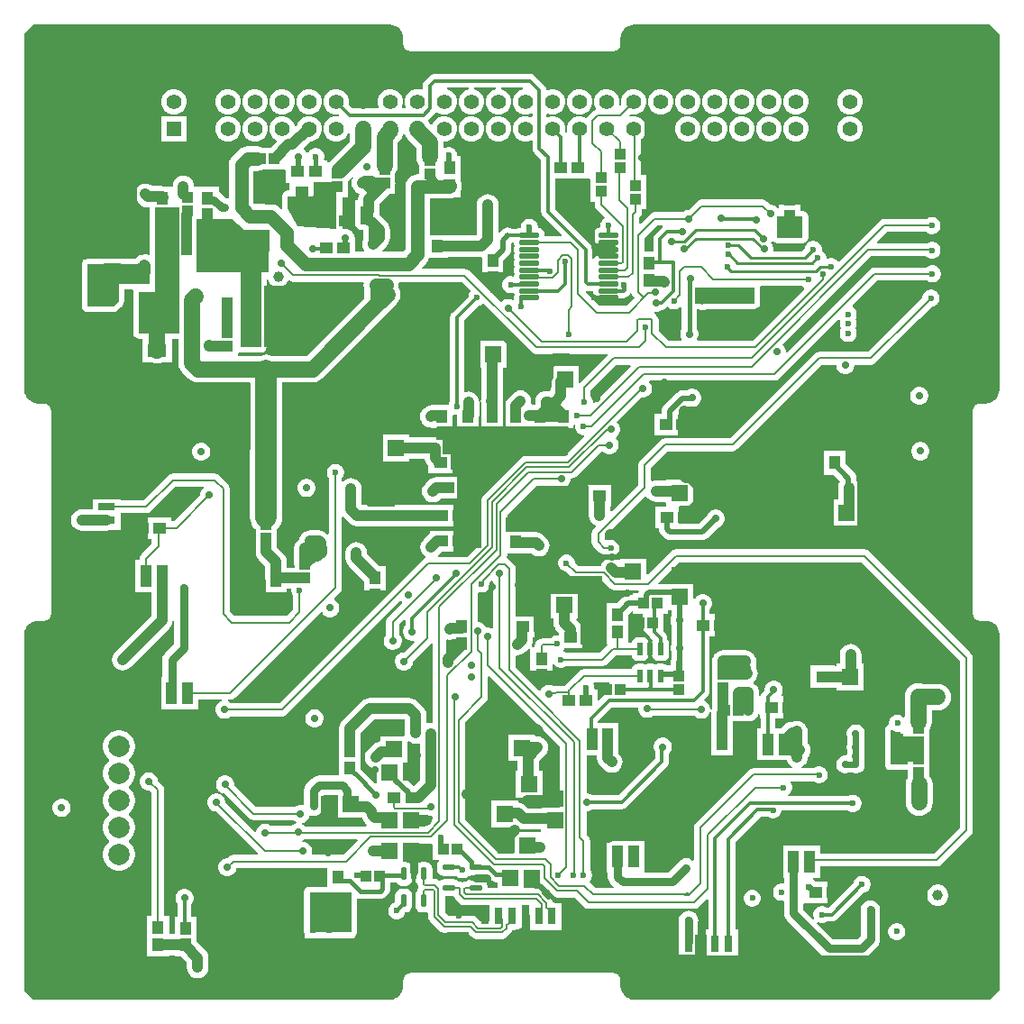
<source format=gbl>
G04*
G04 #@! TF.GenerationSoftware,Altium Limited,Altium Designer,21.1.1 (26)*
G04*
G04 Layer_Physical_Order=4*
G04 Layer_Color=16711680*
%FSLAX44Y44*%
%MOMM*%
G71*
G04*
G04 #@! TF.SameCoordinates,DA55104B-334F-46BF-AAC2-A5A3D9E97D21*
G04*
G04*
G04 #@! TF.FilePolarity,Positive*
G04*
G01*
G75*
%ADD11C,0.6000*%
%ADD12C,0.3000*%
%ADD13C,0.2000*%
%ADD14C,0.2540*%
%ADD18R,0.8000X1.6000*%
%ADD19R,2.1000X3.0000*%
%ADD20R,1.0582X1.2061*%
%ADD21R,1.2061X1.0582*%
G04:AMPARAMS|DCode=23|XSize=0.45mm|YSize=1.85mm|CornerRadius=0.0495mm|HoleSize=0mm|Usage=FLASHONLY|Rotation=270.000|XOffset=0mm|YOffset=0mm|HoleType=Round|Shape=RoundedRectangle|*
%AMROUNDEDRECTD23*
21,1,0.4500,1.7510,0,0,270.0*
21,1,0.3510,1.8500,0,0,270.0*
1,1,0.0990,-0.8755,-0.1755*
1,1,0.0990,-0.8755,0.1755*
1,1,0.0990,0.8755,0.1755*
1,1,0.0990,0.8755,-0.1755*
%
%ADD23ROUNDEDRECTD23*%
%ADD26R,1.6000X0.8000*%
%ADD27R,3.0000X2.1000*%
%ADD33R,1.3000X1.8000*%
%ADD36R,1.2087X1.0121*%
%ADD39R,1.0000X1.0000*%
%ADD40R,1.0000X1.0000*%
%ADD43R,1.1000X1.2000*%
%ADD44R,1.2000X1.1000*%
%ADD45R,1.3000X1.0500*%
%ADD66C,1.0000*%
%ADD67C,1.0000*%
%ADD68C,0.3400*%
%ADD69C,0.5000*%
%ADD70C,0.8000*%
%ADD71C,0.7000*%
%ADD72C,1.5000*%
%ADD73C,0.4000*%
%ADD74C,0.4500*%
%ADD75C,0.6220*%
%ADD85R,2.4130X2.0066*%
%ADD92C,5.0000*%
%ADD93C,1.4000*%
%ADD94R,1.4000X1.4000*%
%ADD95R,2.0000X2.0000*%
%ADD96C,2.0000*%
%ADD97C,0.6000*%
%ADD98C,0.7000*%
%ADD99C,0.8000*%
%ADD100C,0.9000*%
%ADD109R,1.5240X0.6000*%
%ADD110R,1.8000X1.2500*%
%ADD111R,1.0000X2.0320*%
%ADD112R,1.0000X2.0320*%
%ADD113R,0.6000X1.5240*%
%ADD114R,1.2500X1.8000*%
G04:AMPARAMS|DCode=115|XSize=1mm|YSize=2.05mm|CornerRadius=0.05mm|HoleSize=0mm|Usage=FLASHONLY|Rotation=180.000|XOffset=0mm|YOffset=0mm|HoleType=Round|Shape=RoundedRectangle|*
%AMROUNDEDRECTD115*
21,1,1.0000,1.9500,0,0,180.0*
21,1,0.9000,2.0500,0,0,180.0*
1,1,0.1000,-0.4500,0.9750*
1,1,0.1000,0.4500,0.9750*
1,1,0.1000,0.4500,-0.9750*
1,1,0.1000,-0.4500,-0.9750*
%
%ADD115ROUNDEDRECTD115*%
G04:AMPARAMS|DCode=116|XSize=3.25mm|YSize=2.05mm|CornerRadius=0.0513mm|HoleSize=0mm|Usage=FLASHONLY|Rotation=180.000|XOffset=0mm|YOffset=0mm|HoleType=Round|Shape=RoundedRectangle|*
%AMROUNDEDRECTD116*
21,1,3.2500,1.9475,0,0,180.0*
21,1,3.1475,2.0500,0,0,180.0*
1,1,0.1025,-1.5738,0.9738*
1,1,0.1025,1.5738,0.9738*
1,1,0.1025,1.5738,-0.9738*
1,1,0.1025,-1.5738,-0.9738*
%
%ADD116ROUNDEDRECTD116*%
%ADD117R,1.8000X1.3000*%
%ADD118R,1.5300X1.5000*%
%ADD119R,1.5000X1.5300*%
%ADD120R,1.0121X1.2087*%
%ADD121R,1.0500X1.3000*%
G04:AMPARAMS|DCode=122|XSize=1.21mm|YSize=0.59mm|CornerRadius=0.1475mm|HoleSize=0mm|Usage=FLASHONLY|Rotation=180.000|XOffset=0mm|YOffset=0mm|HoleType=Round|Shape=RoundedRectangle|*
%AMROUNDEDRECTD122*
21,1,1.2100,0.2950,0,0,180.0*
21,1,0.9150,0.5900,0,0,180.0*
1,1,0.2950,-0.4575,0.1475*
1,1,0.2950,0.4575,0.1475*
1,1,0.2950,0.4575,-0.1475*
1,1,0.2950,-0.4575,-0.1475*
%
%ADD122ROUNDEDRECTD122*%
G04:AMPARAMS|DCode=123|XSize=1.21mm|YSize=0.59mm|CornerRadius=0.1475mm|HoleSize=0mm|Usage=FLASHONLY|Rotation=270.000|XOffset=0mm|YOffset=0mm|HoleType=Round|Shape=RoundedRectangle|*
%AMROUNDEDRECTD123*
21,1,1.2100,0.2950,0,0,270.0*
21,1,0.9150,0.5900,0,0,270.0*
1,1,0.2950,-0.1475,-0.4575*
1,1,0.2950,-0.1475,0.4575*
1,1,0.2950,0.1475,0.4575*
1,1,0.2950,0.1475,-0.4575*
%
%ADD123ROUNDEDRECTD123*%
G04:AMPARAMS|DCode=124|XSize=1.21mm|YSize=0.58mm|CornerRadius=0.0725mm|HoleSize=0mm|Usage=FLASHONLY|Rotation=270.000|XOffset=0mm|YOffset=0mm|HoleType=Round|Shape=RoundedRectangle|*
%AMROUNDEDRECTD124*
21,1,1.2100,0.4350,0,0,270.0*
21,1,1.0650,0.5800,0,0,270.0*
1,1,0.1450,-0.2175,-0.5325*
1,1,0.1450,-0.2175,0.5325*
1,1,0.1450,0.2175,0.5325*
1,1,0.1450,0.2175,-0.5325*
%
%ADD124ROUNDEDRECTD124*%
%ADD125C,1.2850*%
%ADD126C,1.2500*%
%ADD127C,1.3000*%
%ADD128C,2.0000*%
%ADD129R,4.5612X4.5974*%
%ADD130R,3.9062X3.8508*%
%ADD131R,7.6200X14.7828*%
%ADD132R,3.8354X9.3472*%
%ADD133R,33.7279X3.9764*%
%ADD134R,6.8326X7.1628*%
%ADD135R,3.9006X1.9614*%
%ADD136R,6.4008X9.9568*%
%ADD137R,5.6388X1.5240*%
%ADD138R,4.6482X5.7150*%
%ADD139R,3.5000X1.7172*%
%ADD140R,1.4986X5.2732*%
%ADD141R,2.1544X6.5178*%
%ADD142R,2.5750X5.3622*%
G36*
X867961Y859155D02*
Y525116D01*
X867620Y522118D01*
X866661Y519379D01*
X865125Y516928D01*
X863071Y514875D01*
X860620Y513339D01*
X857882Y512380D01*
X854884Y512039D01*
X850000D01*
X849882Y512016D01*
X849763Y512025D01*
X848653Y511895D01*
X848440Y511826D01*
X848218Y511795D01*
X847158Y511425D01*
X846964Y511311D01*
X846754Y511232D01*
X845804Y510642D01*
X845633Y510482D01*
X845438Y510352D01*
X844648Y509562D01*
X844518Y509367D01*
X844358Y509196D01*
X843768Y508246D01*
X843689Y508035D01*
X843575Y507842D01*
X843205Y506782D01*
X843174Y506561D01*
X843105Y506347D01*
X842975Y505237D01*
X842984Y505118D01*
X842961Y505000D01*
Y315000D01*
X842984Y314882D01*
X842975Y314763D01*
X843105Y313653D01*
X843174Y313440D01*
X843205Y313218D01*
X843575Y312158D01*
X843689Y311964D01*
X843768Y311754D01*
X844358Y310804D01*
X844518Y310633D01*
X844648Y310438D01*
X845438Y309648D01*
X845633Y309518D01*
X845804Y309358D01*
X846754Y308768D01*
X846964Y308689D01*
X847158Y308575D01*
X848218Y308205D01*
X848440Y308174D01*
X848653Y308105D01*
X849763Y307975D01*
X849882Y307984D01*
X850000Y307961D01*
X854884D01*
X857882Y307620D01*
X860620Y306661D01*
X863071Y305125D01*
X865125Y303071D01*
X866661Y300621D01*
X867620Y297882D01*
X867961Y294884D01*
Y-39155D01*
X859155Y-47961D01*
X525116D01*
X522118Y-47620D01*
X519379Y-46661D01*
X516929Y-45125D01*
X514875Y-43071D01*
X513339Y-40621D01*
X512380Y-37882D01*
X512039Y-34885D01*
Y-30000D01*
X512016Y-29882D01*
X512025Y-29763D01*
X511895Y-28653D01*
X511826Y-28440D01*
X511795Y-28218D01*
X511425Y-27158D01*
X511311Y-26965D01*
X511232Y-26754D01*
X510642Y-25804D01*
X510482Y-25633D01*
X510352Y-25438D01*
X509562Y-24648D01*
X509367Y-24518D01*
X509196Y-24358D01*
X508246Y-23768D01*
X508036Y-23689D01*
X507842Y-23575D01*
X506782Y-23205D01*
X506560Y-23174D01*
X506347Y-23105D01*
X505237Y-22975D01*
X505118Y-22984D01*
X505000Y-22961D01*
X315000D01*
X314882Y-22984D01*
X314763Y-22975D01*
X313653Y-23105D01*
X313440Y-23174D01*
X313218Y-23205D01*
X312158Y-23575D01*
X311964Y-23689D01*
X311754Y-23768D01*
X310804Y-24358D01*
X310633Y-24518D01*
X310438Y-24648D01*
X309648Y-25438D01*
X309518Y-25633D01*
X309358Y-25804D01*
X308768Y-26754D01*
X308689Y-26964D01*
X308575Y-27158D01*
X308205Y-28218D01*
X308174Y-28440D01*
X308105Y-28653D01*
X307975Y-29763D01*
X307984Y-29882D01*
X307961Y-30000D01*
Y-34885D01*
X307620Y-37882D01*
X306661Y-40621D01*
X305125Y-43071D01*
X303071Y-45125D01*
X300621Y-46661D01*
X297882Y-47620D01*
X294884Y-47961D01*
X-39155D01*
X-47961Y-39155D01*
Y294884D01*
X-47620Y297882D01*
X-46661Y300621D01*
X-45125Y303071D01*
X-43071Y305125D01*
X-40621Y306661D01*
X-37882Y307620D01*
X-34884Y307961D01*
X-30000D01*
X-29882Y307984D01*
X-29763Y307975D01*
X-28653Y308105D01*
X-28440Y308174D01*
X-28218Y308205D01*
X-27158Y308575D01*
X-26964Y308689D01*
X-26754Y308768D01*
X-25804Y309358D01*
X-25633Y309518D01*
X-25438Y309648D01*
X-24648Y310438D01*
X-24518Y310633D01*
X-24358Y310804D01*
X-23768Y311754D01*
X-23689Y311964D01*
X-23575Y312158D01*
X-23205Y313218D01*
X-23174Y313440D01*
X-23105Y313653D01*
X-22975Y314763D01*
X-22984Y314882D01*
X-22961Y315000D01*
Y505000D01*
X-22984Y505118D01*
X-22975Y505237D01*
X-23105Y506347D01*
X-23174Y506560D01*
X-23205Y506782D01*
X-23575Y507842D01*
X-23689Y508036D01*
X-23768Y508246D01*
X-24358Y509196D01*
X-24518Y509367D01*
X-24648Y509562D01*
X-25438Y510352D01*
X-25633Y510482D01*
X-25804Y510642D01*
X-26754Y511232D01*
X-26964Y511311D01*
X-27158Y511425D01*
X-28218Y511795D01*
X-28440Y511826D01*
X-28653Y511895D01*
X-29763Y512025D01*
X-29883Y512016D01*
X-30000Y512039D01*
X-34885D01*
X-37882Y512380D01*
X-40621Y513339D01*
X-43071Y514875D01*
X-45125Y516928D01*
X-46661Y519379D01*
X-47620Y522118D01*
X-47961Y525116D01*
Y859155D01*
X-39155Y867961D01*
X294884D01*
X297882Y867620D01*
X300621Y866661D01*
X303071Y865125D01*
X305125Y863072D01*
X306661Y860621D01*
X307620Y857882D01*
X307961Y854884D01*
Y850000D01*
X307984Y849882D01*
X307975Y849763D01*
X308105Y848653D01*
X308174Y848440D01*
X308205Y848218D01*
X308575Y847158D01*
X308689Y846964D01*
X308768Y846754D01*
X309358Y845804D01*
X309518Y845633D01*
X309648Y845438D01*
X310438Y844648D01*
X310633Y844518D01*
X310804Y844358D01*
X311754Y843768D01*
X311964Y843689D01*
X312158Y843575D01*
X313218Y843205D01*
X313440Y843174D01*
X313653Y843105D01*
X314763Y842975D01*
X314882Y842984D01*
X315000Y842961D01*
X505000D01*
X505118Y842984D01*
X505237Y842975D01*
X506347Y843105D01*
X506560Y843174D01*
X506782Y843205D01*
X507842Y843575D01*
X508036Y843689D01*
X508246Y843768D01*
X509196Y844358D01*
X509367Y844518D01*
X509562Y844648D01*
X510352Y845438D01*
X510482Y845633D01*
X510642Y845804D01*
X511232Y846754D01*
X511311Y846964D01*
X511425Y847158D01*
X511795Y848218D01*
X511826Y848440D01*
X511895Y848653D01*
X512025Y849763D01*
X512016Y849882D01*
X512039Y850000D01*
Y854884D01*
X512380Y857882D01*
X513339Y860621D01*
X514875Y863071D01*
X516928Y865125D01*
X519379Y866661D01*
X522118Y867620D01*
X525116Y867961D01*
X859155D01*
X867961Y859155D01*
D02*
G37*
%LPC*%
G36*
X426910Y821536D02*
X337626D01*
X335929Y821312D01*
X334348Y820657D01*
X332990Y819615D01*
X328312Y814937D01*
X327270Y813580D01*
X326615Y811998D01*
X326391Y810302D01*
Y807555D01*
X325121Y806746D01*
X322680Y807400D01*
X319520D01*
X316468Y806582D01*
X313732Y805002D01*
X311498Y802768D01*
X309918Y800032D01*
X309100Y796980D01*
Y793820D01*
X309918Y790768D01*
X310031Y790572D01*
X309396Y789472D01*
X307404D01*
X306769Y790572D01*
X306882Y790768D01*
X307700Y793820D01*
Y796980D01*
X306882Y800032D01*
X305302Y802768D01*
X303068Y805002D01*
X300332Y806582D01*
X297280Y807400D01*
X294120D01*
X291068Y806582D01*
X288332Y805002D01*
X286098Y802768D01*
X284518Y800032D01*
X283700Y796980D01*
Y793820D01*
X284518Y790768D01*
X284631Y790572D01*
X283996Y789472D01*
X260100D01*
X256657Y792914D01*
X256900Y793820D01*
Y796980D01*
X256082Y800032D01*
X254502Y802768D01*
X252268Y805002D01*
X249532Y806582D01*
X246480Y807400D01*
X243320D01*
X240268Y806582D01*
X237532Y805002D01*
X235298Y802768D01*
X233718Y800032D01*
X232900Y796980D01*
Y793820D01*
X233718Y790768D01*
X235298Y788032D01*
X237532Y785798D01*
X240268Y784218D01*
X243320Y783400D01*
X246480D01*
X247183Y783588D01*
X247786Y782965D01*
X247118Y781829D01*
X246480Y782000D01*
X243320D01*
X240268Y781182D01*
X237532Y779602D01*
X235298Y777368D01*
X233718Y774632D01*
X232900Y771580D01*
Y768420D01*
X233718Y765368D01*
X235298Y762632D01*
X237532Y760398D01*
X240268Y758818D01*
X243320Y758000D01*
X246480D01*
X249532Y758818D01*
X252268Y760398D01*
X254502Y762632D01*
X256082Y765368D01*
X256422Y766637D01*
X257692Y766470D01*
Y758210D01*
X239550Y740069D01*
X238198Y738306D01*
X236670D01*
Y740330D01*
X234220D01*
X233331Y741600D01*
X233670Y742865D01*
Y744971D01*
X233125Y747006D01*
X232072Y748830D01*
X230582Y750320D01*
X228758Y751373D01*
X226723Y751918D01*
X224617D01*
X222582Y751373D01*
X220758Y750320D01*
X219268Y748830D01*
X218546Y747579D01*
X217102Y747539D01*
X216472Y748631D01*
X214889Y750214D01*
X214529Y750422D01*
X214363Y751681D01*
X220559Y757877D01*
X221383Y757986D01*
X222037Y758256D01*
X224132Y758818D01*
X226868Y760398D01*
X229102Y762632D01*
X230682Y765368D01*
X231500Y768420D01*
Y771580D01*
X230682Y774632D01*
X229102Y777368D01*
X226868Y779602D01*
X224132Y781182D01*
X221080Y782000D01*
X217920D01*
X214868Y781182D01*
X212132Y779602D01*
X209898Y777368D01*
X208318Y774632D01*
X208147Y773993D01*
X206921Y772767D01*
X205694Y773096D01*
X205282Y774632D01*
X203702Y777368D01*
X201468Y779602D01*
X198732Y781182D01*
X195680Y782000D01*
X192520D01*
X189468Y781182D01*
X186732Y779602D01*
X184498Y777368D01*
X182918Y774632D01*
X182100Y771580D01*
Y768420D01*
X182918Y765368D01*
X184498Y762632D01*
X186732Y760398D01*
X188577Y759332D01*
X188786Y757745D01*
X183063Y752022D01*
X176147D01*
X173417Y753153D01*
X170434Y753546D01*
X161560Y753546D01*
X158577Y753153D01*
X155798Y752002D01*
X153412Y750170D01*
X147554Y744313D01*
X145722Y741926D01*
X144571Y739147D01*
X144178Y736164D01*
Y705078D01*
X143122Y704372D01*
X142050Y704816D01*
X140941Y704962D01*
X136440Y709463D01*
X134560Y710906D01*
X134497Y710932D01*
Y716105D01*
X113915D01*
Y715737D01*
X111432D01*
Y715860D01*
X111089Y718471D01*
X110081Y720903D01*
X108478Y722992D01*
X106389Y724595D01*
X103956Y725603D01*
X101346Y725946D01*
X98736Y725603D01*
X96303Y724595D01*
X94214Y722992D01*
X92611Y720903D01*
X91603Y718471D01*
X91292Y716105D01*
X82152D01*
X81497Y716191D01*
X71927D01*
X70575Y717229D01*
X68142Y718237D01*
X65532Y718580D01*
X62922Y718237D01*
X60489Y717229D01*
X58400Y715626D01*
X56797Y713537D01*
X55789Y711105D01*
X55446Y708494D01*
X55789Y705883D01*
X56797Y703451D01*
X58400Y701362D01*
X60789Y698973D01*
X62878Y697370D01*
X65310Y696363D01*
X67921Y696019D01*
X69571D01*
X69578Y696010D01*
Y652343D01*
X68522Y651637D01*
X67199Y652185D01*
X64588Y652529D01*
X61978Y652185D01*
X59545Y651178D01*
X57456Y649575D01*
X56291Y648057D01*
X55558Y647753D01*
X55296Y647552D01*
X44705D01*
X43598Y648011D01*
X40988Y648354D01*
X27931D01*
X25320Y648011D01*
X24213Y647552D01*
X11176D01*
X9225Y647164D01*
X9007Y647018D01*
X7190D01*
Y645488D01*
X6466Y644405D01*
X6078Y642454D01*
Y603084D01*
X6466Y601133D01*
X7571Y599479D01*
X9225Y598374D01*
X11176Y597986D01*
X35814D01*
X37765Y598374D01*
X39419Y599479D01*
X41441Y601502D01*
X41942Y601886D01*
X42326Y602387D01*
X44245Y604305D01*
X45350Y605959D01*
X45738Y607910D01*
Y619322D01*
X53702D01*
X54589Y618052D01*
X54338Y616791D01*
X54338Y577938D01*
X54726Y575987D01*
X55831Y574333D01*
X57485Y573228D01*
X59436Y572840D01*
X62506D01*
Y550178D01*
X72519D01*
X73511Y549767D01*
X76774Y549338D01*
X80037Y549767D01*
X81028Y550178D01*
X90506D01*
Y572840D01*
X96612D01*
Y550014D01*
X97042Y546751D01*
X98301Y543710D01*
X100305Y541099D01*
X106163Y535241D01*
X108774Y533237D01*
X111815Y531978D01*
X115078Y531548D01*
X163332D01*
X164229Y530649D01*
X163997Y404992D01*
X164282Y402051D01*
X165134Y399222D01*
X166522Y396613D01*
X168393Y394326D01*
X169324Y393558D01*
Y384283D01*
X169238Y383628D01*
Y372718D01*
X169581Y370107D01*
X170589Y367674D01*
X172192Y365585D01*
X178448Y359330D01*
Y346798D01*
X178534Y346143D01*
Y335105D01*
X198534D01*
Y337728D01*
X202433D01*
X202547Y337580D01*
Y335474D01*
X203092Y333439D01*
X204145Y331615D01*
X204429Y331331D01*
Y318387D01*
X198424Y312382D01*
X149437D01*
X145002Y316816D01*
Y432079D01*
X144537Y434420D01*
X143210Y436404D01*
X135273Y444342D01*
X133288Y445668D01*
X130947Y446134D01*
X91694D01*
X89353Y445668D01*
X87368Y444342D01*
X64084Y421058D01*
X42210D01*
Y423940D01*
X16210D01*
Y412518D01*
X5850D01*
X3239Y412175D01*
X807Y411167D01*
X-1282Y409564D01*
X-2885Y407475D01*
X-3893Y405042D01*
X-4236Y402432D01*
X-3893Y399822D01*
X-2885Y397389D01*
X-1282Y395300D01*
X807Y393697D01*
X3239Y392689D01*
X5850Y392346D01*
X29202D01*
X31813Y392689D01*
X33625Y393440D01*
X42210D01*
Y408823D01*
X66618D01*
X68959Y409288D01*
X70944Y410614D01*
X94228Y433899D01*
X120236D01*
X120546Y432629D01*
X119182Y431265D01*
X118063Y429327D01*
X117484Y427165D01*
Y426198D01*
X92462Y401176D01*
X89653D01*
Y405349D01*
X67593D01*
Y384767D01*
X71766D01*
Y380323D01*
X61968Y370525D01*
X60642Y368540D01*
X60177Y366199D01*
Y365425D01*
X56284D01*
Y335105D01*
X71118D01*
Y312233D01*
X37318Y278432D01*
X35715Y276343D01*
X34707Y273911D01*
X34364Y271300D01*
X34707Y268689D01*
X35715Y266257D01*
X37318Y264168D01*
X39407Y262565D01*
X41839Y261557D01*
X44450Y261214D01*
X47060Y261557D01*
X49493Y262565D01*
X51582Y264168D01*
X88337Y300923D01*
X89940Y303012D01*
X90947Y305444D01*
X91252Y307761D01*
X92522Y307678D01*
Y286014D01*
X84021Y277512D01*
X82578Y275632D01*
X81671Y273443D01*
X81362Y271093D01*
Y254935D01*
X80414D01*
Y224615D01*
X95624D01*
Y224614D01*
X115624D01*
Y233657D01*
X137118D01*
X137286Y232387D01*
X136927Y232291D01*
X134989Y231172D01*
X133406Y229589D01*
X132287Y227651D01*
X131708Y225489D01*
Y223251D01*
X132287Y221089D01*
X133406Y219151D01*
X134989Y217568D01*
X136927Y216449D01*
X139089Y215870D01*
X141327D01*
X143489Y216449D01*
X145427Y217568D01*
X146111Y218253D01*
X193931D01*
X196272Y218718D01*
X198257Y220044D01*
X305408Y327195D01*
X306126Y327101D01*
X306912Y326315D01*
X306919Y324575D01*
X293619Y311275D01*
X292293Y309291D01*
X291828Y306950D01*
Y295040D01*
X291144Y294356D01*
X290025Y292418D01*
X289445Y290256D01*
Y288018D01*
X290025Y285856D01*
X291144Y283918D01*
X292726Y282335D01*
X294664Y281216D01*
X296826Y280637D01*
X299064D01*
X301226Y281216D01*
X303164Y282335D01*
X304747Y283918D01*
X305866Y285856D01*
X306445Y288018D01*
Y290256D01*
X305866Y292418D01*
X304747Y294356D01*
X304063Y295040D01*
Y304416D01*
X308755Y309107D01*
X309928Y308622D01*
Y303241D01*
X309682Y302995D01*
X308563Y301057D01*
X307984Y298895D01*
Y296657D01*
X308563Y294495D01*
X309682Y292557D01*
X311265Y290974D01*
X313203Y289855D01*
X315365Y289276D01*
X317603D01*
X317604Y289275D01*
X318260Y288137D01*
X308458Y278336D01*
X307491D01*
X305329Y277757D01*
X303391Y276638D01*
X301808Y275055D01*
X300689Y273117D01*
X300110Y270955D01*
Y268717D01*
X300689Y266555D01*
X301808Y264617D01*
X303391Y263034D01*
X305329Y261915D01*
X307491Y261336D01*
X309729D01*
X311891Y261915D01*
X313829Y263034D01*
X315412Y264617D01*
X316531Y266555D01*
X317110Y268717D01*
Y269685D01*
X334370Y286945D01*
X335640Y286419D01*
Y212885D01*
X334686Y212048D01*
X333756Y212170D01*
X331146Y211826D01*
X330674Y211631D01*
X329618Y212337D01*
Y219530D01*
X329275Y222141D01*
X328267Y224573D01*
X326664Y226662D01*
X320806Y232520D01*
X318717Y234123D01*
X316285Y235131D01*
X313674Y235474D01*
X276100D01*
X273489Y235131D01*
X271057Y234123D01*
X268968Y232520D01*
X250728Y214280D01*
X249125Y212191D01*
X248117Y209758D01*
X247774Y207148D01*
Y196330D01*
X247569D01*
Y174269D01*
Y162419D01*
X228460D01*
X226111Y162110D01*
X223922Y161203D01*
X222041Y159760D01*
X222041Y159760D01*
X217355Y155074D01*
X215912Y153194D01*
X215006Y151004D01*
X214696Y148655D01*
Y135494D01*
X213426Y134520D01*
X212465Y134777D01*
X210227D01*
X208065Y134198D01*
X206127Y133079D01*
X205896Y132848D01*
X169965D01*
X148962Y153851D01*
Y155131D01*
X148383Y157293D01*
X147264Y159231D01*
X145681Y160814D01*
X143743Y161933D01*
X141581Y162512D01*
X139343D01*
X137181Y161933D01*
X135243Y160814D01*
X133660Y159231D01*
X132541Y157293D01*
X131962Y155131D01*
Y152893D01*
X132541Y150731D01*
X133660Y148793D01*
X135243Y147210D01*
X137181Y146091D01*
X139343Y145512D01*
X139998D01*
X163106Y122404D01*
X165090Y121078D01*
X167432Y120612D01*
X204990D01*
X206127Y119476D01*
X207414Y118733D01*
X207235Y117370D01*
X205761Y116975D01*
X203823Y115856D01*
X203012Y115045D01*
X183830D01*
X183273Y115602D01*
X181335Y116721D01*
X179173Y117300D01*
X176935D01*
X174773Y116721D01*
X172835Y115602D01*
X171252Y114019D01*
X170133Y112081D01*
X169621Y110168D01*
X168416Y109577D01*
X140938Y137055D01*
Y138352D01*
X140358Y140513D01*
X139239Y142452D01*
X137657Y144034D01*
X135718Y145153D01*
X133557Y145732D01*
X131319D01*
X129157Y145153D01*
X127218Y144034D01*
X125636Y142452D01*
X124517Y140513D01*
X123938Y138352D01*
Y136114D01*
X124517Y133952D01*
X125636Y132013D01*
X127218Y130431D01*
X129157Y129312D01*
X131319Y128733D01*
X131957D01*
X171457Y89233D01*
X170971Y88059D01*
X148148D01*
X145807Y87594D01*
X143822Y86268D01*
X142597Y85042D01*
X141629D01*
X139467Y84463D01*
X137529Y83344D01*
X135946Y81761D01*
X134827Y79823D01*
X134248Y77661D01*
Y75423D01*
X134827Y73261D01*
X135946Y71323D01*
X137529Y69740D01*
X139467Y68621D01*
X141629Y68042D01*
X143867D01*
X146029Y68621D01*
X147967Y69740D01*
X149550Y71323D01*
X150669Y73261D01*
X151248Y75423D01*
Y75824D01*
X236762D01*
Y58172D01*
X219964D01*
X218013Y57784D01*
X216359Y56679D01*
X215254Y55025D01*
X214866Y53074D01*
Y14566D01*
X214892Y14435D01*
Y9564D01*
X219482D01*
X219964Y9468D01*
X259026D01*
X260977Y9856D01*
X262631Y10961D01*
X263736Y12615D01*
X264124Y14566D01*
Y46599D01*
X265180Y47305D01*
X265635Y47116D01*
X267462Y46876D01*
X286201D01*
X288028Y47116D01*
X289731Y47821D01*
X291193Y48944D01*
X293536Y51287D01*
X294659Y52749D01*
X295364Y54452D01*
X295604Y56279D01*
Y61990D01*
X301454D01*
X302111Y61007D01*
X304253Y59576D01*
X306779Y59074D01*
X309729D01*
X312255Y59576D01*
X314397Y61007D01*
X315828Y63149D01*
X316331Y65675D01*
Y74826D01*
X315828Y77352D01*
X314397Y79494D01*
X312255Y80925D01*
X309729Y81427D01*
X307595D01*
Y98731D01*
X333957D01*
X334321Y98804D01*
X335303Y97998D01*
Y83543D01*
X341239D01*
X341608Y82328D01*
X341557Y82294D01*
X340126Y80152D01*
X339623Y77625D01*
Y74675D01*
X340126Y72149D01*
X341557Y70007D01*
X343698Y68576D01*
X346225Y68074D01*
X355375D01*
X357704Y68537D01*
X358596Y67645D01*
X360420Y66592D01*
X362455Y66047D01*
X364562D01*
X366596Y66592D01*
X368420Y67645D01*
X369260Y68485D01*
X371325Y68074D01*
X380475D01*
X383001Y68576D01*
X383770Y69090D01*
X385463D01*
X390082Y64471D01*
X391544Y63349D01*
X393247Y62643D01*
X395075Y62403D01*
X396215D01*
Y57017D01*
X387077D01*
Y58625D01*
X386574Y61152D01*
X385143Y63294D01*
X383001Y64725D01*
X380475Y65227D01*
X371325D01*
X368798Y64725D01*
X366657Y63294D01*
X366639Y63268D01*
X366297D01*
X363956Y62802D01*
X363125Y62248D01*
X362295Y62802D01*
X360076Y63244D01*
X360043Y63294D01*
X357901Y64725D01*
X355375Y65227D01*
X346225D01*
X343698Y64725D01*
X342009Y63596D01*
X341812Y63792D01*
X339827Y65118D01*
X337486Y65584D01*
X335406D01*
X335331Y65676D01*
Y74826D01*
X334828Y77352D01*
X333397Y79494D01*
X331255Y80925D01*
X328729Y81427D01*
X325779D01*
X323253Y80925D01*
X321111Y79494D01*
X319680Y77352D01*
X319177Y74826D01*
Y65675D01*
X319680Y63149D01*
X321111Y61007D01*
X321137Y60990D01*
Y60638D01*
X321602Y58297D01*
X322157Y57466D01*
X321602Y56636D01*
X321163Y54429D01*
X321111Y54394D01*
X319680Y52252D01*
X319177Y49725D01*
Y40575D01*
X319680Y38049D01*
X321111Y35907D01*
X323253Y34476D01*
X325779Y33974D01*
X328729D01*
X329902Y34207D01*
X330883Y33401D01*
Y30125D01*
X331349Y27784D01*
X332675Y25799D01*
X341812Y16662D01*
X343797Y15336D01*
X346138Y14871D01*
X368242D01*
X372198Y10914D01*
X374183Y9588D01*
X376524Y9122D01*
X400852D01*
X403193Y9588D01*
X405178Y10914D01*
X408882Y14618D01*
X410208Y16603D01*
X410358Y17358D01*
X419056D01*
Y40781D01*
X426056D01*
Y17358D01*
X456556D01*
Y43358D01*
X448513D01*
X448181Y45026D01*
X446855Y47010D01*
X438641Y55225D01*
X436656Y56551D01*
X434315Y57017D01*
X421214D01*
Y72710D01*
X434714D01*
Y65947D01*
X435180Y63606D01*
X436506Y61622D01*
X448305Y49822D01*
X450290Y48496D01*
X452631Y48031D01*
X468655D01*
X477746Y38940D01*
X479730Y37613D01*
X482071Y37148D01*
X581026D01*
X583367Y37613D01*
X585352Y38940D01*
X593058Y46646D01*
X594231Y46160D01*
Y21247D01*
Y17704D01*
X591787D01*
Y13296D01*
X593000D01*
Y-8296D01*
X622287D01*
Y17704D01*
X619844D01*
Y100374D01*
X643304Y123834D01*
X650250D01*
X650334Y123750D01*
X652158Y122697D01*
X654193Y122151D01*
X656299D01*
X658334Y122697D01*
X660158Y123750D01*
X661648Y125239D01*
X662701Y127064D01*
X663246Y129098D01*
Y130184D01*
X725091D01*
X725248Y130028D01*
X727072Y128975D01*
X729107Y128429D01*
X731213D01*
X733248Y128975D01*
X735072Y130028D01*
X736561Y131517D01*
X737615Y133342D01*
X738160Y135376D01*
Y137483D01*
X737615Y139517D01*
X736561Y141341D01*
X735072Y142831D01*
X733248Y143884D01*
X731213Y144429D01*
X729107D01*
X727072Y143884D01*
X726053Y143296D01*
X669573D01*
X669233Y144566D01*
X669888Y144944D01*
X671377Y146434D01*
X672431Y148258D01*
X672976Y150293D01*
Y152399D01*
X672431Y154434D01*
X671514Y156023D01*
X671957Y157292D01*
X693050D01*
X693588Y156754D01*
X695412Y155701D01*
X697447Y155156D01*
X699553D01*
X701588Y155701D01*
X703412Y156754D01*
X704902Y158244D01*
X705955Y160068D01*
X706500Y162103D01*
Y164209D01*
X705955Y166244D01*
X704902Y168068D01*
X703412Y169558D01*
X701588Y170611D01*
X699553Y171156D01*
X697447D01*
X695412Y170611D01*
X693588Y169558D01*
X693558Y169528D01*
X682216D01*
X681964Y170798D01*
X682887Y171180D01*
X684976Y172783D01*
X686579Y174872D01*
X687587Y177305D01*
X687931Y179915D01*
Y180079D01*
X689201Y181735D01*
X690209Y184167D01*
X690552Y186778D01*
X690209Y189389D01*
X689201Y191821D01*
X687755Y193706D01*
Y203738D01*
X687411Y206349D01*
X686403Y208781D01*
X684800Y210870D01*
X684625Y211046D01*
X682536Y212649D01*
X680103Y213657D01*
X677493Y214000D01*
X674882Y213657D01*
X673277Y212992D01*
X672118D01*
X669769Y212682D01*
X667579Y211775D01*
X665699Y210333D01*
X665699Y210333D01*
X662501Y207134D01*
X656995D01*
Y216358D01*
X664764D01*
Y236940D01*
X663711D01*
X663056Y238210D01*
X663872Y239622D01*
X664451Y241784D01*
Y244022D01*
X663872Y246184D01*
X662753Y248122D01*
X661170Y249705D01*
X659232Y250824D01*
X657070Y251403D01*
X654832D01*
X652670Y250824D01*
X650732Y249705D01*
X649149Y248122D01*
X648030Y246184D01*
X647451Y244022D01*
Y242592D01*
X645803Y240944D01*
X644761Y239586D01*
X644106Y238005D01*
X643966Y236940D01*
X642704Y236940D01*
X642156Y237983D01*
Y240135D01*
X641812Y242746D01*
X640805Y245178D01*
X639202Y247267D01*
X639030Y247439D01*
X637209Y248836D01*
X636965Y250250D01*
X637306Y250512D01*
X638068Y251274D01*
X639671Y253363D01*
X640679Y255795D01*
X641022Y258406D01*
X640679Y261017D01*
X639704Y263370D01*
X639752Y263740D01*
X639409Y266350D01*
X639100Y267095D01*
X639155Y267225D01*
X639498Y269836D01*
X639155Y272446D01*
X638147Y274879D01*
X636544Y276968D01*
X636290Y277222D01*
X634201Y278825D01*
X631768Y279833D01*
X629158Y280176D01*
X608330D01*
X605719Y279833D01*
X603287Y278825D01*
X601198Y277222D01*
X600944Y276968D01*
X599341Y274879D01*
X598333Y272446D01*
X597990Y269836D01*
Y257644D01*
X598076Y256989D01*
Y245599D01*
X597990Y244944D01*
Y225386D01*
X598027Y225106D01*
X597468Y223758D01*
X596198Y224011D01*
Y225444D01*
X595619Y227606D01*
X594500Y229545D01*
X592917Y231127D01*
X590979Y232246D01*
X590811Y232291D01*
X590483Y233518D01*
X593843Y236878D01*
X594884Y238235D01*
X595539Y239817D01*
X595763Y241514D01*
Y293440D01*
X600269D01*
Y314022D01*
X595763D01*
Y318829D01*
X596008Y319075D01*
X597127Y321013D01*
X597707Y323175D01*
Y325413D01*
X597127Y327575D01*
X596008Y329513D01*
X594426Y331096D01*
X592488Y332215D01*
X590326Y332794D01*
X588088D01*
X585926Y332215D01*
X583988Y331096D01*
X582405Y329513D01*
X581945Y328715D01*
X580251Y328294D01*
X580086Y328396D01*
Y342534D01*
X554786D01*
Y342248D01*
X547797D01*
X547311Y343422D01*
X566668Y362779D01*
X738334D01*
X830813Y270300D01*
Y113874D01*
X806323Y89385D01*
X699779D01*
Y96643D01*
X684569D01*
Y96644D01*
X664569D01*
Y66325D01*
X665491D01*
Y61680D01*
X664483Y60907D01*
X664240Y60972D01*
X662134D01*
X660099Y60427D01*
X658275Y59374D01*
X656786Y57884D01*
X655732Y56060D01*
X655187Y54026D01*
Y51919D01*
X655732Y49885D01*
X656786Y48060D01*
X658275Y46571D01*
X660099Y45518D01*
X662134Y44973D01*
X664240D01*
X664483Y45038D01*
X665491Y44264D01*
Y33161D01*
X665491Y33160D01*
X665800Y30811D01*
X666707Y28621D01*
X668150Y26741D01*
X701318Y-6427D01*
X703198Y-7869D01*
X705387Y-8776D01*
X707737Y-9086D01*
X738171D01*
X740521Y-8776D01*
X742710Y-7869D01*
X744590Y-6427D01*
X753101Y2084D01*
X754543Y3964D01*
X755450Y6153D01*
X755759Y8503D01*
Y36442D01*
X755450Y38791D01*
X754543Y40980D01*
X753101Y42860D01*
X751220Y44303D01*
X749031Y45210D01*
X746682Y45519D01*
X744332Y45210D01*
X742143Y44303D01*
X740263Y42860D01*
X738820Y40980D01*
X737913Y38791D01*
X737604Y36442D01*
Y12263D01*
X734411Y9070D01*
X711497D01*
X696628Y23939D01*
X697408Y24955D01*
X698112Y24548D01*
X700147Y24003D01*
X702253D01*
X704288Y24548D01*
X705845Y25447D01*
X710349D01*
X712046Y25670D01*
X713627Y26325D01*
X714985Y27367D01*
X739984Y52366D01*
X741720Y52831D01*
X743544Y53884D01*
X745034Y55374D01*
X746087Y57198D01*
X746632Y59233D01*
Y61339D01*
X746087Y63374D01*
X745034Y65198D01*
X743544Y66688D01*
X741720Y67741D01*
X739685Y68286D01*
X737579D01*
X735544Y67741D01*
X733720Y66688D01*
X732230Y65198D01*
X731177Y63374D01*
X730712Y61638D01*
X707633Y38559D01*
X705845D01*
X704288Y39458D01*
X702253Y40003D01*
X700147D01*
X698112Y39458D01*
X696288Y38405D01*
X694798Y36915D01*
X693745Y35091D01*
X693200Y33056D01*
Y30950D01*
X693745Y28915D01*
X694152Y28211D01*
X693136Y27431D01*
X683646Y36920D01*
Y41567D01*
X684265Y42581D01*
X706352D01*
Y62702D01*
X695677D01*
X695063Y63315D01*
X693392Y64597D01*
X692291Y65053D01*
X692544Y66323D01*
X699779D01*
Y77150D01*
X808857D01*
X811199Y77615D01*
X813183Y78942D01*
X841256Y107014D01*
X842582Y108999D01*
X843047Y111340D01*
Y272834D01*
X842582Y275175D01*
X841256Y277160D01*
X745194Y373222D01*
X743209Y374548D01*
X740868Y375014D01*
X564134D01*
X561793Y374548D01*
X559808Y373222D01*
X537571Y350985D01*
X536398Y351471D01*
Y366405D01*
X511098D01*
Y365532D01*
X509828Y364906D01*
X508471Y365947D01*
X506039Y366955D01*
X503428Y367298D01*
X500817Y366955D01*
X498385Y365947D01*
X496296Y364344D01*
X494693Y362255D01*
X493685Y359823D01*
X493593Y359118D01*
X472810D01*
X469214Y362713D01*
Y363115D01*
X468669Y365149D01*
X467616Y366974D01*
X466126Y368463D01*
X464302Y369516D01*
X462267Y370061D01*
X460161D01*
X458126Y369516D01*
X456302Y368463D01*
X454813Y366974D01*
X453759Y365149D01*
X453214Y363115D01*
Y361008D01*
X453759Y358974D01*
X454813Y357149D01*
X456302Y355660D01*
X458126Y354607D01*
X460161Y354062D01*
X460563D01*
X465950Y348674D01*
X467935Y347348D01*
X470276Y346883D01*
X493792D01*
X502359Y338316D01*
X504344Y336990D01*
X506685Y336524D01*
X528930D01*
X529441Y335355D01*
X528847Y334240D01*
X523654D01*
Y331805D01*
X519269D01*
X517311Y331548D01*
X515486Y330792D01*
X513920Y329590D01*
X513920Y329590D01*
X508513Y324183D01*
X498629D01*
Y302123D01*
Y286101D01*
X499170D01*
X499697Y284831D01*
X492520Y277655D01*
X461204D01*
X460920Y277939D01*
X459096Y278992D01*
X458501Y279151D01*
X458121Y280568D01*
X458824Y281270D01*
X459319Y282127D01*
X464990D01*
X465185Y282102D01*
X465267D01*
X465462Y282127D01*
X476228D01*
Y302249D01*
X475036D01*
X474063Y304597D01*
X472460Y306686D01*
X472460Y306686D01*
X470403Y308743D01*
X470929Y310013D01*
X471580D01*
Y335313D01*
X446580D01*
Y310013D01*
X448994D01*
Y305802D01*
X449338Y303191D01*
X450345Y300759D01*
X451948Y298670D01*
X454141Y296476D01*
Y294693D01*
X453475Y294182D01*
X451369D01*
X449334Y293637D01*
X447510Y292584D01*
X446461Y291534D01*
X438814D01*
X436473Y291069D01*
X434488Y289743D01*
X433316Y288571D01*
X431990Y286586D01*
X431525Y284245D01*
Y283455D01*
X428939D01*
X428503Y284074D01*
X428248Y284725D01*
X429180Y286975D01*
X429524Y289585D01*
Y292033D01*
X431525D01*
Y312155D01*
X420676D01*
X420481Y312180D01*
X419498D01*
X419303Y312155D01*
X413534D01*
Y356524D01*
X413068Y358865D01*
X411742Y360850D01*
X407498Y365094D01*
X405759Y366255D01*
X405002Y367408D01*
X405467Y369749D01*
Y371171D01*
X412663D01*
X413319Y371085D01*
X428401D01*
X430059Y369813D01*
X432491Y368805D01*
X435102Y368462D01*
X437713Y368805D01*
X440145Y369813D01*
X442234Y371416D01*
X443837Y373505D01*
X444845Y375938D01*
X445188Y378548D01*
X444845Y381158D01*
X443837Y383591D01*
X442234Y385680D01*
X439611Y388303D01*
X437522Y389906D01*
X435089Y390914D01*
X432479Y391258D01*
X423319D01*
Y391511D01*
X404197Y391519D01*
Y405202D01*
X405467D01*
Y407620D01*
X432762Y434915D01*
X450535D01*
X451105Y434345D01*
X461772D01*
X463240Y435813D01*
X464359Y437751D01*
X464938Y439913D01*
Y441519D01*
X465582D01*
X467923Y441984D01*
X469908Y443310D01*
X493516Y466918D01*
X495747D01*
X496431Y466234D01*
X498369Y465115D01*
X500531Y464536D01*
X502769D01*
X504931Y465115D01*
X506869Y466234D01*
X508452Y467817D01*
X509571Y469755D01*
X510150Y471917D01*
Y474155D01*
X509571Y476317D01*
X508452Y478255D01*
X507641Y479066D01*
X507850Y480653D01*
X508393Y480966D01*
X509976Y482549D01*
X511095Y484487D01*
X511674Y486649D01*
Y488887D01*
X511095Y491049D01*
X509976Y492987D01*
X508650Y494313D01*
X532024Y517688D01*
X534072D01*
X536234Y518267D01*
X538172Y519386D01*
X539755Y520969D01*
X540874Y522907D01*
X541453Y525069D01*
Y527307D01*
X540874Y529468D01*
X539755Y531407D01*
X538965Y532197D01*
X539491Y533466D01*
X656713D01*
X659054Y533932D01*
X661039Y535258D01*
X716609Y590829D01*
X718183Y590607D01*
X718347Y590311D01*
X718339Y590213D01*
X717814Y588253D01*
Y586147D01*
X718359Y584112D01*
X719284Y582510D01*
X718359Y580908D01*
X717814Y578873D01*
Y576767D01*
X718359Y574732D01*
X719412Y572908D01*
X720902Y571418D01*
X722726Y570365D01*
X724761Y569820D01*
X726867D01*
X728902Y570365D01*
X730726Y571418D01*
X732216Y572908D01*
X733269Y574732D01*
X733814Y576767D01*
Y578873D01*
X733269Y580908D01*
X732344Y582510D01*
X733269Y584112D01*
X733814Y586147D01*
Y588253D01*
X733269Y590288D01*
X732632Y591391D01*
X733269Y592494D01*
X733814Y594529D01*
Y596635D01*
X733269Y598670D01*
X732216Y600494D01*
X730726Y601984D01*
X729987Y602410D01*
X729778Y603997D01*
X753325Y627544D01*
X799609D01*
X799893Y627260D01*
X801717Y626207D01*
X803752Y625662D01*
X805859D01*
X807893Y626207D01*
X809717Y627260D01*
X811207Y628750D01*
X812260Y630574D01*
X812805Y632609D01*
Y634715D01*
X812260Y636750D01*
X811207Y638574D01*
X809717Y640063D01*
X807893Y641117D01*
X805859Y641662D01*
X803752D01*
X801717Y641117D01*
X799893Y640063D01*
X799609Y639779D01*
X750791D01*
X748450Y639314D01*
X746465Y637988D01*
X668646Y560169D01*
X667376Y560695D01*
Y561531D01*
X666797Y563693D01*
X665678Y565631D01*
X664096Y567213D01*
X747203Y650320D01*
X798889D01*
X799705Y649503D01*
X801529Y648450D01*
X803564Y647905D01*
X805670D01*
X807705Y648450D01*
X809529Y649503D01*
X811018Y650993D01*
X812072Y652817D01*
X812617Y654852D01*
Y656958D01*
X812072Y658993D01*
X811018Y660817D01*
X809529Y662307D01*
X807705Y663360D01*
X805670Y663905D01*
X803564D01*
X801529Y663360D01*
X800134Y662555D01*
X753140D01*
X752654Y663728D01*
X761949Y673024D01*
X799173D01*
X799457Y672739D01*
X801281Y671686D01*
X803316Y671141D01*
X805422D01*
X807457Y671686D01*
X809281Y672739D01*
X810770Y674229D01*
X811824Y676053D01*
X812369Y678088D01*
Y680194D01*
X811824Y682229D01*
X810770Y684053D01*
X809281Y685543D01*
X807457Y686596D01*
X805422Y687141D01*
X803316D01*
X801281Y686596D01*
X799457Y685543D01*
X799173Y685259D01*
X759415D01*
X757074Y684793D01*
X755090Y683467D01*
X717213Y645590D01*
X715632Y645805D01*
X714521Y646916D01*
X712697Y647969D01*
X710663Y648514D01*
X708556D01*
X706671Y648009D01*
X706286Y648141D01*
X705401Y648788D01*
Y649547D01*
X704856Y651582D01*
X703802Y653406D01*
X702313Y654896D01*
X700903Y655710D01*
Y657725D01*
X700358Y659760D01*
X699304Y661584D01*
X697815Y663074D01*
X695991Y664127D01*
X693956Y664672D01*
X691850D01*
X689815Y664127D01*
X687991Y663074D01*
X686501Y661584D01*
X685448Y659760D01*
X684903Y657725D01*
Y657713D01*
X682202Y655012D01*
X656379D01*
X655726Y655864D01*
Y658102D01*
X655146Y660264D01*
X654027Y662202D01*
X653414Y662815D01*
X653843Y663557D01*
X653971Y664035D01*
X655347Y664263D01*
X655525Y663995D01*
X657179Y662890D01*
X659130Y662502D01*
X683260D01*
X685211Y662890D01*
X686865Y663995D01*
X687970Y665649D01*
X688358Y667600D01*
Y687666D01*
X687970Y689617D01*
X686865Y691271D01*
X685211Y692376D01*
X683260Y692764D01*
X680875D01*
Y698567D01*
X660753D01*
Y696022D01*
X659483Y695524D01*
X658253Y696754D01*
X656315Y697873D01*
X654153Y698452D01*
X653186D01*
X649994Y701644D01*
X648009Y702970D01*
X645668Y703436D01*
X588259D01*
X585918Y702970D01*
X583933Y701644D01*
X576240Y693951D01*
X575273D01*
X573111Y693372D01*
X571173Y692253D01*
X570489Y691569D01*
X544139D01*
X541798Y691103D01*
X539814Y689777D01*
X530785Y680748D01*
X529612Y681234D01*
Y686656D01*
X530496Y687541D01*
X531822Y689525D01*
X532288Y691866D01*
Y694142D01*
X536170D01*
Y706842D01*
Y726842D01*
X531518D01*
Y760311D01*
X531668Y760398D01*
X533902Y762632D01*
X535482Y765368D01*
X536300Y768420D01*
Y771580D01*
X535482Y774632D01*
X533902Y777368D01*
X531668Y779602D01*
X528932Y781182D01*
X525880Y782000D01*
X522720D01*
X520845Y781498D01*
X520188Y782636D01*
X521325Y783774D01*
X522720Y783400D01*
X525880D01*
X528932Y784218D01*
X531668Y785798D01*
X533902Y788032D01*
X535482Y790768D01*
X536300Y793820D01*
Y796980D01*
X535482Y800032D01*
X533902Y802768D01*
X531668Y805002D01*
X528932Y806582D01*
X525880Y807400D01*
X522720D01*
X519668Y806582D01*
X516932Y805002D01*
X514698Y802768D01*
X513118Y800032D01*
X512300Y796980D01*
Y793820D01*
X512674Y792425D01*
X511536Y791288D01*
X510398Y791945D01*
X510900Y793820D01*
Y796980D01*
X510082Y800032D01*
X508502Y802768D01*
X506268Y805002D01*
X503532Y806582D01*
X500480Y807400D01*
X497320D01*
X494268Y806582D01*
X491532Y805002D01*
X489298Y802768D01*
X487718Y800032D01*
X486900Y796980D01*
Y793820D01*
X487718Y790768D01*
X488780Y788928D01*
X488387Y788060D01*
X486402Y786734D01*
X481322Y781654D01*
X480207Y779984D01*
X478132Y781182D01*
X475080Y782000D01*
X471920D01*
X468868Y781182D01*
X466132Y779602D01*
X463898Y777368D01*
X462318Y774632D01*
X461500Y771580D01*
Y768420D01*
X461769Y767415D01*
X460720Y766818D01*
X459891Y767641D01*
X460100Y768420D01*
Y771580D01*
X459282Y774632D01*
X457702Y777368D01*
X455468Y779602D01*
X452732Y781182D01*
X449680Y782000D01*
X446520D01*
X443582Y781213D01*
X443216Y781262D01*
X442312Y781784D01*
Y783616D01*
X443216Y784138D01*
X443582Y784187D01*
X446520Y783400D01*
X449680D01*
X452732Y784218D01*
X455468Y785798D01*
X457702Y788032D01*
X459282Y790768D01*
X460100Y793820D01*
Y796980D01*
X459282Y800032D01*
X457702Y802768D01*
X455468Y805002D01*
X452732Y806582D01*
X449680Y807400D01*
X446520D01*
X443531Y806599D01*
X443453Y806590D01*
X442159Y807293D01*
X442088Y807831D01*
X441433Y809413D01*
X440391Y810770D01*
X431546Y819615D01*
X430188Y820657D01*
X428607Y821312D01*
X426910Y821536D01*
D02*
G37*
G36*
X729080Y807400D02*
X725920D01*
X722868Y806582D01*
X720132Y805002D01*
X717898Y802768D01*
X716318Y800032D01*
X715500Y796980D01*
Y793820D01*
X716318Y790768D01*
X717898Y788032D01*
X720132Y785798D01*
X722868Y784218D01*
X725920Y783400D01*
X729080D01*
X732132Y784218D01*
X734868Y785798D01*
X737102Y788032D01*
X738682Y790768D01*
X739500Y793820D01*
Y796980D01*
X738682Y800032D01*
X737102Y802768D01*
X734868Y805002D01*
X732132Y806582D01*
X729080Y807400D01*
D02*
G37*
G36*
X678280D02*
X675120D01*
X672068Y806582D01*
X669332Y805002D01*
X667098Y802768D01*
X665518Y800032D01*
X664700Y796980D01*
Y793820D01*
X665518Y790768D01*
X667098Y788032D01*
X669332Y785798D01*
X672068Y784218D01*
X675120Y783400D01*
X678280D01*
X681332Y784218D01*
X684068Y785798D01*
X686302Y788032D01*
X687882Y790768D01*
X688700Y793820D01*
Y796980D01*
X687882Y800032D01*
X686302Y802768D01*
X684068Y805002D01*
X681332Y806582D01*
X678280Y807400D01*
D02*
G37*
G36*
X652880D02*
X649720D01*
X646668Y806582D01*
X643932Y805002D01*
X641698Y802768D01*
X640118Y800032D01*
X639300Y796980D01*
Y793820D01*
X640118Y790768D01*
X641698Y788032D01*
X643932Y785798D01*
X646668Y784218D01*
X649720Y783400D01*
X652880D01*
X655932Y784218D01*
X658668Y785798D01*
X660902Y788032D01*
X662482Y790768D01*
X663300Y793820D01*
Y796980D01*
X662482Y800032D01*
X660902Y802768D01*
X658668Y805002D01*
X655932Y806582D01*
X652880Y807400D01*
D02*
G37*
G36*
X627480D02*
X624320D01*
X621268Y806582D01*
X618532Y805002D01*
X616298Y802768D01*
X614718Y800032D01*
X613900Y796980D01*
Y793820D01*
X614718Y790768D01*
X616298Y788032D01*
X618532Y785798D01*
X621268Y784218D01*
X624320Y783400D01*
X627480D01*
X630532Y784218D01*
X633268Y785798D01*
X635502Y788032D01*
X637082Y790768D01*
X637900Y793820D01*
Y796980D01*
X637082Y800032D01*
X635502Y802768D01*
X633268Y805002D01*
X630532Y806582D01*
X627480Y807400D01*
D02*
G37*
G36*
X602080D02*
X598920D01*
X595868Y806582D01*
X593132Y805002D01*
X590898Y802768D01*
X589318Y800032D01*
X588500Y796980D01*
Y793820D01*
X589318Y790768D01*
X590898Y788032D01*
X593132Y785798D01*
X595868Y784218D01*
X598920Y783400D01*
X602080D01*
X605132Y784218D01*
X607868Y785798D01*
X610102Y788032D01*
X611682Y790768D01*
X612500Y793820D01*
Y796980D01*
X611682Y800032D01*
X610102Y802768D01*
X607868Y805002D01*
X605132Y806582D01*
X602080Y807400D01*
D02*
G37*
G36*
X576680D02*
X573520D01*
X570468Y806582D01*
X567732Y805002D01*
X565498Y802768D01*
X563918Y800032D01*
X563100Y796980D01*
Y793820D01*
X563918Y790768D01*
X565498Y788032D01*
X567732Y785798D01*
X570468Y784218D01*
X573520Y783400D01*
X576680D01*
X579732Y784218D01*
X582468Y785798D01*
X584702Y788032D01*
X586282Y790768D01*
X587100Y793820D01*
Y796980D01*
X586282Y800032D01*
X584702Y802768D01*
X582468Y805002D01*
X579732Y806582D01*
X576680Y807400D01*
D02*
G37*
G36*
X551280D02*
X548120D01*
X545068Y806582D01*
X542332Y805002D01*
X540098Y802768D01*
X538518Y800032D01*
X537700Y796980D01*
Y793820D01*
X538518Y790768D01*
X540098Y788032D01*
X542332Y785798D01*
X545068Y784218D01*
X548120Y783400D01*
X551280D01*
X554332Y784218D01*
X557068Y785798D01*
X559302Y788032D01*
X560882Y790768D01*
X561700Y793820D01*
Y796980D01*
X560882Y800032D01*
X559302Y802768D01*
X557068Y805002D01*
X554332Y806582D01*
X551280Y807400D01*
D02*
G37*
G36*
X475080D02*
X471920D01*
X468868Y806582D01*
X466132Y805002D01*
X463898Y802768D01*
X462318Y800032D01*
X461500Y796980D01*
Y793820D01*
X462318Y790768D01*
X463898Y788032D01*
X466132Y785798D01*
X468868Y784218D01*
X471920Y783400D01*
X475080D01*
X478132Y784218D01*
X480868Y785798D01*
X483102Y788032D01*
X484682Y790768D01*
X485500Y793820D01*
Y796980D01*
X484682Y800032D01*
X483102Y802768D01*
X480868Y805002D01*
X478132Y806582D01*
X475080Y807400D01*
D02*
G37*
G36*
X221080D02*
X217920D01*
X214868Y806582D01*
X212132Y805002D01*
X209898Y802768D01*
X208318Y800032D01*
X207500Y796980D01*
Y793820D01*
X208318Y790768D01*
X209898Y788032D01*
X212132Y785798D01*
X214868Y784218D01*
X217920Y783400D01*
X221080D01*
X224132Y784218D01*
X226868Y785798D01*
X229102Y788032D01*
X230682Y790768D01*
X231500Y793820D01*
Y796980D01*
X230682Y800032D01*
X229102Y802768D01*
X226868Y805002D01*
X224132Y806582D01*
X221080Y807400D01*
D02*
G37*
G36*
X195680D02*
X192520D01*
X189468Y806582D01*
X186732Y805002D01*
X184498Y802768D01*
X182918Y800032D01*
X182100Y796980D01*
Y793820D01*
X182918Y790768D01*
X184498Y788032D01*
X186732Y785798D01*
X189468Y784218D01*
X192520Y783400D01*
X195680D01*
X198732Y784218D01*
X201468Y785798D01*
X203702Y788032D01*
X205282Y790768D01*
X206100Y793820D01*
Y796980D01*
X205282Y800032D01*
X203702Y802768D01*
X201468Y805002D01*
X198732Y806582D01*
X195680Y807400D01*
D02*
G37*
G36*
X170280D02*
X167120D01*
X164068Y806582D01*
X161332Y805002D01*
X159098Y802768D01*
X157518Y800032D01*
X156700Y796980D01*
Y793820D01*
X157518Y790768D01*
X159098Y788032D01*
X161332Y785798D01*
X164068Y784218D01*
X167120Y783400D01*
X170280D01*
X173332Y784218D01*
X176068Y785798D01*
X178302Y788032D01*
X179882Y790768D01*
X180700Y793820D01*
Y796980D01*
X179882Y800032D01*
X178302Y802768D01*
X176068Y805002D01*
X173332Y806582D01*
X170280Y807400D01*
D02*
G37*
G36*
X144880D02*
X141720D01*
X138668Y806582D01*
X135932Y805002D01*
X133698Y802768D01*
X132118Y800032D01*
X131300Y796980D01*
Y793820D01*
X132118Y790768D01*
X133698Y788032D01*
X135932Y785798D01*
X138668Y784218D01*
X141720Y783400D01*
X144880D01*
X147932Y784218D01*
X150668Y785798D01*
X152902Y788032D01*
X154482Y790768D01*
X155300Y793820D01*
Y796980D01*
X154482Y800032D01*
X152902Y802768D01*
X150668Y805002D01*
X147932Y806582D01*
X144880Y807400D01*
D02*
G37*
G36*
X94080D02*
X90920D01*
X87868Y806582D01*
X85132Y805002D01*
X82898Y802768D01*
X81318Y800032D01*
X80500Y796980D01*
Y793820D01*
X81318Y790768D01*
X82898Y788032D01*
X85132Y785798D01*
X87868Y784218D01*
X90920Y783400D01*
X94080D01*
X97132Y784218D01*
X99868Y785798D01*
X102102Y788032D01*
X103682Y790768D01*
X104500Y793820D01*
Y796980D01*
X103682Y800032D01*
X102102Y802768D01*
X99868Y805002D01*
X97132Y806582D01*
X94080Y807400D01*
D02*
G37*
G36*
X729080Y782000D02*
X725920D01*
X722868Y781182D01*
X720132Y779602D01*
X717898Y777368D01*
X716318Y774632D01*
X715500Y771580D01*
Y768420D01*
X716318Y765368D01*
X717898Y762632D01*
X720132Y760398D01*
X722868Y758818D01*
X725920Y758000D01*
X729080D01*
X732132Y758818D01*
X734868Y760398D01*
X737102Y762632D01*
X738682Y765368D01*
X739500Y768420D01*
Y771580D01*
X738682Y774632D01*
X737102Y777368D01*
X734868Y779602D01*
X732132Y781182D01*
X729080Y782000D01*
D02*
G37*
G36*
X678280D02*
X675120D01*
X672068Y781182D01*
X669332Y779602D01*
X667098Y777368D01*
X665518Y774632D01*
X664700Y771580D01*
Y768420D01*
X665518Y765368D01*
X667098Y762632D01*
X669332Y760398D01*
X672068Y758818D01*
X675120Y758000D01*
X678280D01*
X681332Y758818D01*
X684068Y760398D01*
X686302Y762632D01*
X687882Y765368D01*
X688700Y768420D01*
Y771580D01*
X687882Y774632D01*
X686302Y777368D01*
X684068Y779602D01*
X681332Y781182D01*
X678280Y782000D01*
D02*
G37*
G36*
X652880D02*
X649720D01*
X646668Y781182D01*
X643932Y779602D01*
X641698Y777368D01*
X640118Y774632D01*
X639300Y771580D01*
Y768420D01*
X640118Y765368D01*
X641698Y762632D01*
X643932Y760398D01*
X646668Y758818D01*
X649720Y758000D01*
X652880D01*
X655932Y758818D01*
X658668Y760398D01*
X660902Y762632D01*
X662482Y765368D01*
X663300Y768420D01*
Y771580D01*
X662482Y774632D01*
X660902Y777368D01*
X658668Y779602D01*
X655932Y781182D01*
X652880Y782000D01*
D02*
G37*
G36*
X627480D02*
X624320D01*
X621268Y781182D01*
X618532Y779602D01*
X616298Y777368D01*
X614718Y774632D01*
X613900Y771580D01*
Y768420D01*
X614718Y765368D01*
X616298Y762632D01*
X618532Y760398D01*
X621268Y758818D01*
X624320Y758000D01*
X627480D01*
X630532Y758818D01*
X633268Y760398D01*
X635502Y762632D01*
X637082Y765368D01*
X637900Y768420D01*
Y771580D01*
X637082Y774632D01*
X635502Y777368D01*
X633268Y779602D01*
X630532Y781182D01*
X627480Y782000D01*
D02*
G37*
G36*
X602080D02*
X598920D01*
X595868Y781182D01*
X593132Y779602D01*
X590898Y777368D01*
X589318Y774632D01*
X588500Y771580D01*
Y768420D01*
X589318Y765368D01*
X590898Y762632D01*
X593132Y760398D01*
X595868Y758818D01*
X598920Y758000D01*
X602080D01*
X605132Y758818D01*
X607868Y760398D01*
X610102Y762632D01*
X611682Y765368D01*
X612500Y768420D01*
Y771580D01*
X611682Y774632D01*
X610102Y777368D01*
X607868Y779602D01*
X605132Y781182D01*
X602080Y782000D01*
D02*
G37*
G36*
X576680D02*
X573520D01*
X570468Y781182D01*
X567732Y779602D01*
X565498Y777368D01*
X563918Y774632D01*
X563100Y771580D01*
Y768420D01*
X563918Y765368D01*
X565498Y762632D01*
X567732Y760398D01*
X570468Y758818D01*
X573520Y758000D01*
X576680D01*
X579732Y758818D01*
X582468Y760398D01*
X584702Y762632D01*
X586282Y765368D01*
X587100Y768420D01*
Y771580D01*
X586282Y774632D01*
X584702Y777368D01*
X582468Y779602D01*
X579732Y781182D01*
X576680Y782000D01*
D02*
G37*
G36*
X170280D02*
X167120D01*
X164068Y781182D01*
X161332Y779602D01*
X159098Y777368D01*
X157518Y774632D01*
X156700Y771580D01*
Y768420D01*
X157518Y765368D01*
X159098Y762632D01*
X161332Y760398D01*
X164068Y758818D01*
X167120Y758000D01*
X170280D01*
X173332Y758818D01*
X176068Y760398D01*
X178302Y762632D01*
X179882Y765368D01*
X180700Y768420D01*
Y771580D01*
X179882Y774632D01*
X178302Y777368D01*
X176068Y779602D01*
X173332Y781182D01*
X170280Y782000D01*
D02*
G37*
G36*
X144880D02*
X141720D01*
X138668Y781182D01*
X135932Y779602D01*
X133698Y777368D01*
X132118Y774632D01*
X131300Y771580D01*
Y768420D01*
X132118Y765368D01*
X133698Y762632D01*
X135932Y760398D01*
X138668Y758818D01*
X141720Y758000D01*
X144880D01*
X147932Y758818D01*
X150668Y760398D01*
X152902Y762632D01*
X154482Y765368D01*
X155300Y768420D01*
Y771580D01*
X154482Y774632D01*
X152902Y777368D01*
X150668Y779602D01*
X147932Y781182D01*
X144880Y782000D01*
D02*
G37*
G36*
X104500D02*
X80500D01*
Y758000D01*
X104500D01*
Y782000D01*
D02*
G37*
G36*
X804601Y618886D02*
X802494D01*
X800459Y618341D01*
X798635Y617288D01*
X797146Y615799D01*
X796093Y613974D01*
X795547Y611940D01*
Y611538D01*
X783836Y599827D01*
X783836Y599827D01*
X744627Y560618D01*
X698430D01*
X696089Y560152D01*
X694104Y558826D01*
X614686Y479408D01*
X553720D01*
X551379Y478942D01*
X549394Y477616D01*
X530344Y458566D01*
X529018Y456581D01*
X528553Y454240D01*
Y435692D01*
X503655Y410794D01*
X502481Y411280D01*
Y415223D01*
X503439D01*
Y435345D01*
X492590D01*
X492395Y435370D01*
X492200Y435345D01*
X481352D01*
Y434345D01*
X482346D01*
X482346Y406571D01*
X482653Y404242D01*
X483660Y401810D01*
X485263Y399721D01*
X485374Y399610D01*
X487463Y398007D01*
X488814Y397447D01*
X489062Y396202D01*
X486656Y393796D01*
X485330Y391811D01*
X484865Y389470D01*
Y381850D01*
X485330Y379509D01*
X486656Y377524D01*
X491912Y372268D01*
X493897Y370942D01*
X496238Y370477D01*
X497802D01*
X498086Y370193D01*
X499910Y369140D01*
X501945Y368594D01*
X504052D01*
X506086Y369140D01*
X507910Y370193D01*
X509400Y371682D01*
X510453Y373506D01*
X510998Y375541D01*
Y377648D01*
X510453Y379682D01*
X509400Y381506D01*
X507910Y382996D01*
X506086Y384049D01*
X504052Y384594D01*
X501945D01*
X499910Y384049D01*
X498341Y383143D01*
X497099Y384384D01*
Y386936D01*
X535131Y424968D01*
X536402Y424819D01*
X536580Y424620D01*
X538160Y422561D01*
X540249Y420958D01*
X542682Y419950D01*
X545292Y419606D01*
X553888D01*
X554786Y418708D01*
X554786Y415578D01*
X553640Y415279D01*
X544565D01*
Y395157D01*
X548044D01*
Y394069D01*
X548302Y392112D01*
X549058Y390287D01*
X550260Y388720D01*
X553189Y385791D01*
X554756Y384589D01*
X556580Y383834D01*
X558538Y383576D01*
X588665D01*
X590622Y383834D01*
X592447Y384589D01*
X594013Y385791D01*
X604065Y395843D01*
X604753Y396027D01*
X606691Y397146D01*
X608274Y398729D01*
X609393Y400667D01*
X609972Y402829D01*
Y405067D01*
X609393Y407229D01*
X608274Y409167D01*
X606691Y410750D01*
X604753Y411869D01*
X602591Y412448D01*
X600353D01*
X598191Y411869D01*
X596253Y410750D01*
X594670Y409167D01*
X593551Y407229D01*
X593367Y406541D01*
X585531Y398705D01*
X566652D01*
X566652Y415279D01*
X567799Y415578D01*
X580086D01*
Y440578D01*
X554786D01*
Y439779D01*
X545292D01*
X542682Y439435D01*
X541843Y439088D01*
X540788Y439794D01*
Y451706D01*
X556254Y467173D01*
X617220D01*
X619561Y467638D01*
X621546Y468964D01*
X700964Y548382D01*
X714500D01*
Y546881D01*
X715079Y544719D01*
X716198Y542781D01*
X717781Y541198D01*
X719719Y540079D01*
X721881Y539500D01*
X724119D01*
X726281Y540079D01*
X728219Y541198D01*
X729802Y542781D01*
X730921Y544719D01*
X731500Y546881D01*
Y548382D01*
X747161D01*
X749502Y548848D01*
X751487Y550174D01*
X792488Y591175D01*
X792488Y591176D01*
X804199Y602887D01*
X804601D01*
X806635Y603432D01*
X808459Y604485D01*
X809949Y605975D01*
X811002Y607799D01*
X811547Y609833D01*
Y611940D01*
X811002Y613974D01*
X809949Y615799D01*
X808459Y617288D01*
X806635Y618341D01*
X804601Y618886D01*
D02*
G37*
G36*
X793599Y527764D02*
X791361D01*
X789199Y527185D01*
X787261Y526066D01*
X785678Y524483D01*
X784559Y522545D01*
X783980Y520383D01*
Y518145D01*
X784559Y515983D01*
X785678Y514045D01*
X787261Y512462D01*
X789199Y511343D01*
X791361Y510764D01*
X793599D01*
X795761Y511343D01*
X797699Y512462D01*
X799282Y514045D01*
X800401Y515983D01*
X800980Y518145D01*
Y520383D01*
X800401Y522545D01*
X799282Y524483D01*
X797699Y526066D01*
X795761Y527185D01*
X793599Y527764D01*
D02*
G37*
G36*
X580239Y525732D02*
X578001D01*
X575839Y525153D01*
X574560Y524414D01*
X570128D01*
X568170Y524156D01*
X566346Y523401D01*
X564779Y522198D01*
X564779Y522198D01*
X552577Y509996D01*
X551374Y508429D01*
X550619Y506604D01*
X550361Y504647D01*
Y502147D01*
X543406D01*
Y482025D01*
X565493D01*
Y501516D01*
X573262Y509285D01*
X575939D01*
X578001Y508732D01*
X580239D01*
X582401Y509311D01*
X584339Y510430D01*
X585922Y512013D01*
X587041Y513951D01*
X587620Y516113D01*
Y518351D01*
X587041Y520513D01*
X585922Y522451D01*
X584339Y524034D01*
X582401Y525153D01*
X580239Y525732D01*
D02*
G37*
G36*
X794615Y475694D02*
X792377D01*
X790215Y475115D01*
X788277Y473996D01*
X786694Y472413D01*
X785575Y470475D01*
X784996Y468313D01*
Y466075D01*
X785575Y463913D01*
X786694Y461975D01*
X788277Y460392D01*
X790215Y459273D01*
X792377Y458694D01*
X794615D01*
X796777Y459273D01*
X798715Y460392D01*
X800298Y461975D01*
X801417Y463913D01*
X801996Y466075D01*
Y468313D01*
X801417Y470475D01*
X800298Y472413D01*
X798715Y473996D01*
X796777Y475115D01*
X794615Y475694D01*
D02*
G37*
G36*
X119229Y475186D02*
X116991D01*
X114829Y474607D01*
X112891Y473488D01*
X111308Y471905D01*
X110189Y469967D01*
X109610Y467805D01*
Y465567D01*
X110189Y463405D01*
X111308Y461467D01*
X112891Y459884D01*
X114829Y458765D01*
X116991Y458186D01*
X119229D01*
X121391Y458765D01*
X123329Y459884D01*
X124912Y461467D01*
X126031Y463405D01*
X126610Y465567D01*
Y467805D01*
X126031Y469967D01*
X124912Y471905D01*
X123329Y473488D01*
X121391Y474607D01*
X119229Y475186D01*
D02*
G37*
G36*
X723098Y467772D02*
X702598D01*
Y444772D01*
X712400D01*
X718313Y438859D01*
X717653Y437999D01*
X716645Y435567D01*
X716301Y432956D01*
X716557Y431018D01*
Y421678D01*
X712470D01*
Y397344D01*
X734568D01*
Y439054D01*
X733825Y440023D01*
Y441610D01*
X733567Y443568D01*
X732811Y445392D01*
X731609Y446959D01*
X731609Y446959D01*
X723098Y455470D01*
Y467772D01*
D02*
G37*
G36*
X728218Y286018D02*
X725608Y285675D01*
X723175Y284667D01*
X721086Y283064D01*
X719483Y280975D01*
X718475Y278542D01*
X718132Y275932D01*
Y268008D01*
X714956D01*
Y265444D01*
X713403D01*
Y265763D01*
X690403D01*
Y245264D01*
X713403D01*
Y245272D01*
X714956D01*
Y242708D01*
X739956D01*
Y268008D01*
X738304D01*
Y275932D01*
X737961Y278542D01*
X736953Y280975D01*
X735350Y283064D01*
X733261Y284667D01*
X730828Y285675D01*
X728218Y286018D01*
D02*
G37*
G36*
X791718Y249424D02*
X788455Y248994D01*
X785414Y247735D01*
X782803Y245731D01*
X780799Y243120D01*
X779540Y240079D01*
X779110Y236816D01*
Y217707D01*
X777840Y217181D01*
X776949Y218072D01*
X775125Y219125D01*
X773090Y219670D01*
X770984D01*
X768949Y219125D01*
X767125Y218072D01*
X765636Y216582D01*
X764582Y214758D01*
X764037Y212723D01*
Y210617D01*
X764116Y210322D01*
X763351Y210005D01*
X761697Y208900D01*
X760592Y207246D01*
X760204Y205295D01*
Y172996D01*
X760592Y171045D01*
X761697Y169392D01*
X763351Y168286D01*
X765302Y167898D01*
X781972D01*
Y161267D01*
X781514Y160670D01*
X780255Y157629D01*
X779825Y154366D01*
Y137282D01*
X780255Y134019D01*
X781514Y130978D01*
X783518Y128367D01*
X786129Y126363D01*
X789170Y125104D01*
X792433Y124674D01*
X795696Y125104D01*
X798737Y126363D01*
X801348Y128367D01*
X803352Y130978D01*
X804611Y134019D01*
X805041Y137282D01*
Y154366D01*
X804611Y157629D01*
X803352Y160670D01*
X802222Y162142D01*
Y165278D01*
X801972Y167178D01*
Y188142D01*
X801896D01*
Y196844D01*
X801718Y197739D01*
Y205439D01*
X802637Y206636D01*
X803896Y209677D01*
X804326Y212940D01*
Y223455D01*
X810006D01*
X813269Y223885D01*
X816310Y225144D01*
X818921Y227148D01*
X820925Y229759D01*
X822184Y232800D01*
X822614Y236063D01*
X822184Y239326D01*
X820925Y242367D01*
X818921Y244978D01*
X816310Y246982D01*
X813269Y248241D01*
X810006Y248671D01*
X795762D01*
X794981Y248994D01*
X791718Y249424D01*
D02*
G37*
G36*
X225462Y224934D02*
X223223D01*
X221062Y224354D01*
X219123Y223235D01*
X217541Y221653D01*
X216422Y219715D01*
X215842Y217553D01*
Y215315D01*
X216422Y213153D01*
X217541Y211215D01*
X219123Y209632D01*
X221062Y208513D01*
X223223Y207934D01*
X225462D01*
X227623Y208513D01*
X229562Y209632D01*
X231144Y211215D01*
X232263Y213153D01*
X232842Y215315D01*
Y217553D01*
X232263Y219715D01*
X231144Y221653D01*
X229562Y223235D01*
X227623Y224354D01*
X225462Y224934D01*
D02*
G37*
G36*
X734163Y210518D02*
X731925D01*
X729763Y209939D01*
X727825Y208820D01*
X726242Y207237D01*
X725123Y205299D01*
X724544Y203137D01*
Y200899D01*
X724975Y199291D01*
Y191791D01*
X724544Y190183D01*
Y187945D01*
X724975Y186337D01*
Y183664D01*
X724730Y182750D01*
X724257Y181562D01*
X722019D01*
X719857Y180983D01*
X717919Y179864D01*
X716336Y178281D01*
X715217Y176343D01*
X714638Y174181D01*
Y171943D01*
X715217Y169781D01*
X716336Y167843D01*
X717919Y166260D01*
X719857Y165141D01*
X722019Y164562D01*
X724257D01*
X725865Y164993D01*
X730316D01*
X731925Y164562D01*
X734163D01*
X736325Y165141D01*
X738263Y166260D01*
X739846Y167843D01*
X740965Y169781D01*
X741172Y170555D01*
Y175569D01*
X741113Y175790D01*
Y178209D01*
X741172Y178429D01*
Y183443D01*
X741113Y183664D01*
Y186337D01*
X741172Y186557D01*
Y191571D01*
X741113Y191791D01*
Y199291D01*
X741172Y199511D01*
Y204525D01*
X740965Y205299D01*
X739846Y207237D01*
X738263Y208820D01*
X736325Y209939D01*
X734163Y210518D01*
D02*
G37*
G36*
X-11835Y140668D02*
X-14073D01*
X-16235Y140089D01*
X-18173Y138970D01*
X-19756Y137387D01*
X-20875Y135449D01*
X-21454Y133287D01*
Y131049D01*
X-20875Y128887D01*
X-19756Y126949D01*
X-18173Y125366D01*
X-16235Y124247D01*
X-14073Y123668D01*
X-11835D01*
X-9673Y124247D01*
X-7735Y125366D01*
X-6152Y126949D01*
X-5033Y128887D01*
X-4454Y131049D01*
Y133287D01*
X-5033Y135449D01*
X-6152Y137387D01*
X-7735Y138970D01*
X-9673Y140089D01*
X-11835Y140668D01*
D02*
G37*
G36*
X42371Y204826D02*
X39417D01*
X36519Y204250D01*
X33789Y203119D01*
X31332Y201477D01*
X29243Y199388D01*
X27601Y196931D01*
X26470Y194201D01*
X25894Y191303D01*
Y188349D01*
X26470Y185451D01*
X27601Y182721D01*
X29243Y180264D01*
X31332Y178175D01*
X31951Y177761D01*
Y176491D01*
X31332Y176077D01*
X29243Y173988D01*
X27601Y171531D01*
X26470Y168801D01*
X25894Y165903D01*
Y162949D01*
X26470Y160051D01*
X27601Y157321D01*
X29243Y154864D01*
X31332Y152775D01*
X31951Y152361D01*
Y151091D01*
X31332Y150677D01*
X29243Y148588D01*
X27601Y146131D01*
X26470Y143401D01*
X25894Y140503D01*
Y137549D01*
X26470Y134651D01*
X27601Y131921D01*
X29243Y129464D01*
X31332Y127375D01*
X31951Y126961D01*
Y125691D01*
X31332Y125277D01*
X29243Y123188D01*
X27601Y120731D01*
X26470Y118001D01*
X25894Y115103D01*
Y112149D01*
X26470Y109251D01*
X27601Y106521D01*
X29243Y104064D01*
X31332Y101975D01*
X31951Y101561D01*
Y100291D01*
X31332Y99877D01*
X29243Y97788D01*
X27601Y95331D01*
X26470Y92601D01*
X25894Y89703D01*
Y86749D01*
X26470Y83851D01*
X27601Y81121D01*
X29243Y78664D01*
X31332Y76575D01*
X33789Y74933D01*
X36519Y73802D01*
X39417Y73226D01*
X42371D01*
X45269Y73802D01*
X47999Y74933D01*
X50456Y76575D01*
X52545Y78664D01*
X54187Y81121D01*
X55318Y83851D01*
X55894Y86749D01*
Y89703D01*
X55318Y92601D01*
X54187Y95331D01*
X52545Y97788D01*
X50456Y99877D01*
X49837Y100291D01*
Y101561D01*
X50456Y101975D01*
X52545Y104064D01*
X54187Y106521D01*
X55318Y109251D01*
X55894Y112149D01*
Y115103D01*
X55318Y118001D01*
X54187Y120731D01*
X52545Y123188D01*
X50456Y125277D01*
X49837Y125691D01*
Y126961D01*
X50456Y127375D01*
X52545Y129464D01*
X54187Y131921D01*
X55318Y134651D01*
X55894Y137549D01*
Y140503D01*
X55318Y143401D01*
X54187Y146131D01*
X52545Y148588D01*
X50456Y150677D01*
X49837Y151091D01*
Y152361D01*
X50456Y152775D01*
X52545Y154864D01*
X54187Y157321D01*
X55318Y160051D01*
X55894Y162949D01*
Y165903D01*
X55318Y168801D01*
X54187Y171531D01*
X52545Y173988D01*
X50456Y176077D01*
X49837Y176491D01*
Y177761D01*
X50456Y178175D01*
X52545Y180264D01*
X54187Y182721D01*
X55318Y185451D01*
X55894Y188349D01*
Y191303D01*
X55318Y194201D01*
X54187Y196931D01*
X52545Y199388D01*
X50456Y201477D01*
X47999Y203119D01*
X45269Y204250D01*
X42371Y204826D01*
D02*
G37*
G36*
X811317Y60000D02*
X808683D01*
X806140Y59318D01*
X803860Y58002D01*
X801998Y56140D01*
X800682Y53860D01*
X800000Y51316D01*
Y48684D01*
X800682Y46140D01*
X801998Y43860D01*
X803860Y41998D01*
X806140Y40682D01*
X808683Y40000D01*
X811317D01*
X813860Y40682D01*
X816140Y41998D01*
X818002Y43860D01*
X819318Y46140D01*
X820000Y48684D01*
Y51316D01*
X819318Y53860D01*
X818002Y56140D01*
X816140Y58002D01*
X813860Y59318D01*
X811317Y60000D01*
D02*
G37*
G36*
X636847Y55378D02*
X634741D01*
X632706Y54833D01*
X630882Y53780D01*
X629393Y52290D01*
X628340Y50466D01*
X627794Y48431D01*
Y46325D01*
X628340Y44290D01*
X629393Y42466D01*
X630882Y40976D01*
X632706Y39923D01*
X634741Y39378D01*
X636847D01*
X638882Y39923D01*
X640706Y40976D01*
X642196Y42466D01*
X643249Y44290D01*
X643794Y46325D01*
Y48431D01*
X643249Y50466D01*
X642196Y52290D01*
X640706Y53780D01*
X638882Y54833D01*
X636847Y55378D01*
D02*
G37*
G36*
X309729Y56327D02*
X306779D01*
X304253Y55825D01*
X302111Y54394D01*
X300680Y52252D01*
X300177Y49725D01*
Y43453D01*
X299905Y43181D01*
X298664Y42849D01*
X296840Y41796D01*
X295350Y40306D01*
X294297Y38482D01*
X293752Y36447D01*
Y34341D01*
X294297Y32306D01*
X295350Y30482D01*
X296840Y28992D01*
X298664Y27939D01*
X300699Y27394D01*
X302805D01*
X304840Y27939D01*
X306664Y28992D01*
X308154Y30482D01*
X309207Y32306D01*
X309596Y33758D01*
X309832Y33994D01*
X312255Y34476D01*
X314397Y35907D01*
X315828Y38049D01*
X316331Y40575D01*
Y49725D01*
X315828Y52252D01*
X314397Y54394D01*
X312255Y55825D01*
X309729Y56327D01*
D02*
G37*
G36*
X772532Y23996D02*
X770426D01*
X768391Y23451D01*
X766567Y22398D01*
X765077Y20908D01*
X764024Y19084D01*
X763479Y17049D01*
Y14943D01*
X764024Y12908D01*
X765077Y11084D01*
X766567Y9595D01*
X768391Y8541D01*
X770426Y7996D01*
X772532D01*
X774567Y8541D01*
X776391Y9595D01*
X777881Y11084D01*
X778934Y12908D01*
X779479Y14943D01*
Y17049D01*
X778934Y19084D01*
X777881Y20908D01*
X776391Y22398D01*
X774567Y23451D01*
X772532Y23996D01*
D02*
G37*
G36*
X576063Y35602D02*
X573713Y35293D01*
X571524Y34386D01*
X569644Y32943D01*
X569369Y32668D01*
X567926Y30788D01*
X567019Y28599D01*
X566710Y26249D01*
Y6069D01*
X566787Y5479D01*
Y-6008D01*
X582168D01*
Y13296D01*
X584865D01*
Y24434D01*
X585140Y26525D01*
X584831Y28874D01*
X583924Y31063D01*
X582482Y32943D01*
X580602Y34386D01*
X578412Y35293D01*
X576063Y35602D01*
D02*
G37*
G36*
X70207Y165560D02*
X67969D01*
X65807Y164981D01*
X63869Y163862D01*
X62286Y162279D01*
X61167Y160341D01*
X60588Y158179D01*
Y155941D01*
X61167Y153779D01*
X62286Y151841D01*
X63869Y150258D01*
X65807Y149139D01*
X67969Y148560D01*
X68937D01*
X71098Y146398D01*
Y30696D01*
X67433D01*
Y8635D01*
Y-7386D01*
X88015D01*
Y-6373D01*
X93341D01*
Y-7777D01*
X99659D01*
X104722Y-12840D01*
Y-17946D01*
X105065Y-20556D01*
X106073Y-22989D01*
X107676Y-25078D01*
X109765Y-26681D01*
X112198Y-27689D01*
X114808Y-28032D01*
X117418Y-27689D01*
X119851Y-26681D01*
X121940Y-25078D01*
X123543Y-22989D01*
X124551Y-20556D01*
X124894Y-17946D01*
Y-8662D01*
X124551Y-6051D01*
X123543Y-3619D01*
X121940Y-1530D01*
X113923Y6487D01*
Y30305D01*
X108918D01*
Y41867D01*
X109164Y42113D01*
X110283Y44051D01*
X110862Y46213D01*
Y48451D01*
X110283Y50613D01*
X109164Y52551D01*
X107581Y54134D01*
X105643Y55253D01*
X103481Y55832D01*
X101243D01*
X99081Y55253D01*
X97143Y54134D01*
X95560Y52551D01*
X94441Y50613D01*
X93862Y48451D01*
Y46213D01*
X94441Y44051D01*
X95560Y42113D01*
X95806Y41867D01*
Y30305D01*
X93341D01*
Y13800D01*
X88015D01*
Y30696D01*
X83334D01*
Y148932D01*
X82868Y151273D01*
X81542Y153258D01*
X77588Y157212D01*
Y158179D01*
X77009Y160341D01*
X75890Y162279D01*
X74307Y163862D01*
X72369Y164981D01*
X70207Y165560D01*
D02*
G37*
%LPD*%
G36*
X420201Y807154D02*
X418068Y806582D01*
X415332Y805002D01*
X413098Y802768D01*
X411518Y800032D01*
X410700Y796980D01*
Y793820D01*
X411518Y790768D01*
X413098Y788032D01*
X415332Y785798D01*
X418068Y784218D01*
X421120Y783400D01*
X424280D01*
X427332Y784218D01*
X428099Y784661D01*
X429199Y784026D01*
Y781374D01*
X428099Y780739D01*
X427332Y781182D01*
X424280Y782000D01*
X421120D01*
X418068Y781182D01*
X415332Y779602D01*
X413098Y777368D01*
X411518Y774632D01*
X410700Y771580D01*
Y768420D01*
X411518Y765368D01*
X413098Y762632D01*
X415332Y760398D01*
X418068Y758818D01*
X421120Y758000D01*
X424280D01*
X427332Y758818D01*
X428099Y759261D01*
X429199Y758626D01*
Y751612D01*
X429423Y749916D01*
X430078Y748335D01*
X431120Y746977D01*
X437436Y740660D01*
Y691961D01*
X437659Y690264D01*
X438314Y688683D01*
X439356Y687325D01*
X456379Y670302D01*
X455893Y669129D01*
X440658D01*
Y671427D01*
X440231Y673571D01*
X439016Y675389D01*
X437199Y676603D01*
X435055Y677030D01*
X434289D01*
Y678544D01*
X433744Y680579D01*
X432690Y682403D01*
X431201Y683892D01*
X429377Y684946D01*
X427342Y685491D01*
X425236D01*
X423201Y684946D01*
X421377Y683892D01*
X419887Y682403D01*
X418834Y680579D01*
X418289Y678544D01*
Y677030D01*
X417545D01*
X415401Y676603D01*
X414840Y676228D01*
X409877D01*
X408064Y676979D01*
X406106Y677237D01*
X404148Y676979D01*
X402324Y676223D01*
X400757Y675021D01*
X398102Y672366D01*
X396928Y672852D01*
Y695581D01*
X397093Y695977D01*
X397436Y698588D01*
X397093Y701199D01*
X396085Y703631D01*
X394482Y705720D01*
X392393Y707323D01*
X389961Y708331D01*
X387350Y708674D01*
X384739Y708331D01*
X382307Y707323D01*
X380218Y705720D01*
X379710Y705212D01*
X378107Y703123D01*
X377099Y700691D01*
X376756Y698080D01*
Y673442D01*
Y669688D01*
X350167D01*
Y670645D01*
X333042D01*
Y704291D01*
X351085D01*
X352264Y704446D01*
X353449Y704536D01*
X353751Y704641D01*
X354068Y704683D01*
X355166Y705138D01*
X356208Y705504D01*
X362036D01*
Y711976D01*
X362485Y712912D01*
X363042Y715868D01*
X362814Y718868D01*
X362036Y721086D01*
Y744504D01*
X358598D01*
Y746055D01*
X358053Y748090D01*
X357000Y749914D01*
X355510Y751403D01*
X353686Y752457D01*
X351651Y753002D01*
X349545D01*
X347510Y752457D01*
X346618Y751941D01*
X345348Y752675D01*
Y757508D01*
X345780Y758000D01*
X348080D01*
X351132Y758818D01*
X353868Y760398D01*
X356102Y762632D01*
X357682Y765368D01*
X358500Y768420D01*
Y771580D01*
X357682Y774632D01*
X356102Y777368D01*
X353868Y779602D01*
X351132Y781182D01*
X348080Y782000D01*
X344920D01*
X341868Y781182D01*
X339132Y779602D01*
X336898Y777368D01*
X335318Y774632D01*
X335251Y774382D01*
X334024Y774054D01*
X332192Y775886D01*
X332019Y776304D01*
X330885Y777782D01*
X331534Y778280D01*
X337583Y784330D01*
X338113Y785020D01*
X338897Y785619D01*
X339869Y785372D01*
X341868Y784218D01*
X344920Y783400D01*
X348080D01*
X351132Y784218D01*
X353868Y785798D01*
X356102Y788032D01*
X357682Y790768D01*
X358500Y793820D01*
Y796980D01*
X357682Y800032D01*
X356102Y802768D01*
X353868Y805002D01*
X351132Y806582D01*
X348999Y807154D01*
X349167Y808424D01*
X369233D01*
X369401Y807154D01*
X367268Y806582D01*
X364532Y805002D01*
X362298Y802768D01*
X360718Y800032D01*
X359900Y796980D01*
Y793820D01*
X360718Y790768D01*
X362298Y788032D01*
X364532Y785798D01*
X367268Y784218D01*
X370320Y783400D01*
X373480D01*
X376532Y784218D01*
X379268Y785798D01*
X381502Y788032D01*
X383082Y790768D01*
X383900Y793820D01*
Y796980D01*
X383082Y800032D01*
X381502Y802768D01*
X379268Y805002D01*
X376532Y806582D01*
X374399Y807154D01*
X374567Y808424D01*
X394633D01*
X394801Y807154D01*
X392668Y806582D01*
X389932Y805002D01*
X387698Y802768D01*
X386118Y800032D01*
X385300Y796980D01*
Y793820D01*
X386118Y790768D01*
X387698Y788032D01*
X389932Y785798D01*
X392668Y784218D01*
X395720Y783400D01*
X398880D01*
X401932Y784218D01*
X404668Y785798D01*
X406902Y788032D01*
X408482Y790768D01*
X409300Y793820D01*
Y796980D01*
X408482Y800032D01*
X406902Y802768D01*
X404668Y805002D01*
X401932Y806582D01*
X399799Y807154D01*
X399967Y808424D01*
X420033D01*
X420201Y807154D01*
D02*
G37*
G36*
X196944Y732022D02*
X197670Y731053D01*
Y719330D01*
X201244D01*
Y711884D01*
X199470D01*
X197519Y711496D01*
X195865Y710391D01*
X194760Y708737D01*
X194372Y706786D01*
Y695286D01*
X194428Y695009D01*
X194425Y694976D01*
X193717Y694545D01*
X193198Y694407D01*
X191404Y696200D01*
X189018Y698032D01*
X186238Y699183D01*
X183256Y699576D01*
X168217D01*
X167225Y700567D01*
Y730498D01*
X170434D01*
X173417Y730891D01*
X176147Y732022D01*
X186289D01*
X186944Y731936D01*
X187327D01*
X187982Y732022D01*
X196944D01*
D02*
G37*
G36*
X245364Y676044D02*
X208552Y678766D01*
X199470Y695286D01*
Y706786D01*
X222828D01*
X224028Y707986D01*
Y719924D01*
X245364D01*
X245364Y676044D01*
D02*
G37*
G36*
X551617Y678064D02*
X551255Y677786D01*
X544524Y671056D01*
X543483Y669698D01*
X542828Y668117D01*
X542604Y666420D01*
Y655008D01*
X534703D01*
Y667364D01*
X546673Y679334D01*
X551186D01*
X551617Y678064D01*
D02*
G37*
G36*
X260759Y723951D02*
X259751Y721518D01*
X259408Y718908D01*
X259751Y716298D01*
X260759Y713865D01*
X262362Y711776D01*
X264451Y710173D01*
X266745Y709223D01*
X266769Y709133D01*
X265762Y706701D01*
X265418Y704090D01*
Y702756D01*
X262626D01*
Y674756D01*
X270156D01*
Y665913D01*
X269676Y664754D01*
X269333Y662144D01*
X269676Y659533D01*
X270684Y657101D01*
X271589Y655921D01*
X270963Y654651D01*
X262881D01*
Y668491D01*
X262198D01*
X261654Y670519D01*
X260535Y672458D01*
X258952Y674040D01*
X257014Y675159D01*
X254852Y675739D01*
X252614D01*
X251653Y675481D01*
X251506Y675504D01*
X251450Y675522D01*
X251335Y675583D01*
X250462Y676477D01*
X250462Y705606D01*
X255618D01*
Y720886D01*
X257381Y722238D01*
X259709Y724567D01*
X260759Y723951D01*
D02*
G37*
G36*
X310181Y762844D02*
X312185Y760233D01*
X320132Y752285D01*
Y743398D01*
X320562Y740135D01*
X321821Y737094D01*
X322740Y735896D01*
Y727338D01*
X321518D01*
X318536Y726945D01*
X315756Y725794D01*
X313370Y723963D01*
X311539Y721576D01*
X310387Y718797D01*
X309995Y715814D01*
Y656620D01*
X307958Y654583D01*
X288539D01*
X288013Y655853D01*
X292374Y660214D01*
X293977Y662303D01*
X294985Y664735D01*
X295328Y667346D01*
Y675139D01*
X294985Y677750D01*
X293977Y680182D01*
X292374Y682271D01*
X285626Y689020D01*
Y699948D01*
X294586Y708908D01*
X300322D01*
Y718253D01*
X300408Y718908D01*
X300322Y719563D01*
Y727697D01*
X301241Y728895D01*
X302500Y731936D01*
X302930Y735199D01*
Y757263D01*
X304615Y758948D01*
X306619Y761559D01*
X307878Y764600D01*
X307927Y764968D01*
X309230Y765140D01*
X310181Y762844D01*
D02*
G37*
G36*
X483216Y723095D02*
X483859Y722091D01*
Y713988D01*
Y701288D01*
X487741D01*
Y698798D01*
X488207Y696457D01*
X489533Y694472D01*
X496958Y687047D01*
X496792Y685788D01*
X495888Y685266D01*
X494398Y683776D01*
X493345Y681952D01*
X492800Y679917D01*
Y677811D01*
X491712Y676963D01*
X489901Y676603D01*
X488083Y675389D01*
X486869Y673571D01*
X486442Y671427D01*
Y667917D01*
X486869Y665773D01*
X488083Y663955D01*
X489901Y662741D01*
X492045Y662314D01*
X507770D01*
Y651030D01*
X492045D01*
X489901Y650603D01*
X488083Y649389D01*
X487007Y647778D01*
X486071Y647866D01*
X485737Y647990D01*
Y656772D01*
X485514Y658469D01*
X484859Y660050D01*
X483817Y661408D01*
X450548Y694677D01*
Y723095D01*
X483216D01*
D02*
G37*
G36*
X411942Y661417D02*
X412240Y659922D01*
X411942Y658427D01*
Y654917D01*
X412240Y653422D01*
X411942Y651927D01*
Y648417D01*
X412240Y646922D01*
X411942Y645427D01*
Y641917D01*
X412240Y640422D01*
X411942Y638927D01*
Y635417D01*
X412240Y633922D01*
X411942Y632427D01*
Y632230D01*
X410672Y631255D01*
X409870Y631470D01*
X407763D01*
X405729Y630925D01*
X403904Y629872D01*
X402415Y628382D01*
X401362Y626558D01*
X400817Y624524D01*
Y622417D01*
X401362Y620382D01*
X402415Y618558D01*
X403904Y617069D01*
X405729Y616016D01*
X407763Y615470D01*
X409870D01*
X410701Y615693D01*
X412170Y614772D01*
X412240Y614422D01*
X411942Y612927D01*
Y609646D01*
X411408Y609168D01*
X410760Y608865D01*
X410704Y608894D01*
X409636Y609511D01*
X407475Y610090D01*
X405237D01*
X403075Y609511D01*
X401137Y608392D01*
X399619Y606874D01*
X369898Y636595D01*
X367914Y637921D01*
X365572Y638387D01*
X326015D01*
X325529Y639560D01*
X329667Y643698D01*
X331498Y646085D01*
X332523Y648558D01*
X350167D01*
Y649516D01*
X380984D01*
X381861Y648746D01*
Y635109D01*
X401983D01*
Y646498D01*
X406903Y651419D01*
X406903Y651419D01*
X408105Y652985D01*
X408861Y654810D01*
X409118Y656768D01*
X409118Y656768D01*
Y661986D01*
X410248Y663116D01*
X411942D01*
Y661417D01*
D02*
G37*
G36*
X480939Y617616D02*
X486442D01*
Y615917D01*
X486869Y613773D01*
X488083Y611955D01*
X489901Y610741D01*
X492045Y610314D01*
X509555D01*
X511699Y610741D01*
X512260Y611116D01*
X514963D01*
X516660Y611339D01*
X518241Y611994D01*
X519599Y613036D01*
X520641Y614394D01*
X520677Y614483D01*
X521302Y615296D01*
X521368Y615456D01*
X522688Y615326D01*
X522934Y614094D01*
X524260Y612109D01*
X525077Y611292D01*
X517399Y603614D01*
X491992D01*
X478956Y616650D01*
X479611Y617791D01*
X480939Y617616D01*
D02*
G37*
G36*
X69578Y624420D02*
X40640D01*
Y607910D01*
X35814Y603084D01*
X11176D01*
Y642454D01*
X69578D01*
Y624420D01*
D02*
G37*
G36*
X683274Y621664D02*
X684394Y621018D01*
X684658Y619486D01*
X636274Y571102D01*
X584194D01*
X583621Y572372D01*
X584501Y573895D01*
X585080Y576057D01*
Y578295D01*
X584501Y580457D01*
X583893Y581510D01*
Y600780D01*
X585291D01*
X586685Y599849D01*
X589026Y599383D01*
X591367Y599849D01*
X592761Y600780D01*
X637794D01*
X639745Y601168D01*
X641399Y602273D01*
X642504Y603927D01*
X642892Y605878D01*
Y621118D01*
X642839Y621385D01*
X643645Y622366D01*
X682571D01*
X683274Y621664D01*
D02*
G37*
G36*
X557400Y601912D02*
X559224Y600858D01*
X561259Y600313D01*
X563365D01*
X565400Y600858D01*
X567224Y601912D01*
X567998Y602685D01*
X569268Y602159D01*
Y581510D01*
X568659Y580457D01*
X568080Y578295D01*
Y576057D01*
X568659Y573895D01*
X569539Y572372D01*
X568966Y571102D01*
X557016D01*
X547676Y580441D01*
Y590424D01*
X547211Y592765D01*
X545884Y594750D01*
X544713Y595921D01*
X543368Y596820D01*
X543899Y597993D01*
X544326Y597878D01*
X546564D01*
X548726Y598457D01*
X550664Y599576D01*
X551160Y600072D01*
X552281Y600220D01*
X553863Y600875D01*
X555220Y601917D01*
X556308Y603004D01*
X557400Y601912D01*
D02*
G37*
G36*
X97710Y577938D02*
X59436Y577938D01*
X59436Y616791D01*
X74676Y616791D01*
Y696010D01*
X97710D01*
X97710Y577938D01*
D02*
G37*
G36*
X146854Y685000D02*
X181847Y655773D01*
X181864Y635000D01*
X174498D01*
Y564730D01*
X155000D01*
Y635000D01*
X113538D01*
X113538Y685000D01*
X146854Y685000D01*
D02*
G37*
G36*
X181182Y627418D02*
X182498Y625138D01*
X184360Y623276D01*
X186640Y621959D01*
X189184Y621278D01*
X191817D01*
X194360Y621959D01*
X196640Y623276D01*
X198502Y625138D01*
X199593Y627028D01*
X200740Y627466D01*
X201152Y627487D01*
X202316Y626709D01*
X204657Y626244D01*
X269844D01*
X270944Y624973D01*
X270699Y623111D01*
X271086Y620174D01*
X271609Y618912D01*
Y610837D01*
X217536Y556764D01*
X185186D01*
X185118Y556801D01*
X182292Y557663D01*
X179352Y557958D01*
X176411Y557674D01*
X173582Y556822D01*
X173473Y556764D01*
X152862D01*
Y558762D01*
X154132Y559805D01*
X155000Y559632D01*
X174498D01*
X176449Y560020D01*
X178103Y561125D01*
X179208Y562779D01*
X179596Y564730D01*
Y628429D01*
X180866Y628596D01*
X181182Y627418D01*
D02*
G37*
G36*
X371673Y617517D02*
X370588Y616431D01*
X369534Y614607D01*
X369013Y612663D01*
X353758Y597408D01*
X352716Y596050D01*
X352061Y594469D01*
X351838Y592772D01*
Y514003D01*
X350939Y512446D01*
X350553Y511004D01*
X343854D01*
X343408Y511062D01*
X342962Y511004D01*
X334363D01*
Y510500D01*
X332161Y510211D01*
X329729Y509203D01*
X327640Y507600D01*
X326624Y506584D01*
X325021Y504495D01*
X324013Y502062D01*
X323670Y499452D01*
X324013Y496842D01*
X325021Y494409D01*
X326624Y492320D01*
X328713Y490717D01*
X331146Y489709D01*
X333284Y489428D01*
X334363Y488916D01*
X334363Y488916D01*
X334363Y488916D01*
X339598D01*
Y489546D01*
X340106Y490054D01*
X354485D01*
Y501055D01*
X355755Y501783D01*
X357341Y501358D01*
X358747D01*
Y490054D01*
X378869D01*
Y498344D01*
X379148Y500468D01*
Y513168D01*
X378805Y515779D01*
X377797Y518211D01*
X376194Y520300D01*
X374105Y521903D01*
X371673Y522911D01*
X369062Y523254D01*
X366451Y522911D01*
X366006Y522726D01*
X364950Y523432D01*
Y590056D01*
X378549Y603655D01*
X380077Y604064D01*
X381901Y605118D01*
X382987Y606203D01*
X428793Y560397D01*
X430778Y559071D01*
X433119Y558605D01*
X499439D01*
X499925Y557432D01*
X473854Y531361D01*
X472584Y531827D01*
Y547552D01*
X447584D01*
Y537744D01*
X447439Y537555D01*
X446431Y535122D01*
X446087Y532512D01*
Y524683D01*
X444828Y523569D01*
X444251Y523645D01*
X441990D01*
X439379Y523301D01*
X436947Y522294D01*
X434858Y520691D01*
X433255Y518602D01*
X432247Y516169D01*
X431903Y513559D01*
Y510893D01*
X428788D01*
X427904Y512163D01*
X428170Y514184D01*
X427827Y516795D01*
X426819Y519227D01*
X425216Y521316D01*
X423127Y522919D01*
X420695Y523927D01*
X418084Y524270D01*
X415474Y523927D01*
X413041Y522919D01*
X410952Y521316D01*
X406695Y517059D01*
X405092Y514970D01*
X404084Y512537D01*
X403882Y511004D01*
X403705D01*
Y500155D01*
X403680Y499960D01*
X403705Y499765D01*
Y490054D01*
X424251D01*
X424781Y490519D01*
X425827Y490382D01*
X426057D01*
Y490054D01*
X462737D01*
Y488551D01*
X468023D01*
Y491362D01*
X469293Y492041D01*
X469449Y491936D01*
X469306Y491401D01*
Y489294D01*
X469851Y487260D01*
X470904Y485435D01*
X472393Y483946D01*
X474218Y482893D01*
X476252Y482348D01*
X477585D01*
X478111Y481078D01*
X462737Y465703D01*
Y463638D01*
X460672D01*
X459677Y462644D01*
X422518D01*
X420177Y462178D01*
X418193Y460852D01*
X383024Y425683D01*
X381698Y423699D01*
X381232Y421358D01*
Y381082D01*
X381000Y380849D01*
Y376516D01*
X376666D01*
X368052Y367902D01*
X340634D01*
X340203Y369172D01*
X341142Y369892D01*
X343715Y372465D01*
X344109D01*
X344765Y372551D01*
X355214D01*
Y392673D01*
X344365D01*
X344170Y392698D01*
X343975Y392673D01*
X333126D01*
Y390237D01*
X332405Y389683D01*
X326878Y384156D01*
X325275Y382067D01*
X324267Y379635D01*
X323924Y377024D01*
X324267Y374413D01*
X325275Y371981D01*
X326878Y369892D01*
X328596Y368574D01*
X328619Y368509D01*
X328609Y367365D01*
X328508Y367104D01*
X327020Y366110D01*
X191397Y230488D01*
X146111D01*
X145427Y231172D01*
X143489Y232291D01*
X143130Y232387D01*
X143298Y233657D01*
X145452D01*
X147793Y234123D01*
X149778Y235449D01*
X230262Y315933D01*
X231849Y315724D01*
X232466Y314655D01*
X234049Y313072D01*
X235987Y311953D01*
X238149Y311374D01*
X240387D01*
X242549Y311953D01*
X244487Y313072D01*
X246070Y314655D01*
X247189Y316593D01*
X247768Y318755D01*
Y320993D01*
X247189Y323155D01*
X246070Y325093D01*
X244487Y326676D01*
X243418Y327293D01*
X243209Y328880D01*
X248609Y334280D01*
X249935Y336264D01*
X250401Y338605D01*
Y405078D01*
X251334Y405395D01*
X251671Y405415D01*
X257476Y399610D01*
X259565Y398007D01*
X261997Y396999D01*
X264608Y396656D01*
X344170D01*
X344365Y396681D01*
X355214D01*
Y416803D01*
X344365D01*
X344170Y416828D01*
X300000D01*
Y415000D01*
X275000D01*
X273172Y416828D01*
X268836D01*
Y431750D01*
X268493Y434361D01*
X267485Y436793D01*
X265882Y438882D01*
X263793Y440485D01*
X261360Y441493D01*
X258750Y441836D01*
X256140Y441493D01*
X253707Y440485D01*
X251671Y438923D01*
X251222Y438993D01*
X250401Y439272D01*
Y441935D01*
X250685Y442219D01*
X251738Y444043D01*
X252283Y446078D01*
Y448185D01*
X251738Y450219D01*
X250685Y452043D01*
X249196Y453533D01*
X247371Y454586D01*
X245337Y455131D01*
X243230D01*
X241196Y454586D01*
X239371Y453533D01*
X237882Y452043D01*
X236829Y450219D01*
X236283Y448185D01*
Y446078D01*
X236829Y444043D01*
X237882Y442219D01*
X238166Y441935D01*
Y389353D01*
X236896Y388827D01*
X235733Y389990D01*
X233644Y391593D01*
X231211Y392601D01*
X228601Y392944D01*
X220274D01*
X217663Y392601D01*
X215231Y391593D01*
X213142Y389990D01*
X211539Y387901D01*
X210531Y385469D01*
X210417Y384600D01*
X208514Y383140D01*
X206911Y381051D01*
X205903Y378619D01*
X205560Y376008D01*
Y360514D01*
X205646Y359859D01*
Y357900D01*
X198620D01*
Y363508D01*
X198534Y364163D01*
Y365425D01*
X198368D01*
X198277Y366118D01*
X197269Y368551D01*
X195666Y370640D01*
X189410Y376895D01*
Y383628D01*
X189324Y384283D01*
Y393972D01*
X189708Y394286D01*
X191587Y396567D01*
X192985Y399170D01*
X193848Y401996D01*
X194142Y404936D01*
X194376Y531548D01*
X222758D01*
X226021Y531978D01*
X229062Y533237D01*
X231673Y535241D01*
X291871Y595439D01*
X301777Y605345D01*
X303781Y607956D01*
X305040Y610997D01*
X305470Y614260D01*
X305040Y617523D01*
X303781Y620564D01*
X303432Y621018D01*
X303696Y623019D01*
X303450Y624882D01*
X304551Y626152D01*
X363038D01*
X371673Y617517D01*
D02*
G37*
G36*
X521517Y547279D02*
X487121Y512883D01*
X485850Y513409D01*
Y514235D01*
X485305Y516269D01*
X484252Y518093D01*
X483968Y518378D01*
Y524173D01*
X508248Y548452D01*
X521031D01*
X521517Y547279D01*
D02*
G37*
G36*
X392408Y345013D02*
Y301184D01*
X391138Y300451D01*
X390458Y300844D01*
X388296Y301423D01*
X386058D01*
X385876Y301374D01*
X384823Y303197D01*
X383241Y304780D01*
X381302Y305899D01*
X379141Y306478D01*
X377639D01*
Y333952D01*
X378909Y334831D01*
X380194Y334487D01*
X382301D01*
X384335Y335032D01*
X386160Y336085D01*
X387649Y337574D01*
X388702Y339399D01*
X389247Y341433D01*
Y343540D01*
X389225Y343625D01*
X391138Y345539D01*
X392408Y345013D01*
D02*
G37*
G36*
X365404Y281180D02*
X349049Y264824D01*
X347876Y265310D01*
Y289536D01*
X348882Y290317D01*
X349146Y290313D01*
X351704Y289976D01*
X354315Y290319D01*
X355949Y290996D01*
X362397D01*
X363052Y291083D01*
X365404D01*
Y281180D01*
D02*
G37*
G36*
X559617Y312341D02*
X559261Y311725D01*
X558682Y309563D01*
Y307325D01*
X559261Y305163D01*
X559617Y304547D01*
Y285740D01*
X559515Y285563D01*
X558936Y283401D01*
Y281163D01*
X559515Y279001D01*
X559617Y278824D01*
Y271482D01*
X559442Y271178D01*
X558896Y269143D01*
Y267036D01*
X558926Y266926D01*
X558153Y265918D01*
X556897D01*
X556896Y265918D01*
X555626Y265856D01*
X553913Y267002D01*
X551679Y267446D01*
X547329D01*
X545095Y267002D01*
X544754Y266774D01*
X544413Y267002D01*
X542179Y267446D01*
X537829D01*
X535595Y267002D01*
X535254Y266774D01*
X534913Y267002D01*
X532679Y267446D01*
X528329D01*
X526095Y267002D01*
X524201Y265736D01*
X522936Y263843D01*
X522649Y262401D01*
X477684D01*
X475343Y261936D01*
X473358Y260609D01*
X459771Y247022D01*
X452043D01*
X449701Y246557D01*
X449402Y246356D01*
X447823Y247267D01*
X445662Y247846D01*
X443424D01*
X441262Y247267D01*
X439324Y246148D01*
X437741Y244566D01*
X436763Y242872D01*
X436420Y242670D01*
X436127Y242599D01*
X435287Y242552D01*
X413534Y264305D01*
Y274890D01*
X414488Y275727D01*
X415529Y275590D01*
X418139Y275934D01*
X420572Y276942D01*
X422661Y278545D01*
X426081Y281965D01*
X427351Y281439D01*
Y261395D01*
X447933D01*
Y266984D01*
X449203Y267324D01*
X449607Y266625D01*
X451096Y265135D01*
X452920Y264082D01*
X454955Y263537D01*
X457062D01*
X459096Y264082D01*
X460920Y265135D01*
X461204Y265420D01*
X495054D01*
X497395Y265885D01*
X499380Y267211D01*
X507435Y275266D01*
X522649D01*
X522936Y273825D01*
X524201Y271931D01*
X526095Y270666D01*
X528329Y270222D01*
X532679D01*
X534913Y270666D01*
X536806Y271931D01*
X538072Y273825D01*
X538516Y276059D01*
Y286709D01*
X538072Y288943D01*
X536806Y290836D01*
X534913Y292102D01*
X532679Y292546D01*
X528329D01*
X526095Y292102D01*
X524201Y290836D01*
X522936Y288943D01*
X522649Y287501D01*
X519211D01*
Y302123D01*
Y313485D01*
X522384Y316658D01*
X523654Y316632D01*
Y314240D01*
X532544D01*
Y296055D01*
X537139D01*
X537771Y294531D01*
X538813Y293173D01*
X542379Y289606D01*
X541936Y288943D01*
X541492Y286709D01*
Y276059D01*
X541936Y273825D01*
X543201Y271931D01*
X545095Y270666D01*
X547329Y270222D01*
X551679D01*
X553913Y270666D01*
X555806Y271931D01*
X557072Y273825D01*
X557516Y276059D01*
Y286709D01*
X557072Y288943D01*
X556060Y290457D01*
Y291753D01*
X555837Y293450D01*
X555182Y295031D01*
X554140Y296389D01*
X552544Y297985D01*
Y314240D01*
X556354D01*
Y317534D01*
X559617D01*
Y312341D01*
D02*
G37*
G36*
X501558Y239767D02*
X501451D01*
X499754Y239543D01*
X498173Y238888D01*
X496815Y237847D01*
X491928Y232960D01*
X490755Y233446D01*
Y243043D01*
X488118D01*
X487725Y243556D01*
Y245662D01*
X487179Y247697D01*
X486487Y248896D01*
X487212Y250166D01*
X501558D01*
Y239767D01*
D02*
G37*
G36*
X309446Y202526D02*
X309673Y200802D01*
X308656Y199532D01*
X286816D01*
Y194596D01*
X284374Y194275D01*
X281942Y193267D01*
X279853Y191664D01*
X274798Y186609D01*
X273195Y184520D01*
X272187Y182088D01*
X271843Y179477D01*
X272187Y176866D01*
X273195Y174434D01*
X274798Y172345D01*
X276887Y170742D01*
X279319Y169734D01*
X281930Y169391D01*
X282648Y168761D01*
Y155550D01*
X281475Y155064D01*
X268151Y168388D01*
Y174269D01*
Y196330D01*
X267946D01*
Y202970D01*
X280278Y215302D01*
X309446D01*
Y202526D01*
D02*
G37*
G36*
X314489Y193791D02*
X316922Y192783D01*
X319532Y192440D01*
X322142Y192783D01*
X322614Y192979D01*
X323670Y192273D01*
Y158053D01*
X317937Y152320D01*
X317423D01*
X307713Y162031D01*
Y162215D01*
X307713Y162215D01*
X307648Y162707D01*
Y174532D01*
X312116D01*
Y194011D01*
X313386Y194637D01*
X314489Y193791D01*
D02*
G37*
G36*
X455005Y189603D02*
Y132735D01*
X437692D01*
Y131840D01*
X425637D01*
X423131Y134346D01*
X421043Y135949D01*
X418610Y136957D01*
X415999Y137300D01*
X415598D01*
Y139230D01*
X390598D01*
Y113930D01*
X415229D01*
X416416Y113019D01*
X418849Y112011D01*
X421459Y111668D01*
X437158D01*
X437522Y110642D01*
X436828Y109512D01*
X412183D01*
Y90026D01*
X397270D01*
X365910Y121386D01*
Y212134D01*
X385677Y231901D01*
X387004Y233886D01*
X387469Y236227D01*
Y255480D01*
X388643Y255966D01*
X455005Y189603D01*
D02*
G37*
G36*
X246244Y138068D02*
X246305Y137601D01*
X246235Y137068D01*
X246321Y136413D01*
Y123328D01*
X258542D01*
X260192Y123111D01*
X269091D01*
X269145Y122699D01*
X270152Y120267D01*
X271755Y118178D01*
X273697Y116236D01*
X273191Y114966D01*
X215150D01*
X214261Y115856D01*
X212974Y116599D01*
X213153Y117962D01*
X214627Y118357D01*
X216565Y119476D01*
X218148Y121058D01*
X219267Y122997D01*
X219616Y124298D01*
X221040Y125083D01*
X221425Y124924D01*
X223774Y124614D01*
X226124Y124924D01*
X228313Y125831D01*
X230193Y127273D01*
X231635Y129153D01*
X232542Y131342D01*
X232852Y133692D01*
Y144263D01*
X246244D01*
Y138068D01*
D02*
G37*
G36*
X330475Y125009D02*
X332637Y124430D01*
X334875D01*
X335640Y123843D01*
Y121906D01*
X328701Y114966D01*
X307595D01*
Y125288D01*
X329991D01*
X330475Y125009D01*
D02*
G37*
G36*
X265147Y101558D02*
X251648Y88059D01*
X223053D01*
X222079Y89329D01*
X222368Y90409D01*
Y92647D01*
X221789Y94809D01*
X220670Y96747D01*
X219087Y98330D01*
X217149Y99449D01*
X214987Y100028D01*
X212749D01*
X212512Y101243D01*
X214261Y102252D01*
X214740Y102732D01*
X264661D01*
X265147Y101558D01*
D02*
G37*
G36*
X528429Y226347D02*
Y224109D01*
X529008Y221947D01*
X530127Y220009D01*
X531710Y218426D01*
X533648Y217307D01*
X535810Y216728D01*
X538048D01*
X540210Y217307D01*
X542148Y218426D01*
X542380Y218659D01*
X581343D01*
X582479Y217524D01*
X584417Y216405D01*
X586579Y215825D01*
X588817D01*
X590979Y216405D01*
X592917Y217524D01*
X594500Y219106D01*
X595619Y221045D01*
X595860Y221946D01*
X597109Y221697D01*
X596995Y220835D01*
Y207187D01*
X597144Y206058D01*
Y196712D01*
X597230Y196057D01*
Y181552D01*
X617230D01*
Y196057D01*
X617316Y196712D01*
Y207038D01*
X617230Y207694D01*
Y211872D01*
X617168D01*
Y213608D01*
X621899D01*
X622554Y213522D01*
X623209Y213608D01*
X630693D01*
X631898Y213449D01*
X634508Y213793D01*
X636941Y214801D01*
X639030Y216404D01*
X639202Y216576D01*
X640805Y218664D01*
X641434Y220183D01*
X642704Y219931D01*
Y216358D01*
X643883D01*
Y207134D01*
X640439D01*
Y176814D01*
X668305D01*
X669109Y174872D01*
X670712Y172783D01*
X672801Y171180D01*
X673725Y170798D01*
X673472Y169528D01*
X637032D01*
X634691Y169062D01*
X632706Y167736D01*
X582668Y117698D01*
X581342Y115713D01*
X580877Y113372D01*
Y83284D01*
X579607Y82658D01*
X578325Y83642D01*
X576135Y84548D01*
X573786Y84858D01*
X571437Y84548D01*
X569247Y83642D01*
X567367Y82199D01*
X556818Y71650D01*
X534320D01*
Y101381D01*
X519110D01*
Y101382D01*
X499110D01*
Y71062D01*
X500032D01*
Y67258D01*
X500342Y64909D01*
X501249Y62719D01*
X502691Y60840D01*
X505346Y58185D01*
X504860Y57011D01*
X488432D01*
X482548Y62896D01*
X483469Y63817D01*
X484522Y65642D01*
X485068Y67676D01*
Y69783D01*
X484522Y71817D01*
X483469Y73642D01*
X483400Y73710D01*
Y101206D01*
X482935Y103547D01*
X481609Y105532D01*
X479931Y107209D01*
Y129002D01*
X481433D01*
X483595Y129581D01*
X485533Y130700D01*
X485779Y130946D01*
X512952D01*
X514649Y131169D01*
X516230Y131824D01*
X517588Y132866D01*
X555585Y170863D01*
X556627Y172221D01*
X557282Y173802D01*
X557505Y175499D01*
Y183238D01*
X558516Y184249D01*
X559636Y186187D01*
X560215Y188349D01*
Y190587D01*
X559636Y192749D01*
X558516Y194687D01*
X556934Y196270D01*
X554996Y197389D01*
X552834Y197968D01*
X550596D01*
X548434Y197389D01*
X546496Y196270D01*
X544913Y194687D01*
X543794Y192749D01*
X543215Y190587D01*
Y188349D01*
X543794Y186187D01*
X544393Y185149D01*
Y178215D01*
X510237Y144058D01*
X485779D01*
X485533Y144304D01*
X483595Y145423D01*
X481433Y146002D01*
X479931D01*
Y181552D01*
X489794D01*
Y179120D01*
X490137Y176509D01*
X491145Y174077D01*
X492748Y171988D01*
X496618Y168118D01*
X498707Y166515D01*
X501139Y165507D01*
X503750Y165164D01*
X506361Y165507D01*
X508793Y166515D01*
X510882Y168118D01*
X512485Y170207D01*
X513493Y172640D01*
X513836Y175250D01*
X513493Y177861D01*
X512485Y180293D01*
X510882Y182382D01*
X509966Y183298D01*
Y196712D01*
X509880Y197367D01*
Y211872D01*
X490756D01*
Y213244D01*
X504166Y226655D01*
X528193D01*
X528429Y226347D01*
D02*
G37*
G36*
X355474Y48402D02*
X356800Y46417D01*
X360643Y42573D01*
X362628Y41247D01*
X364969Y40781D01*
X388556D01*
Y25357D01*
X380715D01*
X376759Y29314D01*
X374774Y30640D01*
X372433Y31106D01*
X350328D01*
X347118Y34315D01*
Y49074D01*
X355340D01*
X355474Y48402D01*
D02*
G37*
%LPC*%
G36*
X398880Y782000D02*
X395720D01*
X392668Y781182D01*
X389932Y779602D01*
X387698Y777368D01*
X386118Y774632D01*
X385300Y771580D01*
Y768420D01*
X386118Y765368D01*
X387698Y762632D01*
X389932Y760398D01*
X392668Y758818D01*
X395720Y758000D01*
X398880D01*
X401932Y758818D01*
X404668Y760398D01*
X406902Y762632D01*
X408482Y765368D01*
X409300Y768420D01*
Y771580D01*
X408482Y774632D01*
X406902Y777368D01*
X404668Y779602D01*
X401932Y781182D01*
X398880Y782000D01*
D02*
G37*
G36*
X373480D02*
X370320D01*
X367268Y781182D01*
X364532Y779602D01*
X362298Y777368D01*
X360718Y774632D01*
X359900Y771580D01*
Y768420D01*
X360718Y765368D01*
X362298Y762632D01*
X364532Y760398D01*
X367268Y758818D01*
X370320Y758000D01*
X373480D01*
X376532Y758818D01*
X379268Y760398D01*
X381502Y762632D01*
X383082Y765368D01*
X383900Y768420D01*
Y771580D01*
X383082Y774632D01*
X381502Y777368D01*
X379268Y779602D01*
X376532Y781182D01*
X373480Y782000D01*
D02*
G37*
G36*
X405334Y570631D02*
X380034D01*
Y545631D01*
X381025D01*
Y515741D01*
X380820Y514184D01*
X381013Y512715D01*
Y500021D01*
X381099Y499365D01*
Y490054D01*
X401221D01*
Y499765D01*
X401246Y499960D01*
X401221Y500155D01*
Y511004D01*
X401186D01*
Y513991D01*
X401165Y514146D01*
X401197Y514389D01*
Y545631D01*
X405334D01*
Y570631D01*
D02*
G37*
G36*
X313744Y482892D02*
X288798D01*
Y457592D01*
X313744D01*
Y460317D01*
X328061D01*
X328391Y457810D01*
X329398Y455378D01*
X331001Y453289D01*
X331713Y452576D01*
Y446719D01*
X341579D01*
X341774Y446694D01*
X342757D01*
X342952Y446719D01*
X353801D01*
Y449922D01*
X352806D01*
Y464146D01*
X345186D01*
Y477597D01*
X344840Y477862D01*
X339598D01*
Y480297D01*
X338133Y480490D01*
X313744D01*
Y482892D01*
D02*
G37*
G36*
X218035Y441150D02*
X215797D01*
X213635Y440571D01*
X211697Y439452D01*
X210114Y437869D01*
X208995Y435931D01*
X208416Y433769D01*
Y431531D01*
X208995Y429369D01*
X210114Y427431D01*
X211697Y425848D01*
X213635Y424729D01*
X215797Y424150D01*
X218035D01*
X220197Y424729D01*
X222135Y425848D01*
X223718Y427431D01*
X224837Y429369D01*
X225416Y431531D01*
Y433769D01*
X224837Y435931D01*
X223718Y437869D01*
X222135Y439452D01*
X220197Y440571D01*
X218035Y441150D01*
D02*
G37*
G36*
X348886Y442736D02*
X348691Y442711D01*
X338825D01*
Y442676D01*
X338775D01*
X336165Y442332D01*
X333732Y441324D01*
X331643Y439721D01*
X328402Y436480D01*
X326799Y434391D01*
X325791Y431959D01*
X325448Y429348D01*
X325791Y426738D01*
X326799Y424305D01*
X328402Y422216D01*
X330491Y420613D01*
X332924Y419605D01*
X335534Y419262D01*
X338144Y419605D01*
X340577Y420613D01*
X342666Y422216D01*
X342953Y422503D01*
X348825D01*
X349481Y422589D01*
X358394D01*
Y442711D01*
X349081D01*
X348886Y442736D01*
D02*
G37*
G36*
X263652Y381776D02*
X261042Y381433D01*
X258609Y380425D01*
X256520Y378822D01*
X254917Y376733D01*
X253909Y374300D01*
X253566Y371690D01*
Y366609D01*
X253909Y363998D01*
X254917Y361566D01*
X256520Y359477D01*
X271371Y344626D01*
Y336803D01*
X291493D01*
Y358890D01*
X285636D01*
X273738Y370787D01*
Y371690D01*
X273395Y374300D01*
X272387Y376733D01*
X270784Y378822D01*
X268695Y380425D01*
X266262Y381433D01*
X263652Y381776D01*
D02*
G37*
G36*
X432258Y201061D02*
X406958D01*
Y176061D01*
X414858D01*
Y166916D01*
X413453D01*
Y141616D01*
X438453D01*
Y166916D01*
X435031D01*
Y175839D01*
X441177Y181985D01*
X442780Y184074D01*
X443787Y186507D01*
X444131Y189117D01*
X443787Y191728D01*
X442780Y194160D01*
X441177Y196249D01*
X439088Y197852D01*
X436655Y198860D01*
X434045Y199203D01*
X432258D01*
Y201061D01*
D02*
G37*
%LPD*%
G36*
X767125Y205268D02*
X768949Y204215D01*
X770984Y203670D01*
X773090D01*
X773938Y203897D01*
X775208Y202923D01*
Y199224D01*
X781718D01*
Y196844D01*
X796798D01*
Y175442D01*
X781972D01*
Y172996D01*
X765302D01*
Y205295D01*
X766572Y205821D01*
X767125Y205268D01*
D02*
G37*
D11*
X694326Y52641D02*
X695309D01*
X689358Y57610D02*
X694326Y52641D01*
X688457Y57610D02*
X689358D01*
X733044Y189064D02*
Y202018D01*
Y180936D02*
Y189064D01*
Y173062D02*
Y180936D01*
X723138Y173062D02*
X733044D01*
D12*
X406106Y669672D02*
X426300D01*
X485902Y657694D02*
Y678873D01*
X480431Y684344D02*
X485902Y678873D01*
X479181Y625929D02*
Y656772D01*
X443992Y691961D02*
X479181Y656772D01*
X443992Y691961D02*
Y743376D01*
X485902Y657694D02*
X486924Y656672D01*
X480939Y624172D02*
X500800D01*
X479181Y625929D02*
X480939Y624172D01*
X549160Y644677D02*
Y666420D01*
X539433Y644677D02*
X549160D01*
Y666420D02*
X555890Y673150D01*
X549160Y644677D02*
X561594D01*
X555890Y673150D02*
X569963D01*
X701200Y32003D02*
X710349D01*
X738632Y60286D01*
X729849Y136740D02*
X730160Y136429D01*
X633730Y136740D02*
X729849D01*
X600788Y103798D02*
X633730Y136740D01*
X655007Y130390D02*
X655246Y130151D01*
X640588Y130390D02*
X655007D01*
X613288Y103090D02*
X640588Y130390D01*
X613288Y4704D02*
Y103090D01*
X600788Y21247D02*
Y103798D01*
Y4704D02*
Y21247D01*
X606872Y685060D02*
X638857D01*
X606298Y685634D02*
X606872Y685060D01*
X638857D02*
X639431Y684485D01*
X650439Y223354D02*
X653734Y226649D01*
X650439Y191975D02*
Y223354D01*
Y229944D02*
Y236308D01*
Y229944D02*
X653734Y226649D01*
X655951Y241821D02*
Y242903D01*
X650439Y236308D02*
X655951Y241821D01*
X545620Y606553D02*
X550585D01*
X561594Y617562D01*
X545445Y606378D02*
X545620Y606553D01*
X484200Y197492D02*
Y215960D01*
Y197492D02*
X484980Y196712D01*
X589207Y241514D02*
Y324294D01*
X580904Y233211D02*
X589207Y241514D01*
X501451Y233211D02*
X580904D01*
X484200Y215960D02*
X501451Y233211D01*
X512952Y137502D02*
X550949Y175499D01*
Y188703D01*
X480314Y137502D02*
X512952D01*
X550949Y188703D02*
X551715Y189468D01*
X253351Y659699D02*
X253733Y660082D01*
X251851Y658200D02*
X253351Y659699D01*
X253733Y660082D02*
Y667239D01*
X234561Y658200D02*
X235829D01*
X233731Y657370D02*
X234561Y658200D01*
X223070Y657370D02*
X233731D01*
X540245Y245477D02*
Y256043D01*
X513590Y243384D02*
X538151D01*
X540004Y256284D02*
X540245Y256043D01*
X538151Y243384D02*
X540245Y245477D01*
X538151Y243384D02*
X565030D01*
X566896Y245250D01*
X326898Y782916D02*
X332948Y788966D01*
Y810302D02*
X337626Y814980D01*
X332948Y788966D02*
Y810302D01*
X337626Y814980D02*
X426910D01*
X435755Y806134D01*
Y751612D02*
Y806134D01*
Y751612D02*
X443992Y743376D01*
X376989Y611367D02*
Y611519D01*
X358394Y509358D02*
Y592772D01*
X376989Y611367D01*
X489767Y246678D02*
X490264D01*
X489767D02*
X493061Y243384D01*
X500890D01*
X531876Y298203D02*
Y306055D01*
X539905Y281483D02*
Y290174D01*
Y281483D02*
X540004Y281384D01*
X531876Y298203D02*
X539905Y290174D01*
X549504Y281384D02*
Y291753D01*
X543448Y297809D02*
Y304927D01*
Y297809D02*
X549504Y291753D01*
X543448Y323367D02*
X544322Y324240D01*
X543448Y306055D02*
Y323367D01*
Y304927D02*
X544576Y306055D01*
X391922Y630119D02*
X392127Y629914D01*
Y618172D02*
Y629914D01*
X409167Y623821D02*
X425949D01*
X486704Y611172D02*
X500800D01*
X515050Y623018D02*
X515624Y622444D01*
Y618574D02*
Y622444D01*
X514963Y622932D02*
X515050Y623018D01*
X514963Y617672D02*
Y622932D01*
X500800Y617672D02*
X514963D01*
X500800Y669672D02*
Y678864D01*
X426300Y617672D02*
X453626D01*
X460145Y624192D01*
Y645304D01*
X445234Y636829D02*
X445576Y636487D01*
X426642Y636829D02*
X445234D01*
X426300Y637172D02*
X426642Y636829D01*
X419389Y611172D02*
X426300D01*
X418638Y603798D02*
Y610422D01*
X419389Y611172D01*
X418232Y603392D02*
X418638Y603798D01*
X561594Y617562D02*
Y644677D01*
X538734Y643978D02*
X539433Y644677D01*
X102362Y20545D02*
Y47332D01*
Y20545D02*
X103632Y19275D01*
X456164Y733386D02*
Y761936D01*
X448100Y770000D02*
X456164Y761936D01*
X316484Y310459D02*
X357378Y351353D01*
Y352386D01*
X316484Y297776D02*
Y310459D01*
X257384Y782916D02*
X326898D01*
X244900Y795400D02*
X257384Y782916D01*
X472186Y733386D02*
X473500Y734700D01*
Y770000D01*
D13*
X457999Y472469D02*
G03*
X459478Y473133I-10J2000D01*
G01*
X444556Y37358D02*
X447556Y34358D01*
X442529Y38530D02*
Y42684D01*
X447556Y30358D02*
Y34358D01*
X443701Y37358D02*
X444556D01*
X442529Y38530D02*
X443701Y37358D01*
X364969Y46899D02*
X432658D01*
X438056Y41501D01*
Y33358D02*
Y41501D01*
X434315Y50899D02*
X442529Y42684D01*
X435056Y30358D02*
X438056Y33358D01*
X366626Y50899D02*
X434315D01*
X366297Y57151D02*
X375900D01*
X365126Y55979D02*
X366297Y57151D01*
X365126Y52400D02*
Y55979D01*
Y52400D02*
X366626Y50899D01*
X359954Y57151D02*
X361125Y55979D01*
X350800Y57151D02*
X359954D01*
X361125Y50743D02*
X364969Y46899D01*
X361125Y50743D02*
Y55979D01*
X327254Y60638D02*
X328426Y59466D01*
X337486D01*
X327254Y60638D02*
Y70251D01*
X328426Y55466D02*
X335829D01*
X327254Y45150D02*
Y54295D01*
X328426Y55466D01*
X335829D02*
X337001Y54295D01*
Y30125D02*
Y54295D01*
X341001Y31781D02*
Y55952D01*
X337486Y59466D02*
X341001Y55952D01*
X372433Y24988D02*
X378181Y19240D01*
X347794Y24988D02*
X372433D01*
X399195Y19240D02*
X400457Y20502D01*
Y27457D01*
X397556Y30358D02*
X400457Y27457D01*
X378181Y19240D02*
X399195D01*
X341001Y31781D02*
X347794Y24988D01*
X410056Y26358D02*
Y30358D01*
X370776Y20988D02*
X376524Y15240D01*
X404556Y18944D02*
Y22186D01*
X407056Y23358D02*
X410056Y26358D01*
X400852Y15240D02*
X404556Y18944D01*
X337001Y30125D02*
X346138Y20988D01*
X405728Y23358D02*
X407056D01*
X376524Y15240D02*
X400852D01*
X346138Y20988D02*
X370776D01*
X404556Y22186D02*
X405728Y23358D01*
X452631Y54148D02*
X471189D01*
X440832Y65947D02*
X452631Y54148D01*
X440832Y65947D02*
Y76908D01*
X446532Y66758D02*
Y79082D01*
Y66758D02*
X454473Y58816D01*
X477976D01*
X438814Y285417D02*
X451657D01*
X437642Y272425D02*
Y284245D01*
X438814Y285417D01*
X451657D02*
X452422Y286182D01*
X349500Y120392D02*
Y256624D01*
X333957Y104849D02*
X349500Y120392D01*
X277089Y104849D02*
X333957D01*
X331235Y108849D02*
X341758Y119372D01*
X209247Y108849D02*
X331235D01*
X341758Y119372D02*
Y321200D01*
X456008Y271537D02*
X495054D01*
X504901Y281384D01*
X451043Y239905D02*
X452043Y240905D01*
X445101Y239905D02*
X451043D01*
X444543Y239347D02*
X445101Y239905D01*
X452043Y240905D02*
X463703D01*
Y242303D01*
Y232752D02*
Y240905D01*
X132437Y136903D02*
Y137233D01*
X177813Y91528D02*
X213868D01*
X132437Y136903D02*
X177813Y91528D01*
X167432Y126730D02*
X210893D01*
X140462Y153700D02*
Y154012D01*
Y153700D02*
X167432Y126730D01*
X69088Y157060D02*
Y157060D01*
Y157060D02*
X77216Y148932D01*
Y20264D02*
Y148932D01*
X244284Y338605D02*
Y447131D01*
X145452Y239774D02*
X244284Y338605D01*
X532248Y742881D02*
X538789D01*
X547125Y751217D01*
Y753311D01*
X547370Y742022D02*
Y751217D01*
X558118Y741723D02*
Y742318D01*
X547125Y753311D02*
X558118Y742318D01*
X471710Y615244D02*
X489458Y597496D01*
X464800Y663011D02*
X471710Y656102D01*
Y615244D02*
Y656102D01*
X426300Y663172D02*
X426461Y663011D01*
X464800D01*
X676978Y-13750D02*
X689118Y-25890D01*
X669000Y-23026D02*
X682325D01*
X669000Y-23750D02*
Y-23026D01*
X598932D02*
X654500D01*
X531114D02*
X598932D01*
X638430Y151346D02*
X664976D01*
X593852Y106768D02*
X638430Y151346D01*
X637032Y163410D02*
X698500D01*
X482071Y43265D02*
X581026D01*
X593852Y56092D02*
Y106768D01*
X581026Y43265D02*
X593852Y56092D01*
X586994Y113372D02*
X637032Y163410D01*
X586994Y61384D02*
Y113372D01*
X576504Y50894D02*
X586994Y61384D01*
X485898Y50894D02*
X572372D01*
X573676Y52198D01*
X576038Y50427D02*
X576504Y50894D01*
Y51027D01*
X573676Y52198D02*
X575333D01*
X576504Y51027D01*
X572372Y50427D02*
X576038D01*
X702190Y628366D02*
Y633619D01*
X554482Y564984D02*
X638808D01*
X702190Y628366D01*
X687578Y628484D02*
X688086Y627976D01*
X648208Y628484D02*
X687578D01*
X599186D02*
X648208D01*
X587756Y639914D02*
X599186Y628484D01*
X571500Y639914D02*
X587756D01*
X567690Y636104D02*
X571500Y639914D01*
X567690Y613691D02*
Y636104D01*
X562312Y608313D02*
X567690Y613691D01*
X634844Y554570D02*
X759415Y679141D01*
X505714Y554570D02*
X634844D01*
X759415Y679141D02*
X804369D01*
X634928Y546696D02*
X744669Y656437D01*
X529585Y546696D02*
X634928D01*
X744669Y656437D02*
X804085D01*
X395350Y374793D02*
Y418044D01*
X341758Y321200D02*
X395350Y374793D01*
X330454Y291680D02*
Y315955D01*
X391350Y376851D02*
Y419701D01*
X330454Y315955D02*
X391350Y376851D01*
X77884Y377789D02*
Y395058D01*
X66294Y366199D02*
X77884Y377789D01*
X66294Y344363D02*
Y366199D01*
X77884Y395058D02*
X94996D01*
X125984Y426046D01*
X18034Y522000D02*
Y532726D01*
X7284Y521750D02*
Y532476D01*
X-2672Y521886D02*
Y532612D01*
X377750Y280588D02*
X381352Y276987D01*
Y236227D02*
Y276987D01*
X359792Y214668D02*
X381352Y236227D01*
X377750Y280588D02*
Y297707D01*
X80713Y632040D02*
X81302D01*
X2814Y724317D02*
Y736413D01*
X2480Y744972D02*
X13852D01*
X2814Y726870D02*
Y736413D01*
X80713Y632040D02*
X81302D01*
X438277Y323634D02*
X445024Y330381D01*
X2814Y723333D02*
X6631Y719516D01*
X2814Y723333D02*
Y736413D01*
X6631Y719516D02*
X25400Y700747D01*
X6631Y719516D02*
X22970Y735855D01*
X1830Y724317D02*
Y726870D01*
X-231Y726378D02*
X1830Y724317D01*
X-231Y726378D02*
Y729958D01*
X13852Y744972D02*
X22970Y735855D01*
X-8893Y744972D02*
X13852D01*
X-5604Y735331D02*
X-231Y729958D01*
X-8697Y735331D02*
X-5604D01*
X-9189Y726378D02*
X-231D01*
X298770Y132961D02*
Y141820D01*
X300325Y131406D02*
X330879D01*
X298770Y132961D02*
X300325Y131406D01*
X355792Y115986D02*
Y232636D01*
X392950Y78828D02*
X438912D01*
X355792Y115986D02*
X392950Y78828D01*
X394736Y83908D02*
X441706D01*
X359792Y118852D02*
X394736Y83908D01*
X359792Y118852D02*
Y214668D01*
X355913Y232758D02*
Y235351D01*
X356870Y236308D01*
X355792Y232636D02*
X355913Y232758D01*
X419608Y190080D02*
X420571Y189117D01*
X689779Y81483D02*
X691563Y83267D01*
X808857D02*
X836930Y111340D01*
X691563Y83267D02*
X808857D01*
X836930Y111340D02*
Y272834D01*
X740868Y368896D02*
X836930Y272834D01*
X564134Y368896D02*
X740868D01*
X506685Y342641D02*
X537879D01*
X496326Y353000D02*
X506685Y342641D01*
X537879D02*
X564134Y368896D01*
X461214Y362062D02*
X470276Y353000D01*
X496326D01*
X105624Y239774D02*
X145452D01*
X387177Y266082D02*
Y292923D01*
Y266082D02*
X461123Y192137D01*
Y76219D02*
Y192137D01*
X453633Y68730D02*
X461123Y76219D01*
X471189Y54148D02*
X482071Y43265D01*
X438912Y78828D02*
X440832Y76908D01*
X477976Y58816D02*
X485898Y50894D01*
X537380Y224777D02*
X587247D01*
X536929Y225228D02*
X537380Y224777D01*
X587247D02*
X587698Y224325D01*
X138885Y314282D02*
Y432079D01*
X146903Y306264D02*
X200958D01*
X138885Y314282D02*
X146903Y306264D01*
X210546Y315853D02*
Y336527D01*
X200958Y306264D02*
X210546Y315853D01*
X338582Y347586D02*
Y348068D01*
X297945Y306950D02*
X338582Y347586D01*
X297945Y289137D02*
Y306950D01*
X331345Y361784D02*
X370586D01*
X193931Y224370D02*
X331345Y361784D01*
X140208Y224370D02*
X193931D01*
X204657Y632361D02*
X285878D01*
X193548Y643470D02*
X204657Y632361D01*
X365572Y632269D02*
X433119Y564723D01*
X285970Y632269D02*
X365572D01*
X285878Y632361D02*
X285970Y632269D01*
X549700Y755552D02*
Y770000D01*
X547370Y753222D02*
X549700Y755552D01*
X448024Y630449D02*
X452861Y635286D01*
X426300Y630672D02*
X426523Y630449D01*
X448024D01*
X463363Y576648D02*
Y599906D01*
X466146Y602688D01*
Y647790D01*
X484753Y490348D02*
X533990Y539584D01*
X477305Y490348D02*
X484753D01*
X533990Y539584D02*
X656713D01*
X381247Y343569D02*
X382583Y344905D01*
Y345636D01*
X397716Y360768D01*
X403172D01*
X381247Y342486D02*
Y343569D01*
X407416Y261771D02*
Y356524D01*
X403172Y360768D02*
X407416Y356524D01*
X467323Y68730D02*
X468089Y69495D01*
Y71892D01*
X468097Y71901D01*
Y194134D01*
X477283Y68945D02*
Y101206D01*
X473814Y104675D02*
X477283Y101206D01*
X473814Y104675D02*
Y195373D01*
X441706Y83908D02*
X446532Y79082D01*
X470241Y342480D02*
X470462D01*
X445024Y330381D02*
Y338646D01*
X462475Y342163D02*
X462792Y342480D01*
X462475Y341439D02*
Y342163D01*
X459681Y338646D02*
X462475Y341439D01*
X365248Y400034D02*
X365722Y399560D01*
Y396855D02*
Y399560D01*
X365430Y396563D02*
X365722Y396855D01*
X365248Y400034D02*
Y402681D01*
X361187Y406742D02*
X365248Y402681D01*
X360426Y406742D02*
X361187D01*
X477068Y68730D02*
X477283Y68945D01*
X214433Y607967D02*
X215495D01*
X205206Y598740D02*
X213868Y590077D01*
X205206Y598740D02*
X214433Y607967D01*
X214078Y590287D02*
X215094Y589272D01*
X213868Y580224D02*
Y590077D01*
X200279Y593813D02*
X213868Y580224D01*
Y571842D02*
Y580224D01*
X200279Y593813D02*
X210553D01*
X788162Y595501D02*
Y595501D01*
X747161Y554500D02*
X788162Y595501D01*
X698430Y554500D02*
X747161D01*
X788162Y595501D02*
X803547Y610887D01*
X750791Y633662D02*
X804805D01*
X804085Y656437D02*
X804617Y655905D01*
X617220Y473290D02*
X698430Y554500D01*
X553720Y473290D02*
X617220D01*
X534670Y454240D02*
X553720Y473290D01*
X534670Y433158D02*
Y454240D01*
X490982Y389470D02*
X534670Y433158D01*
X490982Y381850D02*
Y389470D01*
Y381850D02*
X496238Y376594D01*
X502998D01*
X656713Y539584D02*
X750791Y633662D01*
X470806Y501022D02*
X483912D01*
X529585Y546696D01*
X531873Y526188D02*
X532953D01*
X422518Y456526D02*
X462211D01*
X531873Y526188D01*
X477850Y526707D02*
X505714Y554570D01*
X477850Y513181D02*
Y526707D01*
X413766Y474897D02*
Y482799D01*
X391160Y474897D02*
Y483307D01*
X389128Y472865D02*
X391160Y474897D01*
X389128Y471512D02*
Y472865D01*
X411734D02*
X413766Y474897D01*
X411734Y471512D02*
Y472865D01*
X457649Y472469D02*
X457999D01*
X456692Y471512D02*
X457649Y472469D01*
X534999Y583311D02*
X535178Y583132D01*
Y570714D02*
Y583132D01*
X529187Y564723D02*
X535178Y570714D01*
X433119Y564723D02*
X529187D01*
X504901Y281384D02*
X508920D01*
Y297131D01*
Y281384D02*
X530504D01*
X463703Y242303D02*
X464566Y243166D01*
X477684Y256284D01*
X530504D01*
X431306Y237881D02*
X431306D01*
X473814Y195373D01*
X407416Y261771D02*
X431306Y237881D01*
X398526Y263706D02*
Y352386D01*
Y263706D02*
X468097Y194134D01*
X576392Y685451D02*
X588259Y697318D01*
X576392Y685451D02*
Y685451D01*
X588259Y697318D02*
X645668D01*
X528586Y669898D02*
X544139Y685451D01*
X576392D01*
X519933Y597496D02*
X537951Y615514D01*
X425949Y623821D02*
X426300Y624172D01*
X408817Y623470D02*
X409167Y623821D01*
X462631Y651304D02*
X466146Y647790D01*
X457660Y651304D02*
X462631D01*
X452861Y646505D02*
X457660Y651304D01*
X182211Y45773D02*
X194087Y33897D01*
X182211Y45773D02*
Y46082D01*
X91694Y440016D02*
X130947D01*
X138885Y432079D01*
X541559Y577907D02*
Y590424D01*
X527533D02*
X528705Y591596D01*
X540387D02*
X541559Y590424D01*
X527533Y579946D02*
Y590424D01*
X528705Y591596D02*
X540387D01*
X525401Y715580D02*
X526170Y714810D01*
X524300Y770000D02*
X525401Y768899D01*
Y715580D02*
Y768899D01*
X511308Y782408D02*
X524300Y795400D01*
X490728Y782408D02*
X511308D01*
X485648Y777328D02*
X490728Y782408D01*
X485648Y756500D02*
Y777328D01*
Y756500D02*
X493859Y748289D01*
Y726020D02*
Y748289D01*
X498900Y770000D02*
X511275Y757625D01*
Y743882D02*
Y757625D01*
X493859Y698798D02*
Y713320D01*
Y698798D02*
X513887Y678770D01*
Y644844D02*
Y678770D01*
X518668Y639660D02*
Y695370D01*
X510794Y730700D02*
X511275Y731182D01*
X510794Y703244D02*
Y730700D01*
Y703244D02*
X518668Y695370D01*
X523494Y634580D02*
Y689190D01*
X526170Y691866D02*
Y702110D01*
X523494Y689190D02*
X526170Y691866D01*
X500800Y643672D02*
X512716D01*
X513887Y644844D01*
X516180Y637172D02*
X518668Y639660D01*
X500800Y637172D02*
X516180D01*
X519586Y630672D02*
X523494Y634580D01*
X500800Y630672D02*
X519586D01*
X528586Y616435D02*
X533302Y611718D01*
X528586Y616435D02*
Y669898D01*
X452861Y635286D02*
Y646505D01*
X517556Y569968D02*
X527533Y579946D01*
X437977Y569968D02*
X517556D01*
X406356Y601590D02*
X437977Y569968D01*
X544189Y615514D02*
X544954Y616279D01*
X489458Y597496D02*
X519933D01*
X537951Y615514D02*
X544189D01*
X541559Y577907D02*
X554482Y564984D01*
X148148Y81942D02*
X254182D01*
X142748Y76542D02*
X148148Y81942D01*
X254182D02*
X277089Y104849D01*
X399350Y369749D02*
Y410154D01*
X371522Y278646D02*
Y341921D01*
X399350Y369749D01*
X-2672Y532612D02*
Y542518D01*
Y516602D02*
Y532612D01*
X18034Y495896D02*
Y532726D01*
X7284Y506646D02*
Y532476D01*
X18034Y532726D02*
Y542726D01*
X7284Y532476D02*
Y542476D01*
X669500Y-13750D02*
X676978D01*
X598932Y-23026D02*
Y-22772D01*
X646434Y-24500D02*
X654500D01*
X29210Y414940D02*
X66618D01*
X91694Y440016D01*
X7284Y506646D02*
X18034Y495896D01*
X-2672Y516602D02*
X7284Y506646D01*
X77216Y20264D02*
X77724Y19756D01*
X210893Y126730D02*
X211346Y126277D01*
X349500Y256624D02*
X371522Y278646D01*
X370586Y361784D02*
X387350Y378548D01*
X178054Y108800D02*
X178181Y108927D01*
X208915D02*
X209042Y109054D01*
X178181Y108927D02*
X208915D01*
X209042Y109054D02*
X209247Y108849D01*
X387350Y378548D02*
Y421358D01*
X422518Y456526D01*
X337201Y680808D02*
X365252D01*
X366776Y679284D01*
X645668Y697318D02*
X653034Y689952D01*
X92596Y677506D02*
X93726D01*
X92446D02*
X92596D01*
X80713Y633019D02*
X81692Y632040D01*
X82042Y639540D02*
Y666479D01*
X79756Y632040D02*
X81302D01*
X81788Y688314D02*
X92596Y677506D01*
X81731Y666790D02*
X92446Y677506D01*
X81731Y666790D02*
X82042Y666479D01*
X80713Y633019D02*
Y638211D01*
X81302Y632040D02*
X81731Y631611D01*
X80713Y638211D02*
X82042Y639540D01*
X81731Y626632D02*
Y631611D01*
X79951Y624851D02*
X81731Y626632D01*
X79951Y616268D02*
Y621177D01*
Y623091D02*
Y624851D01*
X78994Y622134D02*
X79951Y621177D01*
X78994Y622134D02*
X79951Y623091D01*
Y616268D02*
X81731Y614488D01*
Y598040D02*
Y614488D01*
X330879Y131406D02*
X332403Y132930D01*
X333756D01*
X490982Y473036D02*
X501650D01*
X465582Y447636D02*
X490982Y473036D01*
X424942Y447636D02*
X465582D01*
X498546Y487204D02*
X502610D01*
X503174Y487768D01*
X463550Y452208D02*
X498546Y487204D01*
X423857Y452208D02*
X463550D01*
X308610Y269836D02*
X330454Y291680D01*
X81788Y688314D02*
Y689053D01*
X342395Y378551D02*
X345694Y381850D01*
X614426Y610958D02*
X614680Y610704D01*
X590905Y610958D02*
X614426D01*
X589026Y605501D02*
Y609079D01*
X590905Y610958D01*
X302006Y687636D02*
X303125Y688755D01*
X280924Y348354D02*
X281432Y347846D01*
X401579Y127850D02*
X402215Y127214D01*
X470462Y342480D02*
X478422Y334520D01*
X445024Y338646D02*
X459681D01*
X440579Y304126D02*
Y325000D01*
X440182Y333804D02*
X445024Y338646D01*
X440182Y325000D02*
Y333804D01*
X413258Y398249D02*
X413369Y398360D01*
X427228D01*
X348547Y471453D02*
X350579D01*
X351536Y470496D01*
X358747Y465007D02*
X364744Y471004D01*
X358747Y456824D02*
Y465007D01*
X368808Y475068D02*
X373126Y470750D01*
X368808Y475068D02*
Y483672D01*
X435102Y471512D02*
Y482799D01*
X436118Y483815D01*
X358747Y456824D02*
X358791Y456780D01*
X362490Y382612D02*
Y383915D01*
X365248Y386673D01*
X374393D01*
X374396Y386676D01*
X391350Y419701D02*
X423857Y452208D01*
X395350Y418044D02*
X424942Y447636D01*
X377750Y297707D02*
X378022Y297978D01*
X430228Y441032D02*
X456438D01*
X399350Y410154D02*
X430228Y441032D01*
X238506Y134463D02*
X240021Y135978D01*
X773676Y-15152D02*
X790702D01*
X772155Y-13631D02*
X773676Y-15152D01*
X104731Y689527D02*
X104902Y689698D01*
X142862Y578840D02*
X144272Y577430D01*
X366268Y433015D02*
Y444588D01*
X365903Y432650D02*
X366268Y433015D01*
X460248Y425538D02*
X476107D01*
X476361Y425284D01*
X343408Y500976D02*
X344424Y499960D01*
X570484Y492086D02*
X571500Y493102D01*
D14*
X611886Y640422D02*
X616204Y636104D01*
X695047D01*
X699457Y640514D01*
X709609D01*
X696599Y648494D02*
X697401D01*
X692185Y644080D02*
X696599Y648494D01*
X621624Y644080D02*
X692185D01*
X612980Y651843D02*
X613860D01*
X621624Y644080D01*
X612866Y660332D02*
X622858D01*
X634571Y648620D01*
X582364Y666761D02*
X636425D01*
X572789Y657186D02*
X582364Y666761D01*
X636425D02*
X646203Y656983D01*
X582576Y675351D02*
X637409D01*
X560922Y664409D02*
X571633D01*
X582576Y675351D01*
X637409D02*
X645922Y666838D01*
X646203Y656983D02*
X647226D01*
X634571Y648620D02*
X684850D01*
X571754Y657186D02*
X572789D01*
X560155Y663642D02*
X560922Y664409D01*
X684850Y648620D02*
X692903Y656672D01*
D18*
X447556Y30358D02*
D03*
X435056D02*
D03*
X422556D02*
D03*
X410056D02*
D03*
X397556D02*
D03*
X385056D02*
D03*
X613288Y4704D02*
D03*
X600788D02*
D03*
X588288D02*
D03*
X575788D02*
D03*
D19*
X473056Y1358D02*
D03*
X359556D02*
D03*
X638787Y-24296D02*
D03*
X550288D02*
D03*
D20*
X77724Y19666D02*
D03*
Y3644D02*
D03*
X103632Y19275D02*
D03*
Y3253D02*
D03*
X437642Y256403D02*
D03*
Y272425D02*
D03*
X257860Y185300D02*
D03*
Y169278D02*
D03*
X124206Y689053D02*
D03*
Y705075D02*
D03*
X81788Y689053D02*
D03*
Y705075D02*
D03*
X538734Y627956D02*
D03*
Y643978D02*
D03*
X508920Y297131D02*
D03*
Y313153D02*
D03*
D21*
X669755Y226649D02*
D03*
X653734D02*
D03*
X62601Y395058D02*
D03*
X78623D02*
D03*
X605260Y303731D02*
D03*
X589239D02*
D03*
X235829Y658200D02*
D03*
X251851D02*
D03*
X472186Y733386D02*
D03*
X456164D02*
D03*
X463703Y232752D02*
D03*
X479725D02*
D03*
D23*
X426300Y611172D02*
D03*
Y617672D02*
D03*
Y624172D02*
D03*
Y630672D02*
D03*
Y637172D02*
D03*
Y643672D02*
D03*
Y650172D02*
D03*
Y656672D02*
D03*
Y663172D02*
D03*
Y669672D02*
D03*
X500800Y611172D02*
D03*
Y617672D02*
D03*
Y624172D02*
D03*
Y630672D02*
D03*
Y637172D02*
D03*
Y643672D02*
D03*
Y650172D02*
D03*
Y656672D02*
D03*
Y663172D02*
D03*
Y669672D02*
D03*
D26*
X29210Y402440D02*
D03*
Y414940D02*
D03*
Y427440D02*
D03*
D27*
X210Y376940D02*
D03*
Y452940D02*
D03*
D33*
X274126Y688755D02*
D03*
X303125D02*
D03*
X165840Y574890D02*
D03*
X194840D02*
D03*
X212744Y707391D02*
D03*
X183744D02*
D03*
D36*
X695309Y52641D02*
D03*
X711343D02*
D03*
X349869Y432650D02*
D03*
X365903D02*
D03*
X344170Y382612D02*
D03*
X360204D02*
D03*
X555609Y405218D02*
D03*
X571643D02*
D03*
X554450Y492086D02*
D03*
X570484D02*
D03*
X342757Y456780D02*
D03*
X358791D02*
D03*
X465185Y292188D02*
D03*
X481219D02*
D03*
X420481Y302094D02*
D03*
X436515D02*
D03*
X492395Y425284D02*
D03*
X476361D02*
D03*
X344170Y406742D02*
D03*
X360204D02*
D03*
X253492Y683094D02*
D03*
X237458D02*
D03*
D39*
X215646Y360514D02*
D03*
Y347814D02*
D03*
X142862Y566140D02*
D03*
Y578840D02*
D03*
X104902Y705737D02*
D03*
Y693037D02*
D03*
X245618Y715606D02*
D03*
Y728306D02*
D03*
X290322Y718908D02*
D03*
Y731608D02*
D03*
X332740Y727290D02*
D03*
Y739990D02*
D03*
X791718Y194144D02*
D03*
Y206844D02*
D03*
X791972Y165442D02*
D03*
Y178142D02*
D03*
X608076Y257644D02*
D03*
Y244944D02*
D03*
X511275Y733214D02*
D03*
Y745914D02*
D03*
X526170Y704142D02*
D03*
Y716842D02*
D03*
X493859Y723988D02*
D03*
Y711288D02*
D03*
X179324Y385660D02*
D03*
Y398360D02*
D03*
X566896Y255918D02*
D03*
Y243218D02*
D03*
D40*
X609854Y223608D02*
D03*
X622554D02*
D03*
X285482Y67850D02*
D03*
X272782D02*
D03*
X542544Y306055D02*
D03*
X529844D02*
D03*
X533654Y324240D02*
D03*
X546354D02*
D03*
X511558Y243384D02*
D03*
X498857D02*
D03*
X358003Y93543D02*
D03*
X345303D02*
D03*
X174244Y742022D02*
D03*
X186944D02*
D03*
D43*
X351536Y733504D02*
D03*
Y716504D02*
D03*
D44*
X298770Y141820D02*
D03*
X315770D02*
D03*
X225670Y729830D02*
D03*
X208670D02*
D03*
D45*
X701903Y231514D02*
D03*
Y255513D02*
D03*
D66*
X190500Y631278D02*
D03*
X810000Y50000D02*
D03*
D67*
X406863Y98404D02*
Y105024D01*
X412921Y111082D01*
X380278Y129230D02*
X382928Y126580D01*
X422094Y206381D02*
X432539D01*
X420361Y208114D02*
X422094Y206381D01*
X432539D02*
X434263Y204657D01*
X405602Y97143D02*
X406863Y98404D01*
X415529Y285677D02*
X419437Y289585D01*
Y302033D01*
X419498Y302094D01*
X420481D01*
X520967Y375487D02*
Y375596D01*
Y375487D02*
X523748Y372706D01*
X507810Y388753D02*
X520967Y375596D01*
X502668Y388753D02*
X507810D01*
X723993Y409028D02*
X726643Y411678D01*
X722630Y409028D02*
X723993D01*
X726643Y411678D02*
Y432956D01*
X726388D02*
X726643D01*
X200397Y755092D02*
X203510D01*
X187327Y742022D02*
X200397Y755092D01*
X186944Y742022D02*
X187327D01*
X203510Y755092D02*
X218418Y770000D01*
X219500D01*
X280243Y680139D02*
X285242Y675139D01*
X274126Y686255D02*
X280243Y680139D01*
X279729Y661833D02*
X285242Y667346D01*
X280243Y662967D02*
Y680139D01*
X279419Y662144D02*
X280243Y662967D01*
X568460Y447524D02*
Y447560D01*
X578041Y442578D02*
X593227Y427392D01*
X573406Y442578D02*
X578041D01*
X568460Y447524D02*
X573406Y442578D01*
X572626Y405218D02*
X583280Y415872D01*
X594642D02*
X605301Y426531D01*
X571643Y405218D02*
X572626D01*
X583280Y415872D02*
X594642D01*
X605301Y426531D02*
Y426633D01*
X670845Y677283D02*
X671195Y677633D01*
X665725Y677283D02*
X670845D01*
X220274Y382858D02*
X228601D01*
X230170Y381289D01*
Y376778D02*
Y381289D01*
X227420Y368552D02*
X231154Y372285D01*
X224377Y376778D02*
X230170D01*
X215646Y376008D02*
X223607D01*
X224377Y376778D01*
X223607Y376008D02*
Y376243D01*
X215646Y360514D02*
Y376008D01*
Y360514D02*
X225552Y370420D01*
X231154Y372285D02*
Y375794D01*
X230170Y376778D02*
X231154Y375794D01*
X188534Y347814D02*
X215646D01*
X188534Y347560D02*
Y347814D01*
Y347560D02*
Y350265D01*
Y346798D02*
Y347560D01*
X796403Y236063D02*
X796506Y235960D01*
X386842Y698080D02*
X387350Y698588D01*
X386842Y673442D02*
Y698080D01*
X171900Y707221D02*
X183575D01*
X183744Y707391D01*
X-31992Y652534D02*
Y663860D01*
X64588Y642443D02*
X65747Y641284D01*
Y635675D02*
Y641284D01*
X40988Y638268D02*
X47191Y632065D01*
X63944D01*
X60601Y639018D02*
X63944Y635675D01*
Y632065D02*
Y635675D01*
X26681Y608273D02*
Y637018D01*
X19810D02*
X26681D01*
X27931Y638268D01*
X40988D01*
X19810Y624018D02*
Y637018D01*
X-32090Y663958D02*
X-31992Y663860D01*
X-32090Y640336D02*
X-31992Y640434D01*
Y663860D01*
X-32090Y625350D02*
Y640336D01*
Y663958D02*
Y676068D01*
Y695068D01*
Y614092D02*
Y625350D01*
Y597968D02*
Y614092D01*
X166952Y-29826D02*
X179653D01*
X166842Y-29716D02*
X166952Y-29826D01*
X265192Y-17385D02*
X272812Y-9764D01*
X265192Y-28466D02*
Y-17385D01*
X263942Y-29716D02*
X265192Y-28466D01*
X272812Y-9764D02*
X278466D01*
X286985Y184532D02*
X296816D01*
X281930Y179477D02*
X286985Y184532D01*
X296816D02*
Y186337D01*
X459080Y305802D02*
X465328Y299554D01*
X459080Y305802D02*
Y322663D01*
X465328Y299554D02*
X465328D01*
X490260Y98116D02*
X496118Y103974D01*
X490260Y86222D02*
Y98116D01*
X496118Y103974D02*
X500380D01*
X499880Y179120D02*
X503750Y175250D01*
X499880Y179120D02*
Y196712D01*
X607081Y207187D02*
X607230Y207038D01*
X607081Y207187D02*
Y220835D01*
X584454Y180428D02*
X584980Y180954D01*
Y196712D01*
X584980Y196712D01*
X607230D02*
Y207038D01*
X607081Y220835D02*
X609854Y223608D01*
X257860Y207148D02*
X276100Y225388D01*
X319532Y202526D02*
Y219530D01*
X313674Y225388D02*
X319532Y219530D01*
X276100Y225388D02*
X313674D01*
X256321Y137068D02*
X260192Y133197D01*
X380278Y129230D02*
Y139264D01*
X382928Y126580D02*
X383027D01*
X367792Y145122D02*
X374420D01*
X380278Y139264D01*
X382606Y161427D02*
Y215339D01*
X405385Y154514D02*
X405633Y154266D01*
X382606Y161427D02*
X389518Y154514D01*
X405385D01*
X424944Y180017D02*
X434045Y189117D01*
X424944Y154667D02*
Y180017D01*
X420571Y189117D02*
X434045D01*
X404156Y575951D02*
X408826Y571281D01*
X395184Y575951D02*
X404156D01*
X392684Y578451D02*
X395184Y575951D01*
X390906Y514184D02*
X391111Y514389D01*
Y558077D01*
X390906Y514184D02*
X391099Y513991D01*
X523423Y353580D02*
X523748Y353905D01*
X503428Y357212D02*
X507060Y353580D01*
X523423D01*
X579334Y352854D02*
X582930Y356450D01*
X569936Y352854D02*
X579334D01*
X567436Y350354D02*
X569936Y352854D01*
X71564Y222190D02*
X71722Y222033D01*
X71564Y222190D02*
Y235800D01*
X179324Y372718D02*
X188534Y363508D01*
X179324Y372718D02*
Y383628D01*
X188534Y346798D02*
Y363508D01*
X167386Y320890D02*
X177038D01*
X166116Y319620D02*
X167386Y320890D01*
X155702Y328002D02*
X166370D01*
X155194Y327494D02*
X155702Y328002D01*
X177038Y320890D02*
Y328002D01*
X155448Y319620D02*
X166116D01*
X155194Y319366D02*
X155448Y319620D01*
X166370Y328002D02*
X177038D01*
X81184Y342177D02*
Y350265D01*
Y342177D02*
X81205Y342156D01*
Y308055D02*
Y342156D01*
X44450Y271300D02*
X81205Y308055D01*
X176979Y320831D02*
X177038Y320890D01*
X166258Y328114D02*
Y346798D01*
Y328114D02*
X166370Y328002D01*
X673100Y189576D02*
Y196176D01*
X677668D02*
Y203738D01*
Y189576D02*
X680466Y186778D01*
X677668Y190816D02*
Y203738D01*
Y189576D02*
Y190816D01*
X673100Y186622D02*
Y196176D01*
Y186622D02*
X677844Y181877D01*
X677493Y203914D02*
X677668Y203738D01*
X677493Y200569D02*
Y203914D01*
X673100Y196176D02*
X677493Y200569D01*
X677844Y179915D02*
Y181877D01*
X772689Y194144D02*
X791718D01*
X772689Y191975D02*
Y194144D01*
X749994Y180614D02*
Y186808D01*
X750432D01*
X750439Y186814D01*
Y191975D01*
X747776Y178396D02*
X749994Y180614D01*
X272288Y718908D02*
X281305Y709891D01*
X290322Y718908D01*
X275504Y704090D02*
X281305Y709891D01*
X269494Y718908D02*
X272288D01*
X269494D02*
X271762Y721176D01*
X278215D02*
X280484Y718908D01*
X290322D01*
X271762Y721176D02*
X278215D01*
X608076Y263740D02*
X629666D01*
X630174Y257644D02*
X630936Y258406D01*
X608076Y257644D02*
X630174D01*
X608076Y263740D02*
Y269836D01*
Y257644D02*
Y263740D01*
X608330Y270090D02*
X629158D01*
X629412Y269836D01*
X608076D02*
X608330Y270090D01*
X608076Y225386D02*
X609854Y223608D01*
X608076Y225386D02*
Y244944D01*
X632070Y223708D02*
Y240135D01*
X631898Y240307D02*
X632070Y240135D01*
X622554Y239492D02*
X623369Y240307D01*
X631898D01*
X622554Y223608D02*
Y239492D01*
X631898Y223536D02*
X632070Y223708D01*
X796506Y235960D02*
X800566D01*
X792136Y136985D02*
X792433Y137282D01*
X792136Y154663D02*
X792433Y154366D01*
X792136Y154663D02*
Y165278D01*
X274126Y688755D02*
Y691377D01*
Y686255D02*
Y688755D01*
X302006Y687636D02*
X303727Y685916D01*
Y673759D02*
Y685916D01*
X275504Y692756D02*
Y704090D01*
X274126Y691377D02*
X275504Y692756D01*
X129523Y818038D02*
X263677D01*
X117949Y795449D02*
Y806463D01*
X117900Y795400D02*
X117949Y795449D01*
Y806463D02*
X129523Y818038D01*
X269535Y796165D02*
Y812180D01*
X263677Y818038D02*
X269535Y812180D01*
X105664Y740752D02*
X109220Y744308D01*
X104902Y739990D02*
X105664Y740752D01*
X90424Y739990D02*
X104902D01*
X109220Y744308D02*
X117348D01*
Y769448D02*
X117900Y770000D01*
X117348Y744308D02*
Y769448D01*
X117900Y770000D02*
Y795400D01*
X269535Y796165D02*
X270300Y795400D01*
X701903Y255513D02*
X703247D01*
X703403Y255358D01*
X728975D01*
X391099Y500021D02*
Y513991D01*
Y500021D02*
X391160Y499960D01*
X441990Y506704D02*
Y513559D01*
X436118Y500832D02*
X441990Y506704D01*
X342900Y500468D02*
X343408Y500976D01*
X334772Y500468D02*
X342900D01*
X333756Y499452D02*
X334772Y500468D01*
X449112Y508920D02*
X449620D01*
X448969Y509063D02*
X449112Y508920D01*
X448746Y509063D02*
X448969D01*
X444251Y513559D02*
X448746Y509063D01*
X441990Y513559D02*
X444251D01*
X348825Y432589D02*
X348886Y432650D01*
X338775Y432589D02*
X348825D01*
X335534Y429348D02*
X338775Y432589D01*
X344109Y382551D02*
X344170Y382612D01*
X339537Y382551D02*
X344109D01*
X334010Y377024D02*
X339537Y382551D01*
X432479Y381171D02*
X435102Y378548D01*
X413319Y381171D02*
X432479D01*
X263652Y366609D02*
Y371690D01*
Y366609D02*
X281371Y348890D01*
Y348354D02*
Y348890D01*
X258750Y412600D02*
Y431750D01*
Y412600D02*
X264608Y406742D01*
X344170D01*
X351704Y300062D02*
X352725Y301083D01*
X362397D01*
X362458Y301143D02*
Y302126D01*
X362397Y301083D02*
X362458Y301143D01*
X492395Y406853D02*
Y425284D01*
Y406853D02*
X492506Y406742D01*
X369062Y500468D02*
Y513168D01*
X465328Y292249D02*
Y299554D01*
X465267Y292188D02*
X465328Y292249D01*
X465185Y292188D02*
X465267D01*
X299035Y470404D02*
X338133D01*
Y460421D02*
Y470404D01*
Y460421D02*
X341774Y456780D01*
X342757D01*
X413827Y509927D02*
X418084Y514184D01*
X413827Y500021D02*
Y509927D01*
X413766Y499960D02*
X413827Y500021D01*
X443674Y537293D02*
Y547705D01*
X450031Y554062D01*
X462592D01*
X441283Y534902D02*
X443674Y537293D01*
X196340Y594829D02*
X203861Y602350D01*
X449620Y508920D02*
X457962Y500578D01*
Y499595D02*
Y500578D01*
Y499595D02*
Y499661D01*
X457901Y499722D02*
X457962Y499661D01*
X436179Y499722D02*
X457901D01*
X436179D02*
Y500771D01*
X436118Y500832D02*
X436179Y500771D01*
X436118Y499783D02*
Y499849D01*
X450316Y513559D02*
X456174Y519417D01*
Y532512D01*
X458564Y534902D01*
X425827Y500468D02*
X436057D01*
X436118Y500407D01*
X178054Y544156D02*
X179324Y542886D01*
X538734Y627217D02*
Y627956D01*
Y627217D02*
X539025Y626926D01*
X552328D01*
X553067Y626187D01*
X314912Y92290D02*
X329946D01*
X423164Y96862D02*
X424682Y95344D01*
X436143D01*
X34810Y609018D02*
Y630262D01*
X285242Y667346D02*
Y675139D01*
X19810Y609018D02*
Y624018D01*
X380984Y659602D02*
X386842Y665460D01*
Y673442D01*
X340106Y659602D02*
X380984D01*
X196340Y578890D02*
Y594829D01*
X43688Y540124D02*
X51134Y532678D01*
X43688Y540124D02*
Y544410D01*
X5850Y402432D02*
X29202D01*
X125222Y566254D02*
X125336Y566140D01*
X142862D01*
X166258Y346798D02*
X166258Y346798D01*
X103632Y2514D02*
X114808Y-8662D01*
Y-17946D02*
Y-8662D01*
X103632Y2514D02*
Y3253D01*
X349758Y268820D02*
Y272409D01*
X362397Y285049D01*
Y286031D01*
X362458Y286092D01*
X77794Y3714D02*
X103341D01*
X238501Y683155D02*
Y696297D01*
X238441Y683094D02*
X238501Y683155D01*
X236475Y683094D02*
X238441D01*
X195856Y573874D02*
Y578406D01*
X196340Y578890D01*
X209170Y729830D02*
X209670Y730330D01*
X208670Y729830D02*
X209170D01*
X746506Y466940D02*
X753346D01*
X747862Y423928D02*
Y430000D01*
X755800Y437938D01*
X753346Y466940D02*
X753346Y466940D01*
X755800Y437938D02*
Y466940D01*
X545292Y429693D02*
X567341D01*
X567436Y429597D01*
X421459Y121754D02*
X450342D01*
X415999Y127214D02*
X421459Y121754D01*
X402215Y127214D02*
X415999D01*
X333756Y153875D02*
Y202084D01*
X314457Y120484D02*
X329946D01*
X313896Y91274D02*
X314912Y92290D01*
X321701Y141820D02*
X333756Y153875D01*
X278887Y125310D02*
X281186Y123011D01*
X101346Y709293D02*
Y715860D01*
Y709293D02*
X104902Y705737D01*
X273799Y133197D02*
X278384Y128612D01*
X289568Y123011D02*
X292349Y120230D01*
X281186Y123011D02*
X289568D01*
X281371Y330769D02*
X281432Y330829D01*
Y331812D01*
X271498Y330769D02*
X281371D01*
X270510Y329780D02*
X271498Y330769D01*
X316839Y178551D02*
X319839Y181551D01*
X316839Y168477D02*
Y178551D01*
X314058Y165696D02*
X316839Y168477D01*
X313949Y165696D02*
X314058D01*
X82042Y705329D02*
Y705560D01*
X81497Y706105D02*
X82042Y705560D01*
X65532Y708494D02*
X67921Y706105D01*
X81497D01*
X424750Y139026D02*
X450333D01*
X450342Y139035D01*
X260192Y133197D02*
X273799D01*
X791718Y178396D02*
Y194144D01*
X279459Y91274D02*
X292349D01*
X728218Y256115D02*
X728975Y255358D01*
X728218Y256115D02*
Y275932D01*
X571500Y493102D02*
Y504786D01*
X746257Y253820D02*
Y255358D01*
Y253820D02*
X747522Y252555D01*
Y243420D02*
Y252555D01*
X662732Y281649D02*
Y298238D01*
X662686Y298284D02*
X662732Y298238D01*
X198852Y616800D02*
X215138D01*
X188862Y606810D02*
X198852Y616800D01*
X188862Y583368D02*
Y606810D01*
X705358Y409037D02*
Y421982D01*
X705349Y409028D02*
X705358Y409037D01*
X747862Y423928D02*
X747862Y423928D01*
Y392138D02*
Y423928D01*
X188862Y583368D02*
X195856Y576374D01*
X791718Y236816D02*
X791718Y236816D01*
X238506Y119976D02*
Y134463D01*
X257860Y185300D02*
Y207148D01*
X275952Y200602D02*
X281183Y205833D01*
X299466D01*
X104731Y661540D02*
Y689527D01*
X142862Y578840D02*
Y601560D01*
D68*
X350800Y76150D02*
X360322D01*
X362426Y74047D02*
X363508D01*
X360322Y76150D02*
X362426Y74047D01*
X308254Y41973D02*
Y45150D01*
X302006Y35725D02*
X308254Y41973D01*
X302006Y35648D02*
Y35725D01*
X301752Y35394D02*
X302006Y35648D01*
D69*
X437699Y256346D02*
X456192D01*
X437642Y256403D02*
X437699Y256346D01*
X456192D02*
X456249Y256290D01*
X430229Y255586D02*
Y256403D01*
X437642D01*
X343219Y96043D02*
Y104006D01*
X343028Y104197D02*
X343219Y104006D01*
X343999Y95264D02*
X345615D01*
X343219Y96043D02*
X343999Y95264D01*
X332740Y724790D02*
X335240D01*
X331762D02*
X332740D01*
Y727290D01*
Y715814D02*
Y724790D01*
X331762Y726312D02*
X332740Y727290D01*
X330240Y724790D02*
X331762Y726312D01*
Y724790D02*
Y726312D01*
Y716792D02*
Y724790D01*
X332740Y715814D02*
X332740Y715814D01*
X726260Y433084D02*
X726388Y432956D01*
X726260Y433084D02*
Y441610D01*
X712848Y455022D02*
Y456272D01*
Y455022D02*
X726260Y441610D01*
X332740Y727290D02*
X335240Y724790D01*
X348536Y720004D02*
X351536Y717004D01*
X346635Y720004D02*
X348536D01*
X351536Y716504D02*
Y717004D01*
X492252Y367372D02*
X510794D01*
X512826Y369404D01*
X331762Y716792D02*
X332740Y715814D01*
X300148Y158897D02*
Y162215D01*
Y158897D02*
X312270Y146775D01*
Y144820D02*
Y146775D01*
X296667Y165696D02*
X300148Y162215D01*
X315270Y141820D02*
X315770D01*
X312270Y144820D02*
X315270Y141820D01*
X335240Y723829D02*
X342146Y716923D01*
X536154Y326740D02*
Y331755D01*
X539083Y334684D01*
X562786D01*
X567436Y330034D01*
X533654Y324240D02*
X536154Y326740D01*
X519269Y324240D02*
X533654D01*
X567182Y308444D02*
Y329780D01*
X567436Y330034D01*
X567182Y258236D02*
Y308444D01*
X335240Y723829D02*
Y724790D01*
X253351Y666856D02*
X253733Y667239D01*
X253351Y659699D02*
Y666856D01*
X350598Y745002D02*
X350790Y744810D01*
Y734250D02*
X351536Y733504D01*
X350790Y734250D02*
Y744810D01*
X211718Y68278D02*
X211910Y68086D01*
X222070D02*
X223012Y67144D01*
X211910Y68086D02*
X222070D01*
X427515Y66651D02*
Y66973D01*
X423567Y70922D02*
X427515Y66973D01*
X555609Y394069D02*
Y405218D01*
Y394069D02*
X558538Y391141D01*
X588665D01*
X601472Y403948D01*
X578737Y516849D02*
X579120Y517232D01*
X570128Y516849D02*
X578737D01*
X557926Y504647D02*
X570128Y516849D01*
X557926Y494647D02*
Y504647D01*
X555365Y492086D02*
X557926Y494647D01*
X554450Y492086D02*
X555365D01*
X508920Y313153D02*
Y313892D01*
X519269Y324240D01*
X479725Y232752D02*
Y244609D01*
X566896Y257950D02*
X567182Y258236D01*
X566896Y257950D02*
Y268090D01*
X549504Y256284D02*
Y257550D01*
X549904Y257950D02*
X566896D01*
X549504Y257550D02*
X549904Y257950D01*
X391922Y646153D02*
Y647136D01*
X401554Y656768D01*
Y665120D01*
X406106Y669672D01*
X426289Y669922D02*
Y677491D01*
X425958Y669922D02*
X426289D01*
X264414Y68668D02*
X273997D01*
X274814Y67850D01*
X5842Y402424D02*
X5850Y402432D01*
X29202D02*
X29210Y402440D01*
X209670Y730330D02*
Y743412D01*
D70*
X414274Y14587D02*
X417870D01*
X381762Y1358D02*
X382016Y1104D01*
X359556Y1358D02*
X381762D01*
X422556Y19273D02*
Y30358D01*
X417870Y14587D02*
X422556Y19273D01*
X703834Y-21248D02*
Y-19745D01*
X708901D01*
X702756Y-25890D02*
X706367Y-22279D01*
X689118Y-25890D02*
X702756D01*
X654500Y-11668D02*
X674896D01*
X686997Y-23768D01*
X738171Y-8D02*
X746682Y8503D01*
X674569Y33160D02*
Y81484D01*
X707737Y-8D02*
X738171D01*
X674569Y33160D02*
X707737Y-8D01*
X746682Y8503D02*
Y36442D01*
X671195Y677633D02*
X675101D01*
X675367Y677368D01*
X101600Y282254D02*
Y338924D01*
X575788Y6069D02*
Y26249D01*
X576063Y26525D01*
X509110Y67258D02*
Y86222D01*
X513796Y62572D02*
X560578D01*
X509110Y67258D02*
X513796Y62572D01*
X250635Y153341D02*
X255321Y148655D01*
X228460Y153341D02*
X250635D01*
X223774Y133692D02*
Y148655D01*
X255321Y138068D02*
Y148655D01*
X223774D02*
X228460Y153341D01*
X255321Y138068D02*
X256321Y137068D01*
X90439Y239004D02*
Y271093D01*
X101600Y282254D01*
X665339Y197134D02*
X672118Y203914D01*
X665339Y191975D02*
Y197134D01*
X672118Y203914D02*
X677493D01*
X560578Y62572D02*
X573786Y75780D01*
X237984Y33601D02*
X238791D01*
X227984D02*
X237984D01*
X238791D02*
X239087Y33897D01*
X247687D02*
X247984Y33601D01*
X239087Y33897D02*
X247687D01*
X313896Y91274D02*
X313969D01*
X317750Y72301D02*
Y87493D01*
X313969Y91274D02*
X317750Y87493D01*
X386546Y66678D02*
X386588Y66636D01*
X386546Y66678D02*
X386546D01*
X375928D02*
X386546D01*
X375900Y66651D02*
X375928Y66678D01*
X689118Y-25890D02*
Y-21646D01*
X654500Y-13500D02*
Y-11668D01*
X587508Y4998D02*
Y4998D01*
X165608Y574658D02*
X165840Y574890D01*
X124206Y704336D02*
X125497Y703045D01*
X124206Y704336D02*
Y705075D01*
X130021Y703045D02*
X137018Y696048D01*
X125497Y703045D02*
X130021D01*
X137018Y696048D02*
X139700D01*
X165354Y620102D02*
Y639202D01*
X165862Y639710D01*
Y665060D01*
Y601560D02*
Y619594D01*
X165354Y620102D02*
X165862Y619594D01*
X165851Y601549D02*
X165862Y601560D01*
X124206Y679030D02*
X145892D01*
X159862Y665060D02*
X165862D01*
X145892Y679030D02*
X159862Y665060D01*
X165851Y574901D02*
Y601549D01*
X165840Y574890D02*
X165851Y574901D01*
D71*
X747745Y231514D02*
X748030Y231228D01*
X701903Y231514D02*
X747745D01*
X688848Y434936D02*
X696468Y427316D01*
X688848Y434936D02*
Y456272D01*
D72*
X791718Y212940D02*
Y236816D01*
X792471Y236063D01*
X796403D02*
X810006D01*
X792471D02*
X796403D01*
X282956Y604354D02*
X292862Y614260D01*
X109220Y550014D02*
Y608926D01*
X115078Y544156D02*
X178054D01*
X109220Y550014D02*
X115078Y544156D01*
X270300Y752988D02*
Y770000D01*
X248465Y731153D02*
X270300Y752988D01*
X792433Y137282D02*
Y154366D01*
X290322Y735199D02*
Y762485D01*
X295700Y767863D01*
Y770000D01*
X321100Y769148D02*
Y770000D01*
Y769148D02*
X332740Y757508D01*
Y743398D02*
Y757508D01*
X178054Y544156D02*
X222758D01*
X109220Y608926D02*
X112717Y612423D01*
X222758Y544156D02*
X282956Y604354D01*
X76774Y561945D02*
Y583497D01*
D73*
X439274Y53011D02*
X443789Y48496D01*
X439274Y53011D02*
Y54695D01*
X436931Y57038D02*
X439274Y54695D01*
X436931Y57038D02*
Y58928D01*
X432054D02*
X436931D01*
X443459Y52400D01*
X450962Y44897D02*
X461616D01*
X443459Y52400D02*
X450962Y44897D01*
X486924Y656672D02*
X500800D01*
X262306Y164248D02*
X282448Y144106D01*
Y144106D02*
Y144106D01*
X262151Y164248D02*
X262306D01*
X257860Y168539D02*
X262151Y164248D01*
X257860Y168539D02*
Y169278D01*
X225670Y729830D02*
Y743918D01*
X267462Y53936D02*
X286201D01*
X250262Y64162D02*
X257236D01*
X267462Y53936D01*
X246265Y68159D02*
X250262Y64162D01*
X288544Y56279D02*
Y66821D01*
X287514Y67850D02*
X288544Y66821D01*
X287514Y67850D02*
X288714Y69050D01*
X307304D01*
X286201Y53936D02*
X288544Y56279D01*
X307304Y69050D02*
X308254Y70001D01*
Y70251D01*
X372800Y76150D02*
X375900D01*
X388387D01*
X371850Y77101D02*
X372800Y76150D01*
X371850Y77101D02*
Y81728D01*
X388387Y76150D02*
X395075Y69463D01*
X360035Y93543D02*
X371850Y81728D01*
X395075Y69463D02*
X407421D01*
X410234Y66651D01*
D74*
X576580Y577176D02*
Y627239D01*
X577968Y628626D01*
Y629303D01*
X563372Y589622D02*
X563499Y589749D01*
D75*
X267059Y667749D02*
X267208Y667600D01*
X254475Y683094D02*
X267059Y670510D01*
Y667749D02*
Y670510D01*
X253492Y683094D02*
X254475D01*
D85*
X671195Y677633D02*
D03*
D92*
X0Y820000D02*
D03*
Y0D02*
D03*
X820000Y820000D02*
D03*
Y0D02*
D03*
D93*
X727500Y795400D02*
D03*
Y770000D02*
D03*
X702100Y795400D02*
D03*
Y770000D02*
D03*
X676700Y795400D02*
D03*
Y770000D02*
D03*
X651300Y795400D02*
D03*
Y770000D02*
D03*
X625900Y795400D02*
D03*
Y770000D02*
D03*
X600500Y795400D02*
D03*
Y770000D02*
D03*
X575100Y795400D02*
D03*
Y770000D02*
D03*
X549700Y795400D02*
D03*
Y770000D02*
D03*
X524300Y795400D02*
D03*
Y770000D02*
D03*
X498900Y795400D02*
D03*
Y770000D02*
D03*
X473500Y795400D02*
D03*
Y770000D02*
D03*
X448100Y795400D02*
D03*
Y770000D02*
D03*
X422700Y795400D02*
D03*
Y770000D02*
D03*
X397300Y795400D02*
D03*
Y770000D02*
D03*
X371900Y795400D02*
D03*
Y770000D02*
D03*
X346500Y795400D02*
D03*
Y770000D02*
D03*
X321100Y795400D02*
D03*
Y770000D02*
D03*
X295700Y795400D02*
D03*
Y770000D02*
D03*
X270300Y795400D02*
D03*
Y770000D02*
D03*
X244900Y795400D02*
D03*
Y770000D02*
D03*
X219500Y795400D02*
D03*
Y770000D02*
D03*
X194100Y795400D02*
D03*
Y770000D02*
D03*
X168700Y795400D02*
D03*
Y770000D02*
D03*
X143300Y795400D02*
D03*
Y770000D02*
D03*
X117900Y795400D02*
D03*
Y770000D02*
D03*
X92500Y795400D02*
D03*
D94*
Y770000D02*
D03*
D95*
X40894Y215226D02*
D03*
D96*
Y189826D02*
D03*
Y139026D02*
D03*
Y113626D02*
D03*
Y88226D02*
D03*
Y62826D02*
D03*
Y164426D02*
D03*
D97*
X443459Y52400D02*
D03*
X317759Y35606D02*
D03*
X343028Y104197D02*
D03*
X456008Y271537D02*
D03*
X430229Y255586D02*
D03*
X452422Y286182D02*
D03*
X415529Y285677D02*
D03*
X360172Y30988D02*
D03*
X663187Y52972D02*
D03*
X480431Y684344D02*
D03*
X771479Y15996D02*
D03*
X639189Y81636D02*
D03*
X638022Y89015D02*
D03*
X635794Y47378D02*
D03*
X688457Y57610D02*
D03*
X701200Y32003D02*
D03*
X664976Y151346D02*
D03*
X730160Y136429D02*
D03*
X698500Y163156D02*
D03*
X655246Y130151D02*
D03*
X738632Y60286D02*
D03*
X688186Y628066D02*
D03*
X702190Y633619D02*
D03*
X562312Y608313D02*
D03*
X612095Y640679D02*
D03*
X697401Y648494D02*
D03*
X709609Y640514D02*
D03*
X612980Y651843D02*
D03*
X612866Y660332D02*
D03*
X692903Y656672D02*
D03*
X220274Y382858D02*
D03*
X230002Y381456D02*
D03*
X231154Y372285D02*
D03*
X221488Y368642D02*
D03*
X223607Y376243D02*
D03*
X658518Y25943D02*
D03*
X652422Y16037D02*
D03*
X648612Y30515D02*
D03*
X642770Y22133D02*
D03*
X633078Y26283D02*
D03*
X636381Y34411D02*
D03*
X-31992Y652534D02*
D03*
X-32090Y663958D02*
D03*
Y676068D02*
D03*
Y640336D02*
D03*
Y625350D02*
D03*
Y614092D02*
D03*
X461214Y362062D02*
D03*
X244284Y447131D02*
D03*
X155194Y319366D02*
D03*
X166116Y319620D02*
D03*
X177038Y320890D02*
D03*
Y328002D02*
D03*
X155194Y327494D02*
D03*
X350598Y745002D02*
D03*
X225670Y743918D02*
D03*
X194122Y729388D02*
D03*
X423567Y70922D02*
D03*
X772037Y211670D02*
D03*
X814723Y208477D02*
D03*
X806172D02*
D03*
X490291Y66729D02*
D03*
X477068Y68730D02*
D03*
X467323D02*
D03*
X453633D02*
D03*
X363508Y74047D02*
D03*
X489767Y246678D02*
D03*
X804805Y633662D02*
D03*
X804617Y655905D02*
D03*
X804369Y679141D02*
D03*
X502998Y376594D02*
D03*
X803547Y610887D02*
D03*
X725814Y577820D02*
D03*
Y587200D02*
D03*
Y595582D02*
D03*
X477850Y513181D02*
D03*
X477305Y490348D02*
D03*
X470806Y501022D02*
D03*
X479725Y244609D02*
D03*
X566896Y268090D02*
D03*
X554990Y713828D02*
D03*
X392127Y618172D02*
D03*
X408817Y623470D02*
D03*
X301752Y35394D02*
D03*
X534999Y583311D02*
D03*
X486704Y611172D02*
D03*
X515050Y623018D02*
D03*
X463363Y576648D02*
D03*
X500800Y678864D02*
D03*
X376989Y611519D02*
D03*
X358394Y509358D02*
D03*
X445576Y636487D02*
D03*
X460145Y645304D02*
D03*
X418232Y603392D02*
D03*
X426289Y677491D02*
D03*
X211718Y68278D02*
D03*
X264414Y68668D02*
D03*
X386546Y66678D02*
D03*
X414937Y14587D02*
D03*
X382016Y1104D02*
D03*
X600760Y138966D02*
D03*
X381247Y342486D02*
D03*
X210546Y336527D02*
D03*
D98*
X412921Y111082D02*
D03*
X444543Y239347D02*
D03*
X434263Y204657D02*
D03*
X726643Y432956D02*
D03*
X636449Y202508D02*
D03*
X635508Y193493D02*
D03*
X635762Y184095D02*
D03*
Y175205D02*
D03*
X593227Y427392D02*
D03*
X605301Y426633D02*
D03*
X532248Y742881D02*
D03*
X558118Y741723D02*
D03*
X746682Y36442D02*
D03*
X675367Y677368D02*
D03*
X665725Y677283D02*
D03*
X606014Y596208D02*
D03*
X597305Y591694D02*
D03*
X577968Y629303D02*
D03*
X645922Y666838D02*
D03*
X560155Y663642D02*
D03*
X647226Y656983D02*
D03*
X639431Y684485D02*
D03*
X571754Y657186D02*
D03*
X215646Y376008D02*
D03*
X101747Y329742D02*
D03*
X367633Y698486D02*
D03*
X367125Y689088D02*
D03*
X371972Y265918D02*
D03*
X371774Y255501D02*
D03*
X702939Y820463D02*
D03*
X703019Y831677D02*
D03*
X688447Y820438D02*
D03*
X672154Y820600D02*
D03*
X671993Y831300D02*
D03*
X688608Y831838D02*
D03*
X191841Y721461D02*
D03*
X182697Y725525D02*
D03*
X172537Y726287D02*
D03*
X172283Y716889D02*
D03*
X248631Y-27130D02*
D03*
X201099Y-26405D02*
D03*
X179653Y-29826D02*
D03*
X281930Y179477D02*
D03*
X2480Y744972D02*
D03*
X2814Y736413D02*
D03*
X1830Y726870D02*
D03*
X-8893Y744972D02*
D03*
X-8697Y735331D02*
D03*
X-9189Y726378D02*
D03*
X576063Y26525D02*
D03*
X408826Y571281D02*
D03*
X276657Y433816D02*
D03*
X71722Y222033D02*
D03*
X125984Y426046D02*
D03*
X44450Y271300D02*
D03*
X677844Y179915D02*
D03*
X677668Y190816D02*
D03*
X677493Y203914D02*
D03*
X253733Y667239D02*
D03*
X274000Y734622D02*
D03*
X278215Y721176D02*
D03*
X279419Y662144D02*
D03*
X618871Y259803D02*
D03*
X629031Y260565D02*
D03*
X629285Y270217D02*
D03*
X618871D02*
D03*
X608330Y270090D02*
D03*
X587698Y224325D02*
D03*
X631898Y240307D02*
D03*
X622625Y239563D02*
D03*
X632070Y231836D02*
D03*
X631898Y223536D02*
D03*
X792250Y137100D02*
D03*
X792524Y145961D02*
D03*
X792433Y154366D02*
D03*
X800566Y235960D02*
D03*
X810006Y236063D02*
D03*
X269494Y718908D02*
D03*
X237490Y707986D02*
D03*
X215646Y685126D02*
D03*
X217424Y694270D02*
D03*
X208287Y690835D02*
D03*
X303727Y673759D02*
D03*
X285242Y675139D02*
D03*
X309478Y748760D02*
D03*
X317271Y748677D02*
D03*
X193548Y643470D02*
D03*
X209670Y743412D02*
D03*
X171900Y707221D02*
D03*
X223070Y657370D02*
D03*
X117348Y744308D02*
D03*
X292726Y505415D02*
D03*
X462592Y554062D02*
D03*
X204362Y616800D02*
D03*
X215495Y607967D02*
D03*
X213868Y571842D02*
D03*
X502668Y388753D02*
D03*
X532953Y526188D02*
D03*
X489493Y516829D02*
D03*
X441990Y513559D02*
D03*
X425827Y500468D02*
D03*
X835584Y767422D02*
D03*
Y785454D02*
D03*
X820763Y785672D02*
D03*
Y767422D02*
D03*
X805942Y785672D02*
D03*
Y767422D02*
D03*
X518801Y333585D02*
D03*
X536929Y225228D02*
D03*
X569963Y673150D02*
D03*
X576392Y685451D02*
D03*
X434045Y189117D02*
D03*
X456249Y256290D02*
D03*
X382606Y215339D02*
D03*
X183931Y55699D02*
D03*
X170469Y44777D02*
D03*
X173929Y52805D02*
D03*
X227984Y33601D02*
D03*
X247984D02*
D03*
X237984D02*
D03*
X182211Y46082D02*
D03*
X545445Y606378D02*
D03*
X553067Y626187D02*
D03*
X544954Y616279D02*
D03*
X338133Y470404D02*
D03*
X406356Y601590D02*
D03*
X792480Y519264D02*
D03*
X551715Y189468D02*
D03*
X436143Y95344D02*
D03*
X285242Y667346D02*
D03*
X82042Y677506D02*
D03*
X278466Y-9764D02*
D03*
X589207Y324294D02*
D03*
X503847Y367715D02*
D03*
X275512Y454076D02*
D03*
X18034Y532726D02*
D03*
X-2672Y542518D02*
D03*
X7284Y542476D02*
D03*
X-2672Y532612D02*
D03*
X7284Y532476D02*
D03*
X18034Y542726D02*
D03*
X118110Y466686D02*
D03*
X5842Y402424D02*
D03*
X69088Y157060D02*
D03*
X101600Y338924D02*
D03*
X336296Y10502D02*
D03*
X319786Y10248D02*
D03*
X102362Y47332D02*
D03*
X216916Y432650D02*
D03*
X258750Y431750D02*
D03*
X-12954Y132168D02*
D03*
X125222Y566254D02*
D03*
X43688Y544410D02*
D03*
X166370Y328002D02*
D03*
X292500Y433750D02*
D03*
X16250Y522000D02*
D03*
X5500Y521750D02*
D03*
X-4456Y521886D02*
D03*
X584454Y180428D02*
D03*
X399796Y-11850D02*
D03*
X399034Y596D02*
D03*
X224342Y216434D02*
D03*
X221488Y168998D02*
D03*
X114808Y-17946D02*
D03*
X237490Y90004D02*
D03*
X132437Y137233D02*
D03*
X140462Y154012D02*
D03*
X356870Y236308D02*
D03*
X349758Y268820D02*
D03*
X140208Y224370D02*
D03*
X142748Y76542D02*
D03*
X178054Y108800D02*
D03*
X209042Y109054D02*
D03*
X211346Y126277D02*
D03*
X130556Y-8802D02*
D03*
Y-20232D02*
D03*
Y-31916D02*
D03*
X236728Y-26582D02*
D03*
X220472D02*
D03*
X469392Y-9056D02*
D03*
X483616Y-8802D02*
D03*
X497332Y-8040D02*
D03*
X320548Y-1436D02*
D03*
X337058Y-1182D02*
D03*
X748538Y-21756D02*
D03*
X598932Y-22772D02*
D03*
X703834Y-21248D02*
D03*
X366776Y679284D02*
D03*
X240792Y698588D02*
D03*
X573786Y75780D02*
D03*
X723138Y173062D02*
D03*
X733044D02*
D03*
Y180936D02*
D03*
Y189064D02*
D03*
X696722Y477354D02*
D03*
X738020Y466686D02*
D03*
X765095Y466940D02*
D03*
X746506D02*
D03*
X755800D02*
D03*
X606298Y685634D02*
D03*
X653034Y689952D02*
D03*
X545292Y429693D02*
D03*
X278384Y511644D02*
D03*
X278130Y503008D02*
D03*
X278384Y519772D02*
D03*
X281686Y167474D02*
D03*
X282448Y144106D02*
D03*
X329946Y120484D02*
D03*
Y92290D02*
D03*
X367792Y145122D02*
D03*
X90678Y631786D02*
D03*
X90424Y621880D02*
D03*
X78994Y622134D02*
D03*
X333756Y132930D02*
D03*
X278887Y125310D02*
D03*
X270510Y329780D02*
D03*
X503174Y487768D02*
D03*
X456692Y471512D02*
D03*
X579120Y517232D02*
D03*
X357378Y352386D02*
D03*
X435102Y378548D02*
D03*
X319839Y181551D02*
D03*
X312928Y332320D02*
D03*
X165354Y629500D02*
D03*
X90424Y739990D02*
D03*
X105664Y740752D02*
D03*
X139700Y696048D02*
D03*
X65532Y708494D02*
D03*
X101346Y715860D02*
D03*
X263652Y371690D02*
D03*
X213868Y91528D02*
D03*
X601472Y403948D02*
D03*
X547370Y742022D02*
D03*
X500380Y103974D02*
D03*
X503750Y175250D02*
D03*
X480314Y137502D02*
D03*
X424750Y139026D02*
D03*
X398526Y352386D02*
D03*
X335534Y429348D02*
D03*
X171902Y642939D02*
D03*
X160020D02*
D03*
X165354Y620102D02*
D03*
X655951Y242903D02*
D03*
X333756Y499452D02*
D03*
X351704Y300062D02*
D03*
X279459Y91274D02*
D03*
X334010Y377024D02*
D03*
X497090Y458894D02*
D03*
X553435Y532344D02*
D03*
X503936Y438746D02*
D03*
X492506Y406742D02*
D03*
X418084Y514184D02*
D03*
X369062Y513168D02*
D03*
X390906Y514184D02*
D03*
X239268Y319874D02*
D03*
X793496Y467194D02*
D03*
X571500Y504786D02*
D03*
X316484Y297776D02*
D03*
X338582Y348068D02*
D03*
X308610Y269836D02*
D03*
X563372Y589622D02*
D03*
X538988Y658211D02*
D03*
X576580Y577176D02*
D03*
X365430Y396563D02*
D03*
X390999Y339593D02*
D03*
X416102Y341379D02*
D03*
X582930Y356450D02*
D03*
X747522Y243420D02*
D03*
X728218Y275932D02*
D03*
X733194Y304380D02*
D03*
X723900D02*
D03*
X748030Y134558D02*
D03*
Y153146D02*
D03*
Y143852D02*
D03*
X733044Y202018D02*
D03*
X722677Y514184D02*
D03*
X704088D02*
D03*
X713382D02*
D03*
X278638Y563714D02*
D03*
X662686Y298284D02*
D03*
X747776Y178396D02*
D03*
X415999Y127214D02*
D03*
X222504Y291934D02*
D03*
X373092Y553639D02*
D03*
X215138Y616800D02*
D03*
X739648Y-28868D02*
D03*
X729648D02*
D03*
X719648D02*
D03*
X739140Y-17184D02*
D03*
X729140D02*
D03*
X719140D02*
D03*
X723750Y387946D02*
D03*
X733044D02*
D03*
X714455D02*
D03*
X745000Y430000D02*
D03*
Y411411D02*
D03*
Y420706D02*
D03*
X705358Y421982D02*
D03*
X54852Y834664D02*
D03*
Y824664D02*
D03*
Y814664D02*
D03*
X42352Y834664D02*
D03*
Y814664D02*
D03*
Y824664D02*
D03*
X566154Y-16674D02*
D03*
X576154D02*
D03*
X586154D02*
D03*
X566662Y-28358D02*
D03*
X576662D02*
D03*
X586662D02*
D03*
X485140Y342480D02*
D03*
X477691D02*
D03*
X465328Y299554D02*
D03*
X447893Y342480D02*
D03*
X470241D02*
D03*
X462792D02*
D03*
X455343D02*
D03*
X458180Y398811D02*
D03*
X467831D02*
D03*
X476721D02*
D03*
X445770Y398360D02*
D03*
X436880D02*
D03*
X427228D02*
D03*
X351536Y471512D02*
D03*
X364744D02*
D03*
X373126D02*
D03*
X389128D02*
D03*
X423616D02*
D03*
X411734D02*
D03*
X374396Y386676D02*
D03*
Y416902D02*
D03*
Y405472D02*
D03*
Y397681D02*
D03*
Y444588D02*
D03*
Y430872D02*
D03*
X501650Y473036D02*
D03*
X387350Y698588D02*
D03*
X723000Y548000D02*
D03*
X669500Y-13750D02*
D03*
X669000Y-23750D02*
D03*
X654500Y-24500D02*
D03*
Y-13500D02*
D03*
X401000Y230750D02*
D03*
X387177Y292923D02*
D03*
X378022Y297978D02*
D03*
X-16000Y33108D02*
D03*
X2032D02*
D03*
X2250Y47929D02*
D03*
X-16000D02*
D03*
X2250Y62750D02*
D03*
X-16000D02*
D03*
X791718Y236816D02*
D03*
X333756Y202272D02*
D03*
X319532Y202526D02*
D03*
X223774Y133692D02*
D03*
X238506Y119976D02*
D03*
X297945Y289137D02*
D03*
X386842Y673442D02*
D03*
X567436Y282282D02*
D03*
X567182Y308444D02*
D03*
X267208Y667600D02*
D03*
X275952Y200602D02*
D03*
X696976Y520026D02*
D03*
X726440Y520788D02*
D03*
X790956Y-24296D02*
D03*
X531114Y-23026D02*
D03*
X530860Y-13374D02*
D03*
X790702Y-15152D02*
D03*
X658876Y560412D02*
D03*
X771906Y473798D02*
D03*
X456438Y441032D02*
D03*
X503428Y357212D02*
D03*
D99*
X9398Y252818D02*
D03*
X-1270D02*
D03*
X-13208Y253580D02*
D03*
X-24892Y254088D02*
D03*
X14500Y308500D02*
D03*
X14250Y320000D02*
D03*
X-8250Y308000D02*
D03*
X3250Y308500D02*
D03*
X3000Y319750D02*
D03*
X-8500Y320000D02*
D03*
D100*
X292348Y623806D02*
D03*
X64588Y642443D02*
D03*
X65139Y629379D02*
D03*
X108907Y597945D02*
D03*
X112717Y612423D02*
D03*
X282046Y623111D02*
D03*
X296182Y643128D02*
D03*
X283472D02*
D03*
D109*
X19810Y669018D02*
D03*
Y654018D02*
D03*
Y639018D02*
D03*
Y624018D02*
D03*
D110*
X-32090Y597968D02*
D03*
Y695068D02*
D03*
D111*
X90414Y239775D02*
D03*
X71564D02*
D03*
X81184Y350265D02*
D03*
X66284D02*
D03*
X105624Y239774D02*
D03*
X188534Y350265D02*
D03*
X509110Y86222D02*
D03*
X490260D02*
D03*
X499880Y196712D02*
D03*
X484980D02*
D03*
X524320Y86221D02*
D03*
X607230Y196712D02*
D03*
X674569Y81484D02*
D03*
X655719D02*
D03*
X665339Y191975D02*
D03*
X650439D02*
D03*
X689779Y81483D02*
D03*
X772689Y191975D02*
D03*
D112*
X166284Y350265D02*
D03*
X584980Y196712D02*
D03*
X750439Y191975D02*
D03*
D113*
X237892Y22184D02*
D03*
X222892D02*
D03*
X207892D02*
D03*
X192892D02*
D03*
D114*
X166842Y-29716D02*
D03*
X263942D02*
D03*
D115*
X58731Y661540D02*
D03*
X81731D02*
D03*
X104731D02*
D03*
X188862Y601560D02*
D03*
X165862D02*
D03*
X142862D02*
D03*
D116*
X81731Y598040D02*
D03*
X165862Y665060D02*
D03*
D117*
X76506Y561678D02*
D03*
Y532678D02*
D03*
D118*
X567436Y428078D02*
D03*
Y448398D02*
D03*
X392684Y578451D02*
D03*
Y558131D02*
D03*
X523748Y353905D02*
D03*
Y374225D02*
D03*
X299466Y207352D02*
D03*
Y187032D02*
D03*
X450342Y120235D02*
D03*
Y140555D02*
D03*
X419608Y188561D02*
D03*
Y208881D02*
D03*
X567436Y330034D02*
D03*
Y350354D02*
D03*
D119*
X301244Y470242D02*
D03*
X280924D02*
D03*
X479400Y322663D02*
D03*
X459080D02*
D03*
X439764Y534902D02*
D03*
X460084D02*
D03*
X295095Y120230D02*
D03*
X315415D02*
D03*
X382778Y126580D02*
D03*
X403098D02*
D03*
X238501Y135978D02*
D03*
X258821D02*
D03*
X727456Y255358D02*
D03*
X747776D02*
D03*
X703829Y409028D02*
D03*
X724149D02*
D03*
X295148Y165696D02*
D03*
X315468D02*
D03*
X315415Y91274D02*
D03*
X295095D02*
D03*
X405633Y154266D02*
D03*
X425953D02*
D03*
X424683Y96862D02*
D03*
X404363D02*
D03*
X408714Y66651D02*
D03*
X429035D02*
D03*
D120*
X413766Y499960D02*
D03*
Y483926D02*
D03*
X413258Y382215D02*
D03*
Y398249D02*
D03*
X362458Y302126D02*
D03*
Y286092D02*
D03*
X281432Y347846D02*
D03*
Y331812D02*
D03*
X368808Y499960D02*
D03*
Y483926D02*
D03*
X344424Y499960D02*
D03*
Y483926D02*
D03*
X391160Y499960D02*
D03*
Y483926D02*
D03*
X436118Y499849D02*
D03*
Y483815D02*
D03*
X457962Y499595D02*
D03*
Y483561D02*
D03*
X340106Y675636D02*
D03*
Y659602D02*
D03*
X670814Y703557D02*
D03*
Y687523D02*
D03*
X391922Y630119D02*
D03*
Y646153D02*
D03*
D121*
X247012Y67144D02*
D03*
X223012D02*
D03*
X712848Y456272D02*
D03*
X688848D02*
D03*
D122*
X375900Y76150D02*
D03*
X350800D02*
D03*
Y57151D02*
D03*
X375900D02*
D03*
Y66651D02*
D03*
D123*
X308254Y70251D02*
D03*
Y45150D02*
D03*
X327254D02*
D03*
Y70251D02*
D03*
X317754D02*
D03*
D124*
X530504Y281384D02*
D03*
X540004D02*
D03*
X549504D02*
D03*
X530504Y256284D02*
D03*
X540004D02*
D03*
X549504D02*
D03*
D125*
X332740Y715814D02*
X351085D01*
X351536Y716504D01*
X283404Y643059D02*
X312731D01*
X321518Y715814D02*
X332740D01*
X321518Y651846D02*
Y715814D01*
X198435Y660889D02*
X216196Y643128D01*
X283472D01*
X198435Y660889D02*
Y672873D01*
X183256Y688052D02*
X198435Y672873D01*
X163444Y688052D02*
X183256D01*
X155702Y695794D02*
X163444Y688052D01*
X155702Y695794D02*
Y736164D01*
X161560Y742022D01*
X170434Y742022D01*
X312731Y643059D02*
X321518Y651846D01*
D126*
X218446Y768946D02*
X219500Y770000D01*
X282138Y623019D02*
X292348D01*
X282138D02*
X282956Y622201D01*
X282046Y623111D02*
X282138Y623019D01*
X282956Y604354D02*
Y622201D01*
X51134Y532678D02*
X76506D01*
D127*
X275512Y434961D02*
Y454076D01*
Y434961D02*
X276657Y433816D01*
D128*
X179070Y404964D02*
X179324Y542886D01*
D129*
X188160Y37553D02*
D03*
D130*
X239495Y33820D02*
D03*
D131*
X18034Y495896D02*
D03*
D132*
X635Y342988D02*
D03*
D133*
X689118Y-25890D02*
D03*
D134*
X823341Y-7024D02*
D03*
D135*
X352497Y679693D02*
D03*
D136*
X25400Y700874D02*
D03*
D137*
X609600Y613498D02*
D03*
D138*
X200279Y593813D02*
D03*
D139*
X462500Y341414D02*
D03*
D140*
X438023Y323634D02*
D03*
D141*
X484228Y317411D02*
D03*
D142*
X547125Y753311D02*
D03*
M02*

</source>
